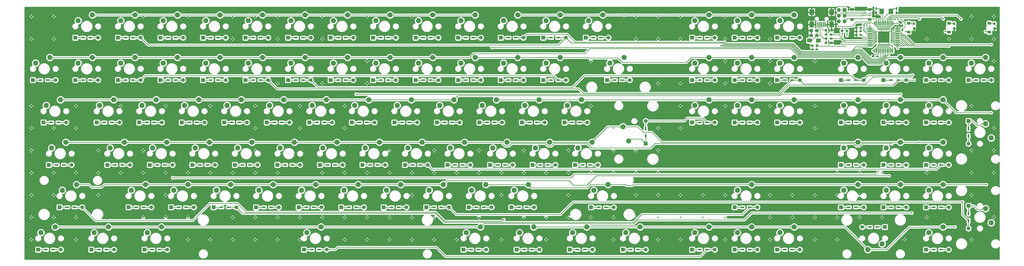
<source format=gbr>
G04 #@! TF.FileFunction,Copper,L2,Bot,Signal*
%FSLAX46Y46*%
G04 Gerber Fmt 4.6, Leading zero omitted, Abs format (unit mm)*
G04 Created by KiCad (PCBNEW 4.0.4-stable) date Wed Dec 14 22:22:49 2016*
%MOMM*%
%LPD*%
G01*
G04 APERTURE LIST*
%ADD10C,0.100000*%
%ADD11C,0.600000*%
%ADD12O,1.900000X0.550000*%
%ADD13O,1.000000X0.300000*%
%ADD14O,0.300000X1.000000*%
%ADD15O,0.550000X1.900000*%
%ADD16R,5.200000X5.200000*%
%ADD17C,2.286000*%
%ADD18C,1.651000*%
%ADD19R,1.651000X1.651000*%
%ADD20R,1.600000X0.800000*%
%ADD21R,0.800000X1.600000*%
%ADD22R,1.500000X1.250000*%
%ADD23R,1.200000X0.750000*%
%ADD24R,0.750000X1.200000*%
%ADD25R,1.000000X1.000000*%
%ADD26R,0.500380X2.301240*%
%ADD27R,1.998980X2.499360*%
%ADD28R,1.727200X1.727200*%
%ADD29O,1.727200X1.727200*%
%ADD30R,1.200000X0.900000*%
%ADD31R,0.900000X1.200000*%
%ADD32R,2.000000X2.400000*%
%ADD33R,0.590000X0.450000*%
%ADD34R,2.000000X1.700000*%
%ADD35R,1.550000X1.300000*%
%ADD36R,1.500000X1.300000*%
%ADD37C,0.250000*%
%ADD38C,0.254000*%
G04 APERTURE END LIST*
D10*
D11*
X90000000Y-265000000D03*
X110000000Y-265000000D03*
X160000000Y-265000000D03*
X170000000Y-265000000D03*
X180000000Y-265000000D03*
X190000000Y-265000000D03*
X200000000Y-265000000D03*
X210000000Y-265000000D03*
X230000000Y-265000000D03*
X240000000Y-265000000D03*
X250000000Y-265000000D03*
X260000000Y-265000000D03*
X270000000Y-265000000D03*
X280000000Y-265000000D03*
X300000000Y-265000000D03*
X320000000Y-265000000D03*
X350000000Y-265000000D03*
X370000000Y-265000000D03*
X380000000Y-265000000D03*
X400000000Y-265000000D03*
X420000000Y-265000000D03*
X440000000Y-265000000D03*
X450000000Y-265000000D03*
X480000000Y-265000000D03*
X510000000Y-265000000D03*
X520000000Y-255000000D03*
X490000000Y-255000000D03*
X470000000Y-255000000D03*
X460000000Y-255000000D03*
X450000000Y-255000000D03*
X440000000Y-255000000D03*
X430000000Y-255000000D03*
X420000000Y-255000000D03*
X400000000Y-255000000D03*
X390000000Y-255000000D03*
X380000000Y-255000000D03*
X370000000Y-255000000D03*
X360000000Y-255000000D03*
X350000000Y-255000000D03*
X340000000Y-255000000D03*
X330000000Y-255000000D03*
X320000000Y-255000000D03*
X310000000Y-255000000D03*
X290000000Y-255000000D03*
X270000000Y-255000000D03*
X260000000Y-255000000D03*
X250000000Y-255000000D03*
X240000000Y-255000000D03*
X230000000Y-255000000D03*
X220000000Y-255000000D03*
X210000000Y-255000000D03*
X200000000Y-255000000D03*
X190000000Y-255000000D03*
X180000000Y-255000000D03*
X160000000Y-255000000D03*
X150000000Y-255000000D03*
X140000000Y-255000000D03*
X110000000Y-255000000D03*
X100000000Y-255000000D03*
X90000000Y-255000000D03*
X90000000Y-245000000D03*
X100000000Y-245000000D03*
X120000000Y-245000000D03*
X150000000Y-245000000D03*
X260000000Y-245000000D03*
X300000000Y-245000000D03*
X330000000Y-245000000D03*
X360000000Y-245000000D03*
X370000000Y-245000000D03*
X380000000Y-245000000D03*
X390000000Y-245000000D03*
X400000000Y-245000000D03*
X420000000Y-245000000D03*
X430000000Y-245000000D03*
X440000000Y-245000000D03*
X450000000Y-245000000D03*
X460000000Y-245000000D03*
X510000000Y-245000000D03*
X520000000Y-235000000D03*
X510000000Y-235000000D03*
X490000000Y-235000000D03*
X470000000Y-235000000D03*
X460000000Y-235000000D03*
X450000000Y-235000000D03*
X370000000Y-235000000D03*
X360000000Y-235000000D03*
X350000000Y-235000000D03*
X340000000Y-235000000D03*
X330000000Y-235000000D03*
X320000000Y-235000000D03*
X310000000Y-235000000D03*
X300000000Y-235000000D03*
X290000000Y-235000000D03*
X280000000Y-235000000D03*
X270000000Y-235000000D03*
X260000000Y-235000000D03*
X250000000Y-235000000D03*
X240000000Y-235000000D03*
X230000000Y-235000000D03*
X220000000Y-235000000D03*
X200000000Y-235000000D03*
X190000000Y-235000000D03*
X180000000Y-235000000D03*
X170000000Y-235000000D03*
X160000000Y-235000000D03*
X150000000Y-235000000D03*
X140000000Y-235000000D03*
X130000000Y-235000000D03*
X120000000Y-235000000D03*
X110000000Y-235000000D03*
X100000000Y-235000000D03*
X90000000Y-235000000D03*
X90000000Y-225000000D03*
X120000000Y-225000000D03*
X140000000Y-225000000D03*
X190000000Y-225000000D03*
X250000000Y-225000000D03*
X270000000Y-225000000D03*
X290000000Y-225000000D03*
X310000000Y-225000000D03*
X330000000Y-225000000D03*
X350000000Y-225000000D03*
X360000000Y-225000000D03*
X370000000Y-225000000D03*
X510000000Y-225000000D03*
X520000000Y-225000000D03*
X520000000Y-215000000D03*
X440000000Y-215000000D03*
X380000000Y-215000000D03*
X370000000Y-215000000D03*
X350000000Y-215000000D03*
X230000000Y-215000000D03*
X210000000Y-215000000D03*
X190000000Y-215000000D03*
X110000000Y-215000000D03*
X100000000Y-215000000D03*
X90000000Y-215000000D03*
X90000000Y-205000000D03*
X110000000Y-205000000D03*
X130000000Y-205000000D03*
X150000000Y-205000000D03*
X170000000Y-205000000D03*
X190000000Y-205000000D03*
X210000000Y-205000000D03*
X230000000Y-205000000D03*
X340000000Y-205000000D03*
X380000000Y-205000000D03*
X400000000Y-205000000D03*
X420000000Y-205000000D03*
X440000000Y-205000000D03*
X510000000Y-205000000D03*
X420000000Y-195000000D03*
X400000000Y-195000000D03*
X380000000Y-195000000D03*
X370000000Y-195000000D03*
X240000000Y-195000000D03*
X220000000Y-195000000D03*
X200000000Y-195000000D03*
X240000000Y-185000000D03*
X340000000Y-185000000D03*
X400000000Y-185000000D03*
X420000000Y-185000000D03*
X440000000Y-185000000D03*
X520000000Y-185000000D03*
X520000000Y-175000000D03*
X510000000Y-175000000D03*
X500000000Y-175000000D03*
X490000000Y-175000000D03*
X420000000Y-175000000D03*
X400000000Y-175000000D03*
X380000000Y-175000000D03*
X370000000Y-175000000D03*
X360000000Y-175000000D03*
X220000000Y-175000000D03*
X200000000Y-175000000D03*
X180000000Y-175000000D03*
X100000000Y-175000000D03*
X520000000Y-165000000D03*
X510000000Y-165000000D03*
X420000000Y-165000000D03*
X400000000Y-165000000D03*
X380000000Y-165000000D03*
X370000000Y-165000000D03*
X360000000Y-165000000D03*
X260000000Y-165000000D03*
X240000000Y-165000000D03*
X220000000Y-165000000D03*
X200000000Y-165000000D03*
X190000000Y-165000000D03*
X180000000Y-165000000D03*
X160000000Y-165000000D03*
X140000000Y-165000000D03*
X100000000Y-165000000D03*
X90000000Y-175000000D03*
D12*
X464700000Y-178200000D03*
X464700000Y-176600000D03*
X464700000Y-175800000D03*
X464700000Y-175000000D03*
X464700000Y-174200000D03*
D13*
X467400000Y-171700000D03*
X467400000Y-172200000D03*
X467400000Y-172700000D03*
X467400000Y-173200000D03*
X467400000Y-173700000D03*
X467400000Y-174200000D03*
X467400000Y-174700000D03*
X467400000Y-176700000D03*
X467400000Y-176200000D03*
X467400000Y-175700000D03*
X467400000Y-175200000D03*
D14*
X468350000Y-170750000D03*
X468850000Y-170750000D03*
X469350000Y-170750000D03*
X469850000Y-170750000D03*
X470350000Y-170750000D03*
X470850000Y-170750000D03*
X471350000Y-170750000D03*
X471850000Y-170750000D03*
X472350000Y-170750000D03*
X472850000Y-170750000D03*
X473350000Y-170750000D03*
D13*
X474300000Y-171700000D03*
X474300000Y-172200000D03*
X474300000Y-172700000D03*
X474300000Y-173200000D03*
X474300000Y-173700000D03*
X474300000Y-174200000D03*
X474300000Y-174700000D03*
X474300000Y-175200000D03*
X474300000Y-175700000D03*
X474300000Y-176200000D03*
X474300000Y-176700000D03*
D14*
X473350000Y-177650000D03*
X472850000Y-177650000D03*
X472350000Y-177650000D03*
X471850000Y-177650000D03*
X471350000Y-177650000D03*
X470850000Y-177650000D03*
X470350000Y-177650000D03*
X469850000Y-177650000D03*
X469350000Y-177650000D03*
X468850000Y-177650000D03*
X468350000Y-177650000D03*
D12*
X464700000Y-177400000D03*
X464700000Y-173400000D03*
X464700000Y-172600000D03*
X464700000Y-171800000D03*
X464700000Y-171000000D03*
X464700000Y-170200000D03*
D15*
X466850000Y-168050000D03*
X467650000Y-168050000D03*
X468450000Y-168050000D03*
X469250000Y-168050000D03*
X470050000Y-168050000D03*
X470850000Y-168050000D03*
X471650000Y-168050000D03*
X472450000Y-168050000D03*
X473250000Y-168050000D03*
X474050000Y-168050000D03*
X474850000Y-168050000D03*
D12*
X477000000Y-170200000D03*
X477000000Y-171000000D03*
X477000000Y-171800000D03*
X477000000Y-172600000D03*
X477000000Y-173400000D03*
X477000000Y-174200000D03*
X477000000Y-175000000D03*
X477000000Y-175800000D03*
X477000000Y-176600000D03*
X477000000Y-177400000D03*
X477000000Y-178200000D03*
D15*
X474850000Y-180350000D03*
X474050000Y-180350000D03*
X473250000Y-180350000D03*
X472450000Y-180350000D03*
X471650000Y-180350000D03*
X470850000Y-180350000D03*
X470050000Y-180350000D03*
X469250000Y-180350000D03*
X468450000Y-180350000D03*
X467650000Y-180350000D03*
X466850000Y-180350000D03*
D16*
X470850000Y-174200000D03*
D17*
X516326000Y-183342000D03*
X509976000Y-185882000D03*
X497326000Y-183342000D03*
X490976000Y-185882000D03*
X478326000Y-183342000D03*
X471976000Y-185882000D03*
X459326000Y-183342000D03*
X452976000Y-185882000D03*
X497326000Y-202342000D03*
X490976000Y-204882000D03*
X478326000Y-202342000D03*
X471976000Y-204882000D03*
X459326000Y-202342000D03*
X452976000Y-204882000D03*
X497326000Y-221342000D03*
X490976000Y-223882000D03*
X478326000Y-221342000D03*
X471976000Y-223882000D03*
X459326000Y-221342000D03*
X452976000Y-223882000D03*
X497326000Y-240342000D03*
X490976000Y-242882000D03*
X478326000Y-240342000D03*
X471976000Y-242882000D03*
X459326000Y-240342000D03*
X452976000Y-242882000D03*
X497326000Y-259342000D03*
X490976000Y-261882000D03*
X430826000Y-164342000D03*
X424476000Y-166882000D03*
X411826000Y-164342000D03*
X405476000Y-166882000D03*
X392826000Y-164342000D03*
X386476000Y-166882000D03*
X392826000Y-202342000D03*
X386476000Y-204882000D03*
X411826000Y-202342000D03*
X405476000Y-204882000D03*
X430826000Y-202342000D03*
X424476000Y-204882000D03*
X430826000Y-183342000D03*
X424476000Y-185882000D03*
X411826000Y-183342000D03*
X405476000Y-185882000D03*
X345326000Y-164342000D03*
X338976000Y-166882000D03*
X326326000Y-164342000D03*
X319976000Y-166882000D03*
X307326000Y-164342000D03*
X300976000Y-166882000D03*
X288326000Y-164342000D03*
X281976000Y-166882000D03*
X269326000Y-164342000D03*
X262976000Y-166882000D03*
X250326000Y-164342000D03*
X243976000Y-166882000D03*
X231326000Y-164342000D03*
X224976000Y-166882000D03*
X212326000Y-164342000D03*
X205976000Y-166882000D03*
X193326000Y-164342000D03*
X186976000Y-166882000D03*
X174326000Y-164342000D03*
X167976000Y-166882000D03*
X155326000Y-164342000D03*
X148976000Y-166882000D03*
X136326000Y-164342000D03*
X129976000Y-166882000D03*
X100701000Y-259342000D03*
X94351000Y-261882000D03*
X361951000Y-259342000D03*
X355601000Y-261882000D03*
X338201000Y-259342000D03*
X331851000Y-261882000D03*
X314451000Y-259342000D03*
X308101000Y-261882000D03*
X290701000Y-259342000D03*
X284351000Y-261882000D03*
X148201000Y-259342000D03*
X141851000Y-261882000D03*
X124451000Y-259342000D03*
X118101000Y-261882000D03*
X312076000Y-240342000D03*
X305726000Y-242882000D03*
X293076000Y-240342000D03*
X286726000Y-242882000D03*
X274076000Y-240342000D03*
X267726000Y-242882000D03*
X255076000Y-240342000D03*
X248726000Y-242882000D03*
X236076000Y-240342000D03*
X229726000Y-242882000D03*
X217076000Y-240342000D03*
X210726000Y-242882000D03*
X198076000Y-240342000D03*
X191726000Y-242882000D03*
X179076000Y-240342000D03*
X172726000Y-242882000D03*
X160076000Y-240342000D03*
X153726000Y-242882000D03*
X141076000Y-240342000D03*
X134726000Y-242882000D03*
X340576000Y-221342000D03*
X334226000Y-223882000D03*
X321576000Y-221342000D03*
X315226000Y-223882000D03*
X302576000Y-221342000D03*
X296226000Y-223882000D03*
X283576000Y-221342000D03*
X277226000Y-223882000D03*
X264576000Y-221342000D03*
X258226000Y-223882000D03*
X245576000Y-221342000D03*
X239226000Y-223882000D03*
X226576000Y-221342000D03*
X220226000Y-223882000D03*
X207576000Y-221342000D03*
X201226000Y-223882000D03*
X188576000Y-221342000D03*
X182226000Y-223882000D03*
X169576000Y-221342000D03*
X163226000Y-223882000D03*
X150576000Y-221342000D03*
X144226000Y-223882000D03*
X131576000Y-221342000D03*
X125226000Y-223882000D03*
X335826000Y-202342000D03*
X329476000Y-204882000D03*
X297826000Y-202342000D03*
X291476000Y-204882000D03*
X316826000Y-202342000D03*
X310476000Y-204882000D03*
X278826000Y-202342000D03*
X272476000Y-204882000D03*
X259826000Y-202342000D03*
X253476000Y-204882000D03*
X240826000Y-202342000D03*
X234476000Y-204882000D03*
X221826000Y-202342000D03*
X215476000Y-204882000D03*
X202826000Y-202342000D03*
X196476000Y-204882000D03*
X183826000Y-202342000D03*
X177476000Y-204882000D03*
X164826000Y-202342000D03*
X158476000Y-204882000D03*
X145826000Y-202342000D03*
X139476000Y-204882000D03*
X126826000Y-202342000D03*
X120476000Y-204882000D03*
X326326000Y-183342000D03*
X319976000Y-185882000D03*
X307326000Y-183342000D03*
X300976000Y-185882000D03*
X288326000Y-183342000D03*
X281976000Y-185882000D03*
X269326000Y-183342000D03*
X262976000Y-185882000D03*
X250326000Y-183342000D03*
X243976000Y-185882000D03*
X212326000Y-183342000D03*
X205976000Y-185882000D03*
X193326000Y-183342000D03*
X186976000Y-185882000D03*
X155326000Y-183342000D03*
X148976000Y-185882000D03*
X117326000Y-183342000D03*
X110976000Y-185882000D03*
X136326000Y-183342000D03*
X129976000Y-185882000D03*
X174326000Y-183342000D03*
X167976000Y-185882000D03*
X98326000Y-183342000D03*
X91976000Y-185882000D03*
X231326000Y-183342000D03*
X224976000Y-185882000D03*
X103076000Y-202342000D03*
X96726000Y-204882000D03*
X105465000Y-221342000D03*
X99115000Y-223882000D03*
X354351000Y-214402000D03*
X356891000Y-220752000D03*
X347701000Y-240342000D03*
X341351000Y-242882000D03*
X219451000Y-259342000D03*
X213101000Y-261882000D03*
X354826000Y-183342000D03*
X348476000Y-185882000D03*
X392826000Y-259342000D03*
X386476000Y-261882000D03*
X411826000Y-259342000D03*
X405476000Y-261882000D03*
X430826000Y-259342000D03*
X424476000Y-261882000D03*
X411826000Y-240342000D03*
X405476000Y-242882000D03*
X117326000Y-164342000D03*
X110976000Y-166882000D03*
X392826000Y-183342000D03*
X386476000Y-185882000D03*
X518866000Y-257462000D03*
X516326000Y-251112000D03*
X463746000Y-269502000D03*
X470096000Y-266962000D03*
X518866000Y-219462000D03*
X516326000Y-213112000D03*
X110216000Y-240342000D03*
X103866000Y-242882000D03*
D18*
X119866000Y-174502000D03*
D19*
X109706000Y-174502000D03*
D20*
X116386000Y-174502000D03*
X113186000Y-174502000D03*
D18*
X138866000Y-174502000D03*
D19*
X128706000Y-174502000D03*
D20*
X135386000Y-174502000D03*
X132186000Y-174502000D03*
D18*
X157866000Y-174502000D03*
D19*
X147706000Y-174502000D03*
D20*
X154386000Y-174502000D03*
X151186000Y-174502000D03*
D18*
X176866000Y-174502000D03*
D19*
X166706000Y-174502000D03*
D20*
X173386000Y-174502000D03*
X170186000Y-174502000D03*
D18*
X195866000Y-174502000D03*
D19*
X185706000Y-174502000D03*
D20*
X192386000Y-174502000D03*
X189186000Y-174502000D03*
D18*
X214866000Y-174502000D03*
D19*
X204706000Y-174502000D03*
D20*
X211386000Y-174502000D03*
X208186000Y-174502000D03*
D18*
X233866000Y-174502000D03*
D19*
X223706000Y-174502000D03*
D20*
X230386000Y-174502000D03*
X227186000Y-174502000D03*
D18*
X252866000Y-174502000D03*
D19*
X242706000Y-174502000D03*
D20*
X249386000Y-174502000D03*
X246186000Y-174502000D03*
D18*
X271866000Y-174502000D03*
D19*
X261706000Y-174502000D03*
D20*
X268386000Y-174502000D03*
X265186000Y-174502000D03*
D18*
X290866000Y-174502000D03*
D19*
X280706000Y-174502000D03*
D20*
X287386000Y-174502000D03*
X284186000Y-174502000D03*
D18*
X309866000Y-174502000D03*
D19*
X299706000Y-174502000D03*
D20*
X306386000Y-174502000D03*
X303186000Y-174502000D03*
D18*
X328866000Y-174502000D03*
D19*
X318706000Y-174502000D03*
D20*
X325386000Y-174502000D03*
X322186000Y-174502000D03*
D18*
X347866000Y-174502000D03*
D19*
X337706000Y-174502000D03*
D20*
X344386000Y-174502000D03*
X341186000Y-174502000D03*
D18*
X357366000Y-193502000D03*
D19*
X347206000Y-193502000D03*
D20*
X353886000Y-193502000D03*
X350686000Y-193502000D03*
D18*
X395366000Y-174502000D03*
D19*
X385206000Y-174502000D03*
D20*
X391886000Y-174502000D03*
X388686000Y-174502000D03*
D18*
X414366000Y-174502000D03*
D19*
X404206000Y-174502000D03*
D20*
X410886000Y-174502000D03*
X407686000Y-174502000D03*
D18*
X433366000Y-174502000D03*
D19*
X423206000Y-174502000D03*
D20*
X429886000Y-174502000D03*
X426686000Y-174502000D03*
D18*
X100866000Y-193502000D03*
D19*
X90706000Y-193502000D03*
D20*
X97386000Y-193502000D03*
X94186000Y-193502000D03*
D18*
X119866000Y-193502000D03*
D19*
X109706000Y-193502000D03*
D20*
X116386000Y-193502000D03*
X113186000Y-193502000D03*
D18*
X138866000Y-193502000D03*
D19*
X128706000Y-193502000D03*
D20*
X135386000Y-193502000D03*
X132186000Y-193502000D03*
D18*
X157866000Y-193502000D03*
D19*
X147706000Y-193502000D03*
D20*
X154386000Y-193502000D03*
X151186000Y-193502000D03*
D18*
X176866000Y-193502000D03*
D19*
X166706000Y-193502000D03*
D20*
X173386000Y-193502000D03*
X170186000Y-193502000D03*
D18*
X195866000Y-193502000D03*
D19*
X185706000Y-193502000D03*
D20*
X192386000Y-193502000D03*
X189186000Y-193502000D03*
D18*
X214866000Y-193502000D03*
D19*
X204706000Y-193502000D03*
D20*
X211386000Y-193502000D03*
X208186000Y-193502000D03*
D18*
X233866000Y-193502000D03*
D19*
X223706000Y-193502000D03*
D20*
X230386000Y-193502000D03*
X227186000Y-193502000D03*
D18*
X252866000Y-193502000D03*
D19*
X242706000Y-193502000D03*
D20*
X249386000Y-193502000D03*
X246186000Y-193502000D03*
D18*
X271866000Y-193502000D03*
D19*
X261706000Y-193502000D03*
D20*
X268386000Y-193502000D03*
X265186000Y-193502000D03*
D18*
X290866000Y-193502000D03*
D19*
X280706000Y-193502000D03*
D20*
X287386000Y-193502000D03*
X284186000Y-193502000D03*
D18*
X309866000Y-193502000D03*
D19*
X299706000Y-193502000D03*
D20*
X306386000Y-193502000D03*
X303186000Y-193502000D03*
D18*
X328866000Y-193502000D03*
D19*
X318706000Y-193502000D03*
D20*
X325386000Y-193502000D03*
X322186000Y-193502000D03*
D18*
X395366000Y-193502000D03*
D19*
X385206000Y-193502000D03*
D20*
X391886000Y-193502000D03*
X388686000Y-193502000D03*
D18*
X414366000Y-193502000D03*
D19*
X404206000Y-193502000D03*
D20*
X410886000Y-193502000D03*
X407686000Y-193502000D03*
D18*
X433366000Y-193502000D03*
D19*
X423206000Y-193502000D03*
D20*
X429886000Y-193502000D03*
X426686000Y-193502000D03*
D18*
X461866000Y-193502000D03*
D19*
X451706000Y-193502000D03*
D20*
X458386000Y-193502000D03*
X455186000Y-193502000D03*
D18*
X480866000Y-193502000D03*
D19*
X470706000Y-193502000D03*
D20*
X477386000Y-193502000D03*
X474186000Y-193502000D03*
D18*
X499866000Y-193502000D03*
D19*
X489706000Y-193502000D03*
D20*
X496386000Y-193502000D03*
X493186000Y-193502000D03*
D18*
X518866000Y-193502000D03*
D19*
X508706000Y-193502000D03*
D20*
X515386000Y-193502000D03*
X512186000Y-193502000D03*
D18*
X105616000Y-212502000D03*
D19*
X95456000Y-212502000D03*
D20*
X102136000Y-212502000D03*
X98936000Y-212502000D03*
D18*
X129366000Y-212502000D03*
D19*
X119206000Y-212502000D03*
D20*
X125886000Y-212502000D03*
X122686000Y-212502000D03*
D18*
X148366000Y-212502000D03*
D19*
X138206000Y-212502000D03*
D20*
X144886000Y-212502000D03*
X141686000Y-212502000D03*
D18*
X167366000Y-212502000D03*
D19*
X157206000Y-212502000D03*
D20*
X163886000Y-212502000D03*
X160686000Y-212502000D03*
D18*
X186366000Y-212502000D03*
D19*
X176206000Y-212502000D03*
D20*
X182886000Y-212502000D03*
X179686000Y-212502000D03*
D18*
X205366000Y-212502000D03*
D19*
X195206000Y-212502000D03*
D20*
X201886000Y-212502000D03*
X198686000Y-212502000D03*
D18*
X224366000Y-212502000D03*
D19*
X214206000Y-212502000D03*
D20*
X220886000Y-212502000D03*
X217686000Y-212502000D03*
D18*
X243366000Y-212502000D03*
D19*
X233206000Y-212502000D03*
D20*
X239886000Y-212502000D03*
X236686000Y-212502000D03*
D18*
X262366000Y-212502000D03*
D19*
X252206000Y-212502000D03*
D20*
X258886000Y-212502000D03*
X255686000Y-212502000D03*
D18*
X281366000Y-212502000D03*
D19*
X271206000Y-212502000D03*
D20*
X277886000Y-212502000D03*
X274686000Y-212502000D03*
D18*
X300366000Y-212502000D03*
D19*
X290206000Y-212502000D03*
D20*
X296886000Y-212502000D03*
X293686000Y-212502000D03*
D18*
X319366000Y-212502000D03*
D19*
X309206000Y-212502000D03*
D20*
X315886000Y-212502000D03*
X312686000Y-212502000D03*
D18*
X338366000Y-212502000D03*
D19*
X328206000Y-212502000D03*
D20*
X334886000Y-212502000D03*
X331686000Y-212502000D03*
D18*
X395366000Y-212502000D03*
D19*
X385206000Y-212502000D03*
D20*
X391886000Y-212502000D03*
X388686000Y-212502000D03*
D18*
X414366000Y-212502000D03*
D19*
X404206000Y-212502000D03*
D20*
X410886000Y-212502000D03*
X407686000Y-212502000D03*
D18*
X433366000Y-212502000D03*
D19*
X423206000Y-212502000D03*
D20*
X429886000Y-212502000D03*
X426686000Y-212502000D03*
D18*
X461866000Y-212502000D03*
D19*
X451706000Y-212502000D03*
D20*
X458386000Y-212502000D03*
X455186000Y-212502000D03*
D18*
X480866000Y-212502000D03*
D19*
X470706000Y-212502000D03*
D20*
X477386000Y-212502000D03*
X474186000Y-212502000D03*
D18*
X499866000Y-212502000D03*
D19*
X489706000Y-212502000D03*
D20*
X496386000Y-212502000D03*
X493186000Y-212502000D03*
D18*
X508706000Y-221996000D03*
D19*
X508706000Y-211836000D03*
D21*
X508706000Y-218516000D03*
X508706000Y-215316000D03*
D18*
X108005000Y-231502000D03*
D19*
X97845000Y-231502000D03*
D20*
X104525000Y-231502000D03*
X101325000Y-231502000D03*
D18*
X134116000Y-231502000D03*
D19*
X123956000Y-231502000D03*
D20*
X130636000Y-231502000D03*
X127436000Y-231502000D03*
D18*
X153116000Y-231502000D03*
D19*
X142956000Y-231502000D03*
D20*
X149636000Y-231502000D03*
X146436000Y-231502000D03*
D18*
X172116000Y-231502000D03*
D19*
X161956000Y-231502000D03*
D20*
X168636000Y-231502000D03*
X165436000Y-231502000D03*
D18*
X191116000Y-231502000D03*
D19*
X180956000Y-231502000D03*
D20*
X187636000Y-231502000D03*
X184436000Y-231502000D03*
D18*
X210116000Y-231502000D03*
D19*
X199956000Y-231502000D03*
D20*
X206636000Y-231502000D03*
X203436000Y-231502000D03*
D18*
X229116000Y-231502000D03*
D19*
X218956000Y-231502000D03*
D20*
X225636000Y-231502000D03*
X222436000Y-231502000D03*
D18*
X248116000Y-231502000D03*
D19*
X237956000Y-231502000D03*
D20*
X244636000Y-231502000D03*
X241436000Y-231502000D03*
D18*
X267116000Y-231502000D03*
D19*
X256956000Y-231502000D03*
D20*
X263636000Y-231502000D03*
X260436000Y-231502000D03*
D18*
X286116000Y-231502000D03*
D19*
X275956000Y-231502000D03*
D20*
X282636000Y-231502000D03*
X279436000Y-231502000D03*
D18*
X305116000Y-231502000D03*
D19*
X294956000Y-231502000D03*
D20*
X301636000Y-231502000D03*
X298436000Y-231502000D03*
D18*
X324116000Y-231502000D03*
D19*
X313956000Y-231502000D03*
D20*
X320636000Y-231502000D03*
X317436000Y-231502000D03*
D18*
X343116000Y-231502000D03*
D19*
X332956000Y-231502000D03*
D20*
X339636000Y-231502000D03*
X336436000Y-231502000D03*
D18*
X364490000Y-211836000D03*
D19*
X364490000Y-221996000D03*
D21*
X364490000Y-215316000D03*
X364490000Y-218516000D03*
D18*
X461866000Y-231502000D03*
D19*
X451706000Y-231502000D03*
D20*
X458386000Y-231502000D03*
X455186000Y-231502000D03*
D18*
X480866000Y-231502000D03*
D19*
X470706000Y-231502000D03*
D20*
X477386000Y-231502000D03*
X474186000Y-231502000D03*
D18*
X499866000Y-231502000D03*
D19*
X489706000Y-231502000D03*
D20*
X496386000Y-231502000D03*
X493186000Y-231502000D03*
D18*
X112756000Y-250502000D03*
D19*
X102596000Y-250502000D03*
D20*
X109276000Y-250502000D03*
X106076000Y-250502000D03*
D18*
X143616000Y-250502000D03*
D19*
X133456000Y-250502000D03*
D20*
X140136000Y-250502000D03*
X136936000Y-250502000D03*
D18*
X162616000Y-250502000D03*
D19*
X152456000Y-250502000D03*
D20*
X159136000Y-250502000D03*
X155936000Y-250502000D03*
D18*
X181616000Y-250502000D03*
D19*
X171456000Y-250502000D03*
D20*
X178136000Y-250502000D03*
X174936000Y-250502000D03*
D18*
X200616000Y-250502000D03*
D19*
X190456000Y-250502000D03*
D20*
X197136000Y-250502000D03*
X193936000Y-250502000D03*
D18*
X219616000Y-250502000D03*
D19*
X209456000Y-250502000D03*
D20*
X216136000Y-250502000D03*
X212936000Y-250502000D03*
D18*
X238616000Y-250502000D03*
D19*
X228456000Y-250502000D03*
D20*
X235136000Y-250502000D03*
X231936000Y-250502000D03*
D18*
X257616000Y-250502000D03*
D19*
X247456000Y-250502000D03*
D20*
X254136000Y-250502000D03*
X250936000Y-250502000D03*
D18*
X276616000Y-250502000D03*
D19*
X266456000Y-250502000D03*
D20*
X273136000Y-250502000D03*
X269936000Y-250502000D03*
D18*
X295616000Y-250502000D03*
D19*
X285456000Y-250502000D03*
D20*
X292136000Y-250502000D03*
X288936000Y-250502000D03*
D18*
X314616000Y-250502000D03*
D19*
X304456000Y-250502000D03*
D20*
X311136000Y-250502000D03*
X307936000Y-250502000D03*
D18*
X350241000Y-250502000D03*
D19*
X340081000Y-250502000D03*
D20*
X346761000Y-250502000D03*
X343561000Y-250502000D03*
D18*
X414366000Y-250502000D03*
D19*
X404206000Y-250502000D03*
D20*
X410886000Y-250502000D03*
X407686000Y-250502000D03*
D18*
X461866000Y-250502000D03*
D19*
X451706000Y-250502000D03*
D20*
X458386000Y-250502000D03*
X455186000Y-250502000D03*
D18*
X480866000Y-250502000D03*
D19*
X470706000Y-250502000D03*
D20*
X477386000Y-250502000D03*
X474186000Y-250502000D03*
D18*
X499866000Y-250502000D03*
D19*
X489706000Y-250502000D03*
D20*
X496386000Y-250502000D03*
X493186000Y-250502000D03*
D18*
X508706000Y-260002000D03*
D19*
X508706000Y-249842000D03*
D21*
X508706000Y-256522000D03*
X508706000Y-253322000D03*
D18*
X103241000Y-269502000D03*
D19*
X93081000Y-269502000D03*
D20*
X99761000Y-269502000D03*
X96561000Y-269502000D03*
D18*
X126991000Y-269502000D03*
D19*
X116831000Y-269502000D03*
D20*
X123511000Y-269502000D03*
X120311000Y-269502000D03*
D18*
X150741000Y-269502000D03*
D19*
X140581000Y-269502000D03*
D20*
X147261000Y-269502000D03*
X144061000Y-269502000D03*
D18*
X221991000Y-269502000D03*
D19*
X211831000Y-269502000D03*
D20*
X218511000Y-269502000D03*
X215311000Y-269502000D03*
D18*
X293241000Y-269502000D03*
D19*
X283081000Y-269502000D03*
D20*
X289761000Y-269502000D03*
X286561000Y-269502000D03*
D18*
X316991000Y-269502000D03*
D19*
X306831000Y-269502000D03*
D20*
X313511000Y-269502000D03*
X310311000Y-269502000D03*
D18*
X340741000Y-269502000D03*
D19*
X330581000Y-269502000D03*
D20*
X337261000Y-269502000D03*
X334061000Y-269502000D03*
D18*
X364491000Y-269502000D03*
D19*
X354331000Y-269502000D03*
D20*
X361011000Y-269502000D03*
X357811000Y-269502000D03*
D18*
X395366000Y-269502000D03*
D19*
X385206000Y-269502000D03*
D20*
X391886000Y-269502000D03*
X388686000Y-269502000D03*
D18*
X414366000Y-269502000D03*
D19*
X404206000Y-269502000D03*
D20*
X410886000Y-269502000D03*
X407686000Y-269502000D03*
D18*
X433366000Y-269502000D03*
D19*
X423206000Y-269502000D03*
D20*
X429886000Y-269502000D03*
X426686000Y-269502000D03*
D18*
X461206000Y-259342000D03*
D19*
X471366000Y-259342000D03*
D20*
X464686000Y-259342000D03*
X467886000Y-259342000D03*
D18*
X499866000Y-269502000D03*
D19*
X489706000Y-269502000D03*
D20*
X496386000Y-269502000D03*
X493186000Y-269502000D03*
D22*
X440950000Y-171300000D03*
X438450000Y-171300000D03*
D23*
X440878000Y-179832000D03*
X438978000Y-179832000D03*
X460500000Y-170100000D03*
X458600000Y-170100000D03*
X460500000Y-171700000D03*
X458600000Y-171700000D03*
D24*
X476500000Y-161450000D03*
X476500000Y-163350000D03*
X467500000Y-161450000D03*
X467500000Y-163350000D03*
D23*
X460500000Y-173300000D03*
X458600000Y-173300000D03*
X468000000Y-182900000D03*
X466100000Y-182900000D03*
D24*
X479150000Y-171000000D03*
X479150000Y-169100000D03*
D22*
X440950000Y-173500000D03*
X438450000Y-173500000D03*
D25*
X445050000Y-171200000D03*
X447550000Y-171200000D03*
X445050000Y-176800000D03*
X447550000Y-176800000D03*
D26*
X441499800Y-168649320D03*
X442299900Y-168649320D03*
X443100000Y-168649320D03*
X443900100Y-168649320D03*
X444700200Y-168649320D03*
D27*
X438649920Y-168550260D03*
X438649920Y-163051160D03*
X447550080Y-168550260D03*
X447550080Y-163051160D03*
D28*
X453300000Y-162100000D03*
D29*
X450760000Y-162100000D03*
X453300000Y-164640000D03*
X450760000Y-164640000D03*
X453300000Y-167180000D03*
X450760000Y-167180000D03*
D30*
X441028000Y-178054000D03*
X438828000Y-178054000D03*
X445100000Y-173100000D03*
X447300000Y-173100000D03*
X445100000Y-174900000D03*
X447300000Y-174900000D03*
X452200000Y-171450000D03*
X454400000Y-171450000D03*
D31*
X484300000Y-168200000D03*
X484300000Y-170400000D03*
X502300000Y-168200000D03*
X502300000Y-170400000D03*
X520300000Y-168200000D03*
X520300000Y-170400000D03*
D32*
X474050000Y-162700000D03*
X469950000Y-162700000D03*
D33*
X452245000Y-173500000D03*
X454355000Y-173500000D03*
D11*
X90000000Y-165000000D03*
D34*
X437674000Y-175768000D03*
X441674000Y-175768000D03*
D35*
X464575000Y-166350000D03*
X464575000Y-161850000D03*
X456625000Y-161850000D03*
X456625000Y-166350000D03*
D36*
X482000000Y-168000000D03*
X482000000Y-172000000D03*
X500000000Y-168000000D03*
X500000000Y-172000000D03*
X518000000Y-168000000D03*
X518000000Y-172000000D03*
D11*
X295800000Y-178850000D03*
X450500000Y-169500000D03*
X354838000Y-164338000D03*
X477000000Y-168100000D03*
X478350000Y-199800000D03*
X477000000Y-179200000D03*
X476000000Y-166300000D03*
X473200000Y-202300000D03*
X518850000Y-208100000D03*
X474450000Y-222050000D03*
X478850000Y-178200000D03*
X486800000Y-221300000D03*
X486800000Y-166100000D03*
X479800000Y-178200000D03*
X473200000Y-236350000D03*
X497400000Y-166100000D03*
X516650000Y-240350000D03*
X480750000Y-178200000D03*
X483400000Y-253050000D03*
X502700000Y-259300000D03*
X505300000Y-166100000D03*
X301100000Y-256000000D03*
X470050000Y-181500000D03*
X468500000Y-234450000D03*
X153116000Y-237250000D03*
X398100000Y-178200000D03*
X399050000Y-178200000D03*
X483050000Y-192050000D03*
X481650000Y-178200000D03*
X482550000Y-178200000D03*
X483700000Y-191200000D03*
X235100000Y-199800000D03*
X484450000Y-193500000D03*
X483500000Y-178200000D03*
X499800000Y-178300000D03*
X518900000Y-177600000D03*
X506100000Y-248150000D03*
X447550000Y-170200000D03*
X451400000Y-175700000D03*
X484300000Y-172500000D03*
X478400000Y-169800000D03*
X477800000Y-163700000D03*
X452300000Y-170300000D03*
X475300000Y-171000000D03*
X463200000Y-177400000D03*
X466000000Y-180300000D03*
X474500000Y-178200000D03*
X468500000Y-166400000D03*
X477000000Y-166300000D03*
X452300000Y-177400000D03*
X452300000Y-172600000D03*
X460500000Y-170900000D03*
X460500000Y-166000000D03*
X454400000Y-172600000D03*
X453500000Y-178300000D03*
X463700000Y-173400000D03*
X464700000Y-169200000D03*
X462800000Y-163000000D03*
X498300000Y-171800000D03*
X464800000Y-164600000D03*
X462300000Y-168800000D03*
X461400000Y-164600000D03*
X516200000Y-171800000D03*
X464800000Y-163800000D03*
X463300000Y-168800000D03*
X462100000Y-163800000D03*
X464600000Y-168100000D03*
X480500000Y-171800000D03*
D37*
X460249998Y-181149998D02*
X464500006Y-185400006D01*
X457121610Y-182441996D02*
X458413608Y-181149998D01*
X433141996Y-182441996D02*
X429550000Y-178850000D01*
X429550000Y-178850000D02*
X295800000Y-178850000D01*
X460249998Y-181149998D02*
X458413608Y-181149998D01*
X433141996Y-182441996D02*
X457121610Y-182441996D01*
X464500006Y-185400006D02*
X469049994Y-185400006D01*
X472450000Y-180350000D02*
X472450000Y-182000000D01*
X469049994Y-185400006D02*
X472450000Y-182000000D01*
X471850000Y-177650000D02*
X471850000Y-178650000D01*
X472450000Y-179250000D02*
X472450000Y-180350000D01*
X471850000Y-178650000D02*
X472450000Y-179250000D01*
X155326000Y-164342000D02*
X174326000Y-164342000D01*
X136326000Y-164342000D02*
X155326000Y-164342000D01*
X250326000Y-164342000D02*
X269326000Y-164342000D01*
X269326000Y-164342000D02*
X288326000Y-164342000D01*
X117326000Y-164342000D02*
X136326000Y-164342000D01*
X174326000Y-164342000D02*
X193326000Y-164342000D01*
X193326000Y-164342000D02*
X212326000Y-164342000D01*
X212326000Y-164342000D02*
X231326000Y-164342000D01*
X231326000Y-164342000D02*
X250326000Y-164342000D01*
X185706000Y-174502000D02*
X189186000Y-174502000D01*
X303186000Y-174502000D02*
X299706000Y-174502000D01*
X423206000Y-174502000D02*
X426686000Y-174502000D01*
X128706000Y-193502000D02*
X132186000Y-193502000D01*
X242706000Y-193502000D02*
X246186000Y-193502000D01*
X385206000Y-193502000D02*
X388686000Y-193502000D01*
X489706000Y-193502000D02*
X493186000Y-193502000D01*
X157206000Y-212502000D02*
X160686000Y-212502000D01*
X252206000Y-212502000D02*
X255686000Y-212502000D01*
X385206000Y-212502000D02*
X388686000Y-212502000D01*
X465650000Y-168050000D02*
X466850000Y-168050000D01*
X465000000Y-167400000D02*
X465650000Y-168050000D01*
X458600000Y-167400000D02*
X465000000Y-167400000D01*
X456500000Y-169500000D02*
X458600000Y-167400000D01*
X450500000Y-169500000D02*
X456500000Y-169500000D01*
X354838000Y-164338000D02*
X354838000Y-164342000D01*
X307326000Y-164342000D02*
X326326000Y-164342000D01*
X326326000Y-164342000D02*
X345326000Y-164342000D01*
X345326000Y-164342000D02*
X354838000Y-164342000D01*
X354838000Y-164342000D02*
X392826000Y-164342000D01*
X392826000Y-164342000D02*
X411826000Y-164342000D01*
X411826000Y-164342000D02*
X430826000Y-164342000D01*
X468350000Y-170750000D02*
X468350000Y-170300000D01*
X468350000Y-170300000D02*
X466850000Y-168800000D01*
X466850000Y-168800000D02*
X466850000Y-167450000D01*
X508706000Y-211836000D02*
X510536000Y-211836000D01*
X514588000Y-213112000D02*
X516326000Y-213112000D01*
X513900000Y-213800000D02*
X514588000Y-213112000D01*
X512500000Y-213800000D02*
X513900000Y-213800000D01*
X510536000Y-211836000D02*
X512500000Y-213800000D01*
X508706000Y-215316000D02*
X508706000Y-211836000D01*
X199956000Y-231502000D02*
X203436000Y-231502000D01*
X313956000Y-231502000D02*
X317436000Y-231502000D01*
X470706000Y-231502000D02*
X474186000Y-231502000D01*
X133456000Y-250502000D02*
X136936000Y-250502000D01*
X228456000Y-250502000D02*
X231936000Y-250502000D01*
X388686000Y-269502000D02*
X385206000Y-269502000D01*
X473250000Y-181800000D02*
X473250000Y-180350000D01*
X469199992Y-185850008D02*
X473250000Y-181800000D01*
X464250008Y-185850008D02*
X469199992Y-185850008D01*
X472350000Y-177650000D02*
X472350000Y-178450000D01*
X472350000Y-178450000D02*
X473250000Y-179350000D01*
X473250000Y-179350000D02*
X473250000Y-180350000D01*
X269326000Y-183342000D02*
X285858000Y-183342000D01*
X460000000Y-181600000D02*
X464250008Y-185850008D01*
X458650000Y-181600000D02*
X460000000Y-181600000D01*
X457358002Y-182891998D02*
X458650000Y-181600000D01*
X432841998Y-182891998D02*
X457358002Y-182891998D01*
X429300000Y-179350000D02*
X432841998Y-182891998D01*
X339500000Y-179350000D02*
X429300000Y-179350000D01*
X337200000Y-181650000D02*
X339500000Y-179350000D01*
X287550000Y-181650000D02*
X337200000Y-181650000D01*
X285858000Y-183342000D02*
X287550000Y-181650000D01*
X98326000Y-183342000D02*
X117326000Y-183342000D01*
X117326000Y-183342000D02*
X136326000Y-183342000D01*
X136326000Y-183342000D02*
X155326000Y-183342000D01*
X155326000Y-183342000D02*
X174326000Y-183342000D01*
X174326000Y-183342000D02*
X193326000Y-183342000D01*
X193326000Y-183342000D02*
X212326000Y-183342000D01*
X212326000Y-183342000D02*
X231326000Y-183342000D01*
X231326000Y-183342000D02*
X250326000Y-183342000D01*
X250326000Y-183342000D02*
X269326000Y-183342000D01*
X204706000Y-174502000D02*
X208186000Y-174502000D01*
X322186000Y-174502000D02*
X318706000Y-174502000D01*
X147706000Y-193502000D02*
X151186000Y-193502000D01*
X261706000Y-193502000D02*
X265186000Y-193502000D01*
X404206000Y-193502000D02*
X407686000Y-193502000D01*
X508706000Y-193502000D02*
X512186000Y-193502000D01*
X176206000Y-212502000D02*
X179686000Y-212502000D01*
X271206000Y-212502000D02*
X274686000Y-212502000D01*
X404206000Y-212502000D02*
X407686000Y-212502000D01*
X469100000Y-186300010D02*
X469400000Y-186300010D01*
X472358010Y-183342000D02*
X477058000Y-183342000D01*
X469400000Y-186300010D02*
X472358010Y-183342000D01*
X478326000Y-183342000D02*
X477058000Y-183342000D01*
X461105602Y-183342000D02*
X459326000Y-183342000D01*
X464063612Y-186300010D02*
X461105602Y-183342000D01*
X469100000Y-186300010D02*
X464063612Y-186300010D01*
X474850000Y-168050000D02*
X474900000Y-168100000D01*
X474900000Y-168100000D02*
X477000000Y-168100000D01*
X473350000Y-170750000D02*
X473350000Y-170300000D01*
X473350000Y-170300000D02*
X474850000Y-168800000D01*
X474850000Y-168800000D02*
X474850000Y-168050000D01*
X474850000Y-168850000D02*
X474850000Y-168050000D01*
X326326000Y-183342000D02*
X338536000Y-183342000D01*
X384856000Y-183342000D02*
X392826000Y-183342000D01*
X382651000Y-185547000D02*
X384856000Y-183342000D01*
X354076000Y-185547000D02*
X382651000Y-185547000D01*
X352171000Y-183642000D02*
X354076000Y-185547000D01*
X338836000Y-183642000D02*
X352171000Y-183642000D01*
X338536000Y-183342000D02*
X338836000Y-183642000D01*
X392826000Y-183342000D02*
X411826000Y-183342000D01*
X411826000Y-183342000D02*
X430826000Y-183342000D01*
X430826000Y-183342000D02*
X459326000Y-183342000D01*
X478326000Y-183342000D02*
X497326000Y-183342000D01*
X497326000Y-183342000D02*
X516326000Y-183342000D01*
X288326000Y-183342000D02*
X307326000Y-183342000D01*
X307326000Y-183342000D02*
X326326000Y-183342000D01*
X97845000Y-231502000D02*
X101325000Y-231502000D01*
X218956000Y-231502000D02*
X222436000Y-231502000D01*
X332956000Y-231502000D02*
X336436000Y-231502000D01*
X489706000Y-231502000D02*
X493186000Y-231502000D01*
X152456000Y-250502000D02*
X155936000Y-250502000D01*
X247456000Y-250502000D02*
X250936000Y-250502000D01*
X304456000Y-250502000D02*
X307936000Y-250502000D01*
X451706000Y-250502000D02*
X455186000Y-250502000D01*
X116831000Y-269502000D02*
X120311000Y-269502000D01*
X478350000Y-199800000D02*
X425200000Y-199800000D01*
X425200000Y-199800000D02*
X424500000Y-200500000D01*
X424500000Y-200500000D02*
X280668000Y-200500000D01*
X280668000Y-200500000D02*
X278826000Y-202342000D01*
X477000000Y-178200000D02*
X477000000Y-179200000D01*
X183826000Y-202342000D02*
X202826000Y-202342000D01*
X202826000Y-202342000D02*
X221826000Y-202342000D01*
X221826000Y-202342000D02*
X240826000Y-202342000D01*
X240826000Y-202342000D02*
X259826000Y-202342000D01*
X259826000Y-202342000D02*
X278826000Y-202342000D01*
X103076000Y-202342000D02*
X126826000Y-202342000D01*
X126826000Y-202342000D02*
X145826000Y-202342000D01*
X145826000Y-202342000D02*
X164826000Y-202342000D01*
X164826000Y-202342000D02*
X183826000Y-202342000D01*
X477000000Y-178200000D02*
X476250000Y-178200000D01*
X476250000Y-178200000D02*
X474750000Y-176700000D01*
X474750000Y-176700000D02*
X474300000Y-176700000D01*
X223706000Y-174502000D02*
X227186000Y-174502000D01*
X337706000Y-174502000D02*
X341186000Y-174502000D01*
X166706000Y-193502000D02*
X170186000Y-193502000D01*
X280706000Y-193502000D02*
X284186000Y-193502000D01*
X423206000Y-193502000D02*
X426686000Y-193502000D01*
X95456000Y-212502000D02*
X98936000Y-212502000D01*
X195206000Y-212502000D02*
X198686000Y-212502000D01*
X290206000Y-212502000D02*
X293686000Y-212502000D01*
X423206000Y-212502000D02*
X426686000Y-212502000D01*
X475975003Y-166275003D02*
X474424997Y-166275003D01*
X474050000Y-168050000D02*
X474050000Y-166650000D01*
X475975003Y-166275003D02*
X476000000Y-166300000D01*
X473200000Y-202300000D02*
X473200000Y-202342000D01*
X474424997Y-166275003D02*
X474050000Y-166650000D01*
X497326000Y-202342000D02*
X503084000Y-208100000D01*
X503084000Y-208100000D02*
X518850000Y-208100000D01*
X335826000Y-202342000D02*
X392826000Y-202342000D01*
X392826000Y-202342000D02*
X411826000Y-202342000D01*
X411826000Y-202342000D02*
X430826000Y-202342000D01*
X430826000Y-202342000D02*
X459326000Y-202342000D01*
X459326000Y-202342000D02*
X473200000Y-202342000D01*
X473200000Y-202342000D02*
X478326000Y-202342000D01*
X478326000Y-202342000D02*
X497326000Y-202342000D01*
X335826000Y-202342000D02*
X316826000Y-202342000D01*
X316826000Y-202342000D02*
X297826000Y-202342000D01*
X472850000Y-170750000D02*
X472850000Y-170050000D01*
X472850000Y-170050000D02*
X474050000Y-168850000D01*
X474050000Y-168850000D02*
X474050000Y-168050000D01*
X123956000Y-231502000D02*
X127436000Y-231502000D01*
X237956000Y-231502000D02*
X241436000Y-231502000D01*
X364490000Y-221996000D02*
X364490000Y-218516000D01*
X356891000Y-220752000D02*
X357679000Y-219964000D01*
X357679000Y-219964000D02*
X362458000Y-219964000D01*
X362458000Y-219964000D02*
X364490000Y-221996000D01*
X171456000Y-250502000D02*
X174936000Y-250502000D01*
X266456000Y-250502000D02*
X269936000Y-250502000D01*
X340081000Y-250502000D02*
X343561000Y-250502000D01*
X470706000Y-250502000D02*
X474186000Y-250502000D01*
X140581000Y-269502000D02*
X144061000Y-269502000D01*
X319600000Y-221850000D02*
X304600000Y-221850000D01*
X304600000Y-221850000D02*
X303350000Y-223100000D01*
X320850000Y-223100000D02*
X319600000Y-221850000D01*
X457400000Y-221850000D02*
X368700000Y-221850000D01*
X474450000Y-222050000D02*
X474250000Y-221850000D01*
X474250000Y-221850000D02*
X461300000Y-221850000D01*
X461300000Y-221850000D02*
X460100000Y-223050000D01*
X460100000Y-223050000D02*
X458600000Y-223050000D01*
X458600000Y-223050000D02*
X457400000Y-221850000D01*
X477000000Y-177400000D02*
X478050000Y-177400000D01*
X478050000Y-177400000D02*
X478850000Y-178200000D01*
X299942000Y-221342000D02*
X283576000Y-221342000D01*
X301700000Y-223100000D02*
X299942000Y-221342000D01*
X303350000Y-223100000D02*
X301700000Y-223100000D01*
X322300000Y-223100000D02*
X320850000Y-223100000D01*
X323500000Y-221900000D02*
X322300000Y-223100000D01*
X338350000Y-221900000D02*
X323500000Y-221900000D01*
X340400000Y-223950000D02*
X338350000Y-221900000D01*
X366600000Y-223950000D02*
X340400000Y-223950000D01*
X368700000Y-221850000D02*
X366600000Y-223950000D01*
X105465000Y-221342000D02*
X131576000Y-221342000D01*
X131576000Y-221342000D02*
X150576000Y-221342000D01*
X150576000Y-221342000D02*
X169576000Y-221342000D01*
X169576000Y-221342000D02*
X188576000Y-221342000D01*
X188576000Y-221342000D02*
X207576000Y-221342000D01*
X207576000Y-221342000D02*
X226576000Y-221342000D01*
X226576000Y-221342000D02*
X245576000Y-221342000D01*
X245576000Y-221342000D02*
X264576000Y-221342000D01*
X264576000Y-221342000D02*
X283576000Y-221342000D01*
X477000000Y-177400000D02*
X476250000Y-177400000D01*
X476250000Y-177400000D02*
X475050000Y-176200000D01*
X475050000Y-176200000D02*
X474300000Y-176200000D01*
X242706000Y-174502000D02*
X246186000Y-174502000D01*
X347206000Y-193502000D02*
X350686000Y-193502000D01*
X185706000Y-193502000D02*
X189186000Y-193502000D01*
X299706000Y-193502000D02*
X303186000Y-193502000D01*
X455186000Y-193502000D02*
X451706000Y-193502000D01*
X119206000Y-212502000D02*
X122686000Y-212502000D01*
X214206000Y-212502000D02*
X217686000Y-212502000D01*
X309206000Y-212502000D02*
X312686000Y-212502000D01*
X451706000Y-212502000D02*
X455186000Y-212502000D01*
X474400000Y-165600000D02*
X486300000Y-165600000D01*
X473250000Y-166750000D02*
X474400000Y-165600000D01*
X473250000Y-168050000D02*
X473250000Y-166750000D01*
X486300000Y-165600000D02*
X486800000Y-166100000D01*
X486800000Y-221300000D02*
X486800000Y-221342000D01*
X486800000Y-221342000D02*
X486800000Y-221300000D01*
X486800000Y-221300000D02*
X486800000Y-221342000D01*
X472350000Y-170750000D02*
X472350000Y-169913602D01*
X473250000Y-169013602D02*
X473250000Y-168050000D01*
X472350000Y-169913602D02*
X473250000Y-169013602D01*
X459326000Y-221342000D02*
X371710000Y-221342000D01*
X360960000Y-214402000D02*
X354351000Y-214402000D01*
X363474000Y-216916000D02*
X360960000Y-214402000D01*
X367284000Y-216916000D02*
X363474000Y-216916000D01*
X371710000Y-221342000D02*
X367284000Y-216916000D01*
X497326000Y-221342000D02*
X486800000Y-221342000D01*
X486800000Y-221342000D02*
X478326000Y-221342000D01*
X478326000Y-221342000D02*
X459326000Y-221342000D01*
X354351000Y-214402000D02*
X347516000Y-214402000D01*
X347516000Y-214402000D02*
X340576000Y-221342000D01*
X340576000Y-221342000D02*
X321576000Y-221342000D01*
X321576000Y-221342000D02*
X302576000Y-221342000D01*
X142956000Y-231502000D02*
X146436000Y-231502000D01*
X256956000Y-231502000D02*
X260436000Y-231502000D01*
X102596000Y-250502000D02*
X106076000Y-250502000D01*
X489706000Y-250502000D02*
X493186000Y-250502000D01*
X211831000Y-269502000D02*
X215311000Y-269502000D01*
X274076000Y-240342000D02*
X275868000Y-238550000D01*
X478200000Y-176600000D02*
X479800000Y-178200000D01*
X478200000Y-176600000D02*
X477000000Y-176600000D01*
X342500000Y-236350000D02*
X473200000Y-236350000D01*
X338300000Y-240550000D02*
X342500000Y-236350000D01*
X332250000Y-240550000D02*
X338300000Y-240550000D01*
X330250000Y-238550000D02*
X332250000Y-240550000D01*
X275868000Y-238550000D02*
X330250000Y-238550000D01*
X141076000Y-240342000D02*
X122624000Y-240342000D01*
X115882000Y-240342000D02*
X110216000Y-240342000D01*
X117094000Y-241554000D02*
X115882000Y-240342000D01*
X121412000Y-241554000D02*
X117094000Y-241554000D01*
X122624000Y-240342000D02*
X121412000Y-241554000D01*
X141076000Y-240342000D02*
X160076000Y-240342000D01*
X160076000Y-240342000D02*
X179076000Y-240342000D01*
X179076000Y-240342000D02*
X198076000Y-240342000D01*
X198076000Y-240342000D02*
X217076000Y-240342000D01*
X217076000Y-240342000D02*
X236076000Y-240342000D01*
X236076000Y-240342000D02*
X255076000Y-240342000D01*
X255076000Y-240342000D02*
X274076000Y-240342000D01*
X477000000Y-176600000D02*
X476150000Y-176600000D01*
X476150000Y-176600000D02*
X475250000Y-175700000D01*
X475250000Y-175700000D02*
X474300000Y-175700000D01*
X261706000Y-174502000D02*
X265186000Y-174502000D01*
X385206000Y-174502000D02*
X388686000Y-174502000D01*
X90706000Y-193502000D02*
X94186000Y-193502000D01*
X204706000Y-193502000D02*
X208186000Y-193502000D01*
X318706000Y-193502000D02*
X322186000Y-193502000D01*
X470706000Y-193502000D02*
X474186000Y-193502000D01*
X138206000Y-212502000D02*
X141686000Y-212502000D01*
X233206000Y-212502000D02*
X236686000Y-212502000D01*
X328206000Y-212502000D02*
X331686000Y-212502000D01*
X470706000Y-212502000D02*
X474186000Y-212502000D01*
X411826000Y-240342000D02*
X459326000Y-240342000D01*
X474200000Y-165000000D02*
X496300000Y-165000000D01*
X472450000Y-166750000D02*
X474200000Y-165000000D01*
X472450000Y-168050000D02*
X472450000Y-166750000D01*
X496300000Y-165000000D02*
X497400000Y-166100000D01*
X497326000Y-240342000D02*
X516642000Y-240342000D01*
X516642000Y-240342000D02*
X516650000Y-240350000D01*
X487200000Y-240350000D02*
X487200000Y-240342000D01*
X487200000Y-240342000D02*
X487200000Y-240350000D01*
X487200000Y-240350000D02*
X487200000Y-240342000D01*
X293076000Y-240342000D02*
X312076000Y-240342000D01*
X312076000Y-240342000D02*
X313542000Y-241808000D01*
X313542000Y-241808000D02*
X338328000Y-241808000D01*
X338328000Y-241808000D02*
X339794000Y-240342000D01*
X339794000Y-240342000D02*
X347701000Y-240342000D01*
X347701000Y-240342000D02*
X347759000Y-240284000D01*
X347759000Y-240284000D02*
X355346000Y-240284000D01*
X355346000Y-240284000D02*
X355854000Y-240792000D01*
X355854000Y-240792000D02*
X358394000Y-240792000D01*
X358394000Y-240792000D02*
X358844000Y-240342000D01*
X358844000Y-240342000D02*
X459326000Y-240342000D01*
X459326000Y-240342000D02*
X478326000Y-240342000D01*
X478326000Y-240342000D02*
X487200000Y-240342000D01*
X487200000Y-240342000D02*
X497326000Y-240342000D01*
X471850000Y-170750000D02*
X471850000Y-169700000D01*
X472450000Y-169100000D02*
X472450000Y-168050000D01*
X471850000Y-169700000D02*
X472450000Y-169100000D01*
X161956000Y-231502000D02*
X165436000Y-231502000D01*
X275956000Y-231502000D02*
X279436000Y-231502000D01*
X190456000Y-250502000D02*
X193936000Y-250502000D01*
X404206000Y-250502000D02*
X407686000Y-250502000D01*
X516326000Y-251112000D02*
X514838000Y-251112000D01*
X511042000Y-249842000D02*
X508706000Y-249842000D01*
X512700000Y-251500000D02*
X511042000Y-249842000D01*
X514450000Y-251500000D02*
X512700000Y-251500000D01*
X514838000Y-251112000D02*
X514450000Y-251500000D01*
X508706000Y-253322000D02*
X508706000Y-249842000D01*
X283081000Y-269502000D02*
X286561000Y-269502000D01*
X292290998Y-257752002D02*
X359397998Y-257752002D01*
X478350000Y-175800000D02*
X480750000Y-178200000D01*
X483400000Y-253050000D02*
X411700000Y-253050000D01*
X411700000Y-253050000D02*
X408550000Y-256200000D01*
X408550000Y-256200000D02*
X360950000Y-256200000D01*
X290701000Y-259342000D02*
X292290998Y-257752002D01*
X478350000Y-175800000D02*
X477000000Y-175800000D01*
X359397998Y-257752002D02*
X360950000Y-256200000D01*
X100701000Y-259342000D02*
X124451000Y-259342000D01*
X124451000Y-259342000D02*
X148201000Y-259342000D01*
X148201000Y-259342000D02*
X219451000Y-259342000D01*
X219451000Y-259342000D02*
X290701000Y-259342000D01*
X477000000Y-175800000D02*
X476000000Y-175800000D01*
X476000000Y-175800000D02*
X475400000Y-175200000D01*
X475400000Y-175200000D02*
X474300000Y-175200000D01*
X280706000Y-174502000D02*
X284186000Y-174502000D01*
X404206000Y-174502000D02*
X407686000Y-174502000D01*
X109706000Y-193502000D02*
X113186000Y-193502000D01*
X223706000Y-193502000D02*
X227186000Y-193502000D01*
X489706000Y-212502000D02*
X493186000Y-212502000D01*
X474000000Y-164400000D02*
X503600000Y-164400000D01*
X471650000Y-166750000D02*
X474000000Y-164400000D01*
X471650000Y-168050000D02*
X471650000Y-166750000D01*
X502700000Y-259300000D02*
X497368000Y-259300000D01*
X503600000Y-164400000D02*
X505300000Y-166100000D01*
X497368000Y-259300000D02*
X497326000Y-259342000D01*
X471350000Y-170750000D02*
X471350000Y-169500000D01*
X471650000Y-169200000D02*
X471650000Y-168050000D01*
X471350000Y-169500000D02*
X471650000Y-169200000D01*
X430826000Y-259342000D02*
X453586000Y-259342000D01*
X453586000Y-259342000D02*
X463746000Y-269502000D01*
X487850000Y-259350000D02*
X482200000Y-259350000D01*
X482200000Y-259350000D02*
X472048000Y-269502000D01*
X472048000Y-269502000D02*
X463746000Y-269502000D01*
X487850000Y-259350000D02*
X487850000Y-259342000D01*
X497326000Y-259342000D02*
X487850000Y-259342000D01*
X430826000Y-259342000D02*
X411826000Y-259342000D01*
X411826000Y-259342000D02*
X392826000Y-259342000D01*
X392826000Y-259342000D02*
X361951000Y-259342000D01*
X361951000Y-259342000D02*
X338201000Y-259342000D01*
X338201000Y-259342000D02*
X314451000Y-259342000D01*
X180956000Y-231502000D02*
X184436000Y-231502000D01*
X294956000Y-231502000D02*
X298436000Y-231502000D01*
X451706000Y-231502000D02*
X455186000Y-231502000D01*
X209456000Y-250502000D02*
X212936000Y-250502000D01*
X285456000Y-250502000D02*
X288936000Y-250502000D01*
X93081000Y-269502000D02*
X96561000Y-269502000D01*
X109706000Y-174502000D02*
X113186000Y-174502000D01*
X128706000Y-174502000D02*
X132186000Y-174502000D01*
X147706000Y-174502000D02*
X151186000Y-174502000D01*
X166706000Y-174502000D02*
X170186000Y-174502000D01*
X306831000Y-269502000D02*
X310311000Y-269502000D01*
X330581000Y-269502000D02*
X334061000Y-269502000D01*
X354331000Y-269502000D02*
X357811000Y-269502000D01*
X404206000Y-269502000D02*
X407686000Y-269502000D01*
X423206000Y-269502000D02*
X426686000Y-269502000D01*
X471366000Y-259342000D02*
X467886000Y-259342000D01*
X489706000Y-269502000D02*
X493186000Y-269502000D01*
X112756000Y-250502000D02*
X118654000Y-256400000D01*
X300300000Y-256800000D02*
X301100000Y-256000000D01*
X274800000Y-256800000D02*
X300300000Y-256800000D01*
X270700000Y-252700000D02*
X274800000Y-256800000D01*
X186000000Y-252700000D02*
X270700000Y-252700000D01*
X182000000Y-248700000D02*
X186000000Y-252700000D01*
X169900000Y-248700000D02*
X182000000Y-248700000D01*
X162200000Y-256400000D02*
X169900000Y-248700000D01*
X118654000Y-256400000D02*
X162200000Y-256400000D01*
X467400000Y-176700000D02*
X467000000Y-176700000D01*
X467000000Y-176700000D02*
X465500000Y-178200000D01*
X465500000Y-178200000D02*
X464700000Y-178200000D01*
X464700000Y-178200000D02*
X458818014Y-178200000D01*
X311394000Y-172974000D02*
X309866000Y-174502000D01*
X329438000Y-172974000D02*
X311394000Y-172974000D01*
X332963996Y-176499996D02*
X329438000Y-172974000D01*
X399765996Y-176499996D02*
X332963996Y-176499996D01*
X400315992Y-177049992D02*
X399765996Y-176499996D01*
X430295584Y-177049992D02*
X400315992Y-177049992D01*
X433887580Y-180641988D02*
X430295584Y-177049992D01*
X456376026Y-180641988D02*
X433887580Y-180641988D01*
X458818014Y-178200000D02*
X456376026Y-180641988D01*
X306386000Y-174502000D02*
X309866000Y-174502000D01*
X292136000Y-250502000D02*
X295616000Y-250502000D01*
X109276000Y-250502000D02*
X112756000Y-250502000D01*
X99761000Y-269502000D02*
X103241000Y-269502000D01*
X313511000Y-269502000D02*
X316991000Y-269502000D01*
X301636000Y-231502000D02*
X305116000Y-231502000D01*
X104525000Y-231502000D02*
X108005000Y-231502000D01*
X296886000Y-212502000D02*
X300366000Y-212502000D01*
X102136000Y-212502000D02*
X105616000Y-212502000D01*
X287386000Y-193502000D02*
X290866000Y-193502000D01*
X97386000Y-193502000D02*
X100866000Y-193502000D01*
X116386000Y-174502000D02*
X119866000Y-174502000D01*
X400036392Y-177499994D02*
X399486396Y-176949998D01*
X399486396Y-176949998D02*
X331313998Y-176949998D01*
X328866000Y-174502000D02*
X331313998Y-176949998D01*
X457904416Y-179749996D02*
X456562422Y-181091990D01*
X456562422Y-181091990D02*
X433701184Y-181091990D01*
X433701184Y-181091990D02*
X430109188Y-177499994D01*
X430109188Y-177499994D02*
X400036392Y-177499994D01*
X460949996Y-179749996D02*
X457904416Y-179749996D01*
X469250000Y-183150000D02*
X469250000Y-180350000D01*
X468350000Y-184050000D02*
X465250000Y-184050000D01*
X469250000Y-183150000D02*
X468350000Y-184050000D01*
X465250000Y-184050000D02*
X460949996Y-179749996D01*
X469850000Y-177650000D02*
X469850000Y-178750000D01*
X469850000Y-178750000D02*
X469250000Y-179350000D01*
X469250000Y-179350000D02*
X469250000Y-180350000D01*
X311136000Y-250502000D02*
X314616000Y-250502000D01*
X123511000Y-269502000D02*
X126991000Y-269502000D01*
X337261000Y-269502000D02*
X340741000Y-269502000D01*
X320636000Y-231502000D02*
X324116000Y-231502000D01*
X130636000Y-231502000D02*
X134116000Y-231502000D01*
X315886000Y-212502000D02*
X319366000Y-212502000D01*
X125886000Y-212502000D02*
X129366000Y-212502000D01*
X306386000Y-193502000D02*
X309866000Y-193502000D01*
X116386000Y-193502000D02*
X119866000Y-193502000D01*
X325386000Y-174502000D02*
X328866000Y-174502000D01*
X135386000Y-174502000D02*
X138866000Y-174502000D01*
X328866000Y-174502000D02*
X325568000Y-177800000D01*
X142164000Y-177800000D02*
X138866000Y-174502000D01*
X325568000Y-177800000D02*
X142164000Y-177800000D01*
X325386000Y-193502000D02*
X323400000Y-191516000D01*
X325386000Y-193502000D02*
X328866000Y-193502000D01*
X470050000Y-180350000D02*
X470050000Y-179249998D01*
X470350000Y-178949998D02*
X470350000Y-177650000D01*
X470050000Y-179249998D02*
X470350000Y-178949998D01*
X470050000Y-180350000D02*
X470050000Y-181500000D01*
X468500000Y-234450000D02*
X467200000Y-235750000D01*
X153116000Y-237250000D02*
X331150000Y-237250000D01*
X332650000Y-235750000D02*
X467200000Y-235750000D01*
X331150000Y-237250000D02*
X332650000Y-235750000D01*
X346761000Y-250502000D02*
X350241000Y-250502000D01*
X140136000Y-250502000D02*
X143616000Y-250502000D01*
X147261000Y-269502000D02*
X150741000Y-269502000D01*
X361011000Y-269502000D02*
X364491000Y-269502000D01*
X339636000Y-231502000D02*
X343116000Y-231502000D01*
X149636000Y-231502000D02*
X153116000Y-231502000D01*
X334886000Y-212502000D02*
X338366000Y-212502000D01*
X144886000Y-212502000D02*
X148366000Y-212502000D01*
X135386000Y-193502000D02*
X138866000Y-193502000D01*
X344386000Y-174502000D02*
X347866000Y-174502000D01*
X154386000Y-174502000D02*
X157866000Y-174502000D01*
X323400000Y-191516000D02*
X140852000Y-191516000D01*
X140852000Y-191516000D02*
X138866000Y-193502000D01*
X398900000Y-177400000D02*
X398100000Y-178200000D01*
X399300000Y-177400000D02*
X398900000Y-177400000D01*
X399849996Y-177949996D02*
X399300000Y-177400000D01*
X458090812Y-180199998D02*
X456748818Y-181541992D01*
X456748818Y-181541992D02*
X433514788Y-181541992D01*
X433514788Y-181541992D02*
X429922792Y-177949996D01*
X429922792Y-177949996D02*
X399849996Y-177949996D01*
X460699998Y-180199998D02*
X458090812Y-180199998D01*
X465000002Y-184500002D02*
X468599998Y-184500002D01*
X460699998Y-180199998D02*
X465000002Y-184500002D01*
X470850000Y-180350000D02*
X470850000Y-182250000D01*
X470850000Y-182250000D02*
X468599998Y-184500002D01*
X470850000Y-180350000D02*
X470850000Y-177650000D01*
X159136000Y-250502000D02*
X162616000Y-250502000D01*
X218511000Y-269502000D02*
X221991000Y-269502000D01*
X391886000Y-269502000D02*
X395366000Y-269502000D01*
X275068000Y-272528000D02*
X271018000Y-268478000D01*
X221991000Y-269502000D02*
X225798000Y-269502000D01*
X226822000Y-268478000D02*
X225798000Y-269502000D01*
X271018000Y-268478000D02*
X226822000Y-268478000D01*
X275068000Y-272528000D02*
X388860000Y-272528000D01*
X391886000Y-269502000D02*
X388860000Y-272528000D01*
X168636000Y-231502000D02*
X172116000Y-231502000D01*
X391886000Y-212502000D02*
X395366000Y-212502000D01*
X391886000Y-193502000D02*
X395366000Y-193502000D01*
X391886000Y-212502000D02*
X389950000Y-210566000D01*
X389950000Y-210566000D02*
X383032000Y-210566000D01*
X364490000Y-211836000D02*
X381762000Y-211836000D01*
X381762000Y-211836000D02*
X383032000Y-210566000D01*
X364490000Y-215316000D02*
X364490000Y-211836000D01*
X163886000Y-212502000D02*
X167366000Y-212502000D01*
X353886000Y-193502000D02*
X357366000Y-193502000D01*
X154386000Y-193502000D02*
X157866000Y-193502000D01*
X173386000Y-174502000D02*
X176866000Y-174502000D01*
X399249998Y-178399998D02*
X399050000Y-178200000D01*
X429736396Y-178399998D02*
X399249998Y-178399998D01*
X433328392Y-181991994D02*
X429736396Y-178399998D01*
X456935214Y-181991994D02*
X433328392Y-181991994D01*
X458277208Y-180650000D02*
X456935214Y-181991994D01*
X460500000Y-180650000D02*
X458277208Y-180650000D01*
X464800004Y-184950004D02*
X460500000Y-180650000D01*
X471650000Y-182150000D02*
X468849996Y-184950004D01*
X468849996Y-184950004D02*
X464800004Y-184950004D01*
X471650000Y-182150000D02*
X471650000Y-180350000D01*
X471650000Y-180350000D02*
X471650000Y-179250000D01*
X471350000Y-178950000D02*
X471350000Y-177650000D01*
X471650000Y-179250000D02*
X471350000Y-178950000D01*
X178136000Y-250502000D02*
X181616000Y-250502000D01*
X410886000Y-269502000D02*
X414366000Y-269502000D01*
X187636000Y-231502000D02*
X191116000Y-231502000D01*
X362712000Y-253746000D02*
X407642000Y-253746000D01*
X270510000Y-253238000D02*
X184352000Y-253238000D01*
X274574000Y-257302000D02*
X270510000Y-253238000D01*
X359156000Y-257302000D02*
X274574000Y-257302000D01*
X362712000Y-253746000D02*
X359156000Y-257302000D01*
X181616000Y-250502000D02*
X184352000Y-253238000D01*
X407642000Y-253746000D02*
X410886000Y-250502000D01*
X410886000Y-250502000D02*
X414366000Y-250502000D01*
X410886000Y-193502000D02*
X414366000Y-193502000D01*
X410886000Y-212502000D02*
X414366000Y-212502000D01*
X182886000Y-212502000D02*
X186366000Y-212502000D01*
X173386000Y-193502000D02*
X176866000Y-193502000D01*
X391886000Y-174502000D02*
X395366000Y-174502000D01*
X192386000Y-174502000D02*
X195866000Y-174502000D01*
X195866000Y-193502000D02*
X199764000Y-197400000D01*
X423988000Y-199400000D02*
X429886000Y-193502000D01*
X423988000Y-199400000D02*
X336556000Y-199400000D01*
X334556000Y-197400000D02*
X199764000Y-197400000D01*
X336556000Y-199400000D02*
X334556000Y-197400000D01*
X477000000Y-175000000D02*
X478450000Y-175000000D01*
X435064000Y-195200000D02*
X433366000Y-193502000D01*
X462850000Y-195200000D02*
X435064000Y-195200000D01*
X466000000Y-192050000D02*
X462850000Y-195200000D01*
X483050000Y-192050000D02*
X466000000Y-192050000D01*
X478450000Y-175000000D02*
X481650000Y-178200000D01*
X197136000Y-250502000D02*
X200616000Y-250502000D01*
X429886000Y-269502000D02*
X433366000Y-269502000D01*
X206636000Y-231502000D02*
X210116000Y-231502000D01*
X429886000Y-193502000D02*
X433366000Y-193502000D01*
X429886000Y-212502000D02*
X433366000Y-212502000D01*
X201886000Y-212502000D02*
X205366000Y-212502000D01*
X192386000Y-193502000D02*
X195866000Y-193502000D01*
X410886000Y-174502000D02*
X414366000Y-174502000D01*
X211386000Y-174502000D02*
X214866000Y-174502000D01*
X477000000Y-175000000D02*
X475900000Y-175000000D01*
X475600000Y-174700000D02*
X474300000Y-174700000D01*
X475900000Y-175000000D02*
X475600000Y-174700000D01*
X461866000Y-193502000D02*
X463868000Y-191500000D01*
X478550000Y-174200000D02*
X482550000Y-178200000D01*
X478550000Y-174200000D02*
X477000000Y-174200000D01*
X482700000Y-191200000D02*
X483700000Y-191200000D01*
X482400000Y-191500000D02*
X482700000Y-191200000D01*
X463868000Y-191500000D02*
X482400000Y-191500000D01*
X464686000Y-259342000D02*
X461206000Y-259342000D01*
X216136000Y-250502000D02*
X219616000Y-250502000D01*
X458386000Y-250502000D02*
X461866000Y-250502000D01*
X225636000Y-231502000D02*
X229116000Y-231502000D01*
X458386000Y-231502000D02*
X461866000Y-231502000D01*
X458386000Y-212502000D02*
X461866000Y-212502000D01*
X458386000Y-193502000D02*
X461866000Y-193502000D01*
X458386000Y-193502000D02*
X456400000Y-191516000D01*
X456400000Y-191516000D02*
X337058000Y-191516000D01*
X220886000Y-212502000D02*
X224366000Y-212502000D01*
X211386000Y-193502000D02*
X214866000Y-193502000D01*
X429886000Y-174502000D02*
X433366000Y-174502000D01*
X230386000Y-174502000D02*
X233866000Y-174502000D01*
X214866000Y-193502000D02*
X218214000Y-196850000D01*
X331724000Y-196850000D02*
X337058000Y-191516000D01*
X218214000Y-196850000D02*
X331724000Y-196850000D01*
X474300000Y-174200000D02*
X477000000Y-174200000D01*
X428500000Y-195700000D02*
X424349998Y-199850002D01*
X477386000Y-193502000D02*
X475188000Y-195700000D01*
X475188000Y-195700000D02*
X428500000Y-195700000D01*
X235150002Y-199850002D02*
X235100000Y-199800000D01*
X424349998Y-199850002D02*
X235150002Y-199850002D01*
X477000000Y-173400000D02*
X478450000Y-173400000D01*
X484448000Y-193502000D02*
X480866000Y-193502000D01*
X484450000Y-193500000D02*
X484448000Y-193502000D01*
X479450000Y-174150000D02*
X483500000Y-178200000D01*
X479200000Y-174150000D02*
X479450000Y-174150000D01*
X478450000Y-173400000D02*
X479200000Y-174150000D01*
X477000000Y-173400000D02*
X475899998Y-173400000D01*
X475599998Y-173700000D02*
X474300000Y-173700000D01*
X475899998Y-173400000D02*
X475599998Y-173700000D01*
X477386000Y-231502000D02*
X480866000Y-231502000D01*
X235136000Y-250502000D02*
X238616000Y-250502000D01*
X477386000Y-250502000D02*
X480866000Y-250502000D01*
X244636000Y-231502000D02*
X248116000Y-231502000D01*
X477386000Y-212502000D02*
X480866000Y-212502000D01*
X477386000Y-193502000D02*
X480866000Y-193502000D01*
X239886000Y-212502000D02*
X243366000Y-212502000D01*
X230386000Y-193502000D02*
X233866000Y-193502000D01*
X249386000Y-174502000D02*
X252866000Y-174502000D01*
X479400002Y-173650002D02*
X479850002Y-173650002D01*
X484500000Y-178300000D02*
X499800000Y-178300000D01*
X479850002Y-173650002D02*
X484500000Y-178300000D01*
X477000000Y-172600000D02*
X478350000Y-172600000D01*
X478350000Y-172600000D02*
X479400002Y-173650002D01*
X474300000Y-173200000D02*
X475400000Y-173200000D01*
X476000000Y-172600000D02*
X477000000Y-172600000D01*
X475400000Y-173200000D02*
X476000000Y-172600000D01*
X254136000Y-250502000D02*
X257616000Y-250502000D01*
X496386000Y-269502000D02*
X499866000Y-269502000D01*
X496386000Y-250502000D02*
X499866000Y-250502000D01*
X269040000Y-233426000D02*
X494462000Y-233426000D01*
X267116000Y-231502000D02*
X269040000Y-233426000D01*
X494462000Y-233426000D02*
X496386000Y-231502000D01*
X263636000Y-231502000D02*
X267116000Y-231502000D01*
X499866000Y-231502000D02*
X496386000Y-231502000D01*
X496386000Y-212502000D02*
X499866000Y-212502000D01*
X496386000Y-193502000D02*
X499866000Y-193502000D01*
X258886000Y-212502000D02*
X262366000Y-212502000D01*
X249386000Y-193502000D02*
X252866000Y-193502000D01*
X268386000Y-174502000D02*
X271866000Y-174502000D01*
X479600000Y-173200000D02*
X480100000Y-173200000D01*
X484500000Y-177600000D02*
X518900000Y-177600000D01*
X480100000Y-173200000D02*
X484500000Y-177600000D01*
X477000000Y-171800000D02*
X478200000Y-171800000D01*
X478200000Y-171800000D02*
X479600000Y-173200000D01*
X506100000Y-253916000D02*
X508706000Y-256522000D01*
X506100000Y-248150000D02*
X506100000Y-253916000D01*
X331978000Y-248158000D02*
X506092000Y-248158000D01*
X506092000Y-248158000D02*
X506100000Y-248150000D01*
X508706000Y-256522000D02*
X508706000Y-260002000D01*
X508706000Y-218516000D02*
X508706000Y-221996000D01*
X326390000Y-253746000D02*
X331978000Y-248158000D01*
X279860000Y-253746000D02*
X326390000Y-253746000D01*
X273136000Y-250502000D02*
X276616000Y-250502000D01*
X289761000Y-269502000D02*
X293241000Y-269502000D01*
X282636000Y-231502000D02*
X286116000Y-231502000D01*
X515386000Y-193502000D02*
X518866000Y-193502000D01*
X277886000Y-212502000D02*
X281366000Y-212502000D01*
X268386000Y-193502000D02*
X271866000Y-193502000D01*
X287386000Y-174502000D02*
X290866000Y-174502000D01*
X276616000Y-250502000D02*
X279860000Y-253746000D01*
X474300000Y-172700000D02*
X475200000Y-172700000D01*
X475200000Y-172700000D02*
X476100000Y-171800000D01*
X476100000Y-171800000D02*
X477000000Y-171800000D01*
X445100000Y-173100000D02*
X445100000Y-171250000D01*
X445100000Y-171250000D02*
X445050000Y-171200000D01*
X443100000Y-168649320D02*
X443100000Y-170300000D01*
X444000000Y-171200000D02*
X445050000Y-171200000D01*
X443100000Y-170300000D02*
X444000000Y-171200000D01*
X438828000Y-178054000D02*
X436626000Y-178054000D01*
X436862000Y-173500000D02*
X438450000Y-173500000D01*
X435864000Y-174498000D02*
X436862000Y-173500000D01*
X435864000Y-177292000D02*
X435864000Y-174498000D01*
X436626000Y-178054000D02*
X435864000Y-177292000D01*
X438978000Y-179832000D02*
X438978000Y-178204000D01*
X438978000Y-178204000D02*
X438828000Y-178054000D01*
X472850000Y-177650000D02*
X472850000Y-176200000D01*
X472850000Y-176200000D02*
X470850000Y-174200000D01*
X450300000Y-176800000D02*
X451400000Y-175700000D01*
X447550000Y-176800000D02*
X450300000Y-176800000D01*
X447550080Y-168550260D02*
X447550000Y-168550340D01*
X447550000Y-168550340D02*
X447550000Y-170200000D01*
X447550000Y-170200000D02*
X447550000Y-171200000D01*
X474300000Y-171700000D02*
X474300000Y-171100000D01*
X475200000Y-170200000D02*
X477000000Y-170200000D01*
X474300000Y-171100000D02*
X475200000Y-170200000D01*
X484300000Y-172500000D02*
X484300000Y-170400000D01*
X469850000Y-170750000D02*
X469850000Y-173200000D01*
X469850000Y-173200000D02*
X470850000Y-174200000D01*
X474300000Y-171700000D02*
X473350000Y-171700000D01*
X473350000Y-171700000D02*
X470850000Y-174200000D01*
X467400000Y-174700000D02*
X470350000Y-174700000D01*
X470350000Y-174700000D02*
X470850000Y-174200000D01*
X468850000Y-177650000D02*
X468850000Y-176200000D01*
X468850000Y-176200000D02*
X470850000Y-174200000D01*
X502300000Y-170400000D02*
X502300000Y-172600000D01*
X502300000Y-172600000D02*
X501100000Y-173800000D01*
X501100000Y-173800000D02*
X487700000Y-173800000D01*
X487700000Y-173800000D02*
X484300000Y-170400000D01*
X520300000Y-170400000D02*
X520300000Y-172800000D01*
X504300000Y-170400000D02*
X502300000Y-170400000D01*
X507500000Y-173600000D02*
X504300000Y-170400000D01*
X519500000Y-173600000D02*
X507500000Y-173600000D01*
X520300000Y-172800000D02*
X519500000Y-173600000D01*
X476500000Y-163350000D02*
X477450000Y-163350000D01*
X477450000Y-163350000D02*
X477800000Y-163700000D01*
X478400000Y-169800000D02*
X478400000Y-169850000D01*
X456275000Y-161500000D02*
X455375000Y-160600000D01*
X450001240Y-160600000D02*
X447550080Y-163051160D01*
X455375000Y-160600000D02*
X450001240Y-160600000D01*
X447550080Y-168550260D02*
X447550080Y-163051160D01*
X447550080Y-163051160D02*
X438649920Y-163051160D01*
X438649920Y-163051160D02*
X438649920Y-168550260D01*
X438450000Y-171300000D02*
X438649920Y-171100080D01*
X438649920Y-171100080D02*
X438649920Y-168550260D01*
X438450000Y-171300000D02*
X438450000Y-173500000D01*
X458600000Y-173300000D02*
X458600000Y-171700000D01*
X458600000Y-171700000D02*
X458600000Y-170100000D01*
X464700000Y-175000000D02*
X459600000Y-175000000D01*
X458600000Y-174000000D02*
X458600000Y-173300000D01*
X459600000Y-175000000D02*
X458600000Y-174000000D01*
X444700200Y-168649320D02*
X444799260Y-168550260D01*
X444799260Y-168550260D02*
X447550080Y-168550260D01*
X450760000Y-167180000D02*
X449389740Y-168550260D01*
X449389740Y-168550260D02*
X447550080Y-168550260D01*
X456275000Y-161500000D02*
X464225000Y-161500000D01*
X464225000Y-161500000D02*
X465650000Y-161500000D01*
X465650000Y-161500000D02*
X467500000Y-163350000D01*
X469250000Y-168050000D02*
X469250000Y-165100000D01*
X469250000Y-165100000D02*
X467500000Y-163350000D01*
X477000000Y-170200000D02*
X478050000Y-170200000D01*
X478050000Y-170200000D02*
X478400000Y-169850000D01*
X478400000Y-169850000D02*
X479150000Y-169100000D01*
X468850000Y-177650000D02*
X468850000Y-178350000D01*
X468850000Y-178350000D02*
X467650000Y-179550000D01*
X467650000Y-179550000D02*
X467650000Y-180350000D01*
X472850000Y-177650000D02*
X472850000Y-178250000D01*
X472850000Y-178250000D02*
X474050000Y-179450000D01*
X474050000Y-179450000D02*
X474050000Y-180350000D01*
X464700000Y-175000000D02*
X465550002Y-175000000D01*
X465550002Y-175000000D02*
X465850002Y-174700000D01*
X465850002Y-174700000D02*
X467400000Y-174700000D01*
X467650000Y-180350000D02*
X467650000Y-181350000D01*
X467650000Y-181350000D02*
X466100000Y-182900000D01*
X477000000Y-170200000D02*
X476250000Y-170200000D01*
X469250000Y-168050000D02*
X469250000Y-169100000D01*
X469850000Y-169700000D02*
X469850000Y-170750000D01*
X469250000Y-169100000D02*
X469850000Y-169700000D01*
X445050000Y-176800000D02*
X445050000Y-174950000D01*
X445050000Y-174950000D02*
X445100000Y-174900000D01*
X442299900Y-168649320D02*
X442299900Y-173099900D01*
X444100000Y-174900000D02*
X445100000Y-174900000D01*
X442299900Y-173099900D02*
X444100000Y-174900000D01*
X452300000Y-170300000D02*
X452200000Y-170400000D01*
X452200000Y-170400000D02*
X452200000Y-171450000D01*
X477000000Y-171000000D02*
X475300000Y-171000000D01*
X474900000Y-172200000D02*
X475300000Y-171800000D01*
X475300000Y-171800000D02*
X475300000Y-171000000D01*
X474900000Y-172200000D02*
X474300000Y-172200000D01*
X474850000Y-180350000D02*
X474850000Y-178550000D01*
X474850000Y-178550000D02*
X474500000Y-178200000D01*
X473350000Y-177650000D02*
X473950000Y-177650000D01*
X473950000Y-177650000D02*
X474500000Y-178200000D01*
X466050000Y-180350000D02*
X466850000Y-180350000D01*
X466000000Y-180300000D02*
X466050000Y-180350000D01*
X479150000Y-171000000D02*
X479150000Y-170850000D01*
X479150000Y-170850000D02*
X480300000Y-169700000D01*
X468450000Y-166450000D02*
X468500000Y-166400000D01*
X468450000Y-168050000D02*
X468450000Y-166450000D01*
X478600000Y-166300000D02*
X477000000Y-166300000D01*
X480300000Y-168000000D02*
X478600000Y-166300000D01*
X480300000Y-169700000D02*
X480300000Y-168000000D01*
X452245000Y-173500000D02*
X452300000Y-173445000D01*
X452300000Y-173445000D02*
X452300000Y-172600000D01*
X464700000Y-177400000D02*
X463200000Y-177400000D01*
X463200000Y-177400000D02*
X452300000Y-177400000D01*
X452300000Y-172600000D02*
X452300000Y-171550000D01*
X452300000Y-171550000D02*
X452200000Y-171450000D01*
X477000000Y-171000000D02*
X479150000Y-171000000D01*
X468350000Y-177650000D02*
X468350000Y-178050000D01*
X468350000Y-178050000D02*
X466850000Y-179550000D01*
X466850000Y-179550000D02*
X466850000Y-180350000D01*
X473350000Y-177650000D02*
X473350000Y-177950000D01*
X474850000Y-179450000D02*
X474850000Y-180350000D01*
X467400000Y-176200000D02*
X466700000Y-176200000D01*
X466700000Y-176200000D02*
X465500000Y-177400000D01*
X465500000Y-177400000D02*
X464700000Y-177400000D01*
X476200000Y-171000000D02*
X477000000Y-171000000D01*
X469350000Y-170750000D02*
X469350000Y-169900000D01*
X469350000Y-169900000D02*
X468450000Y-169000000D01*
X468450000Y-168050000D02*
X468450000Y-169000000D01*
X460500000Y-171700000D02*
X460500000Y-170900000D01*
X460500000Y-170900000D02*
X460500000Y-170100000D01*
X456275000Y-166000000D02*
X454480000Y-166000000D01*
X454480000Y-166000000D02*
X453300000Y-167180000D01*
X454355000Y-173500000D02*
X454400000Y-173455000D01*
X454400000Y-173455000D02*
X454400000Y-172600000D01*
X454400000Y-172600000D02*
X454400000Y-171450000D01*
X456275000Y-166000000D02*
X460500000Y-166000000D01*
X460500000Y-166000000D02*
X464225000Y-166000000D01*
X467650000Y-168050000D02*
X467650000Y-166750000D01*
X466900000Y-166000000D02*
X464225000Y-166000000D01*
X467650000Y-166750000D02*
X466900000Y-166000000D01*
X468850000Y-170750000D02*
X468850000Y-170100000D01*
X468850000Y-170100000D02*
X467650000Y-168900000D01*
X467650000Y-168900000D02*
X467650000Y-168050000D01*
X440950000Y-173500000D02*
X438682000Y-175768000D01*
X438682000Y-175768000D02*
X437674000Y-175768000D01*
X440950000Y-173500000D02*
X440800000Y-173500000D01*
X440950000Y-171300000D02*
X440950000Y-173500000D01*
X441499800Y-168649320D02*
X441499800Y-170750200D01*
X441499800Y-170750200D02*
X440950000Y-171300000D01*
X464700000Y-173400000D02*
X463700000Y-173400000D01*
X453500000Y-178300000D02*
X441274000Y-178300000D01*
X441274000Y-178300000D02*
X441028000Y-178054000D01*
X440878000Y-179832000D02*
X440878000Y-178204000D01*
X440878000Y-178204000D02*
X441028000Y-178054000D01*
X441028000Y-178054000D02*
X441028000Y-176414000D01*
X441028000Y-176414000D02*
X441674000Y-175768000D01*
X467400000Y-173700000D02*
X465900000Y-173700000D01*
X465900000Y-173700000D02*
X465600000Y-173400000D01*
X465600000Y-173400000D02*
X464700000Y-173400000D01*
X470850000Y-168050000D02*
X470850000Y-165650000D01*
X470850000Y-165650000D02*
X473800000Y-162700000D01*
X473800000Y-162700000D02*
X474050000Y-162700000D01*
X470850000Y-170750000D02*
X470850000Y-168050000D01*
X476500000Y-161450000D02*
X475300000Y-161450000D01*
X475300000Y-161450000D02*
X474050000Y-162700000D01*
X470050000Y-168050000D02*
X470050000Y-162800000D01*
X470050000Y-162800000D02*
X469950000Y-162700000D01*
X470050000Y-168050000D02*
X470050000Y-169200000D01*
X470350000Y-169500000D02*
X470350000Y-170750000D01*
X470050000Y-169200000D02*
X470350000Y-169500000D01*
X470000000Y-162750000D02*
X469950000Y-162700000D01*
X467500000Y-161450000D02*
X468700000Y-161450000D01*
X468700000Y-161450000D02*
X469950000Y-162700000D01*
X460500000Y-173300000D02*
X460700000Y-173300000D01*
X461600000Y-174200000D02*
X464700000Y-174200000D01*
X460700000Y-173300000D02*
X461600000Y-174200000D01*
X464700000Y-174200000D02*
X467400000Y-174200000D01*
X469350000Y-177650000D02*
X469350000Y-178550000D01*
X469350000Y-178550000D02*
X468450000Y-179450000D01*
X468450000Y-179450000D02*
X468450000Y-180350000D01*
X468450000Y-180350000D02*
X468450000Y-181790000D01*
X468000000Y-182240000D02*
X468000000Y-182900000D01*
X468450000Y-181790000D02*
X468000000Y-182240000D01*
X453300000Y-162100000D02*
X454200000Y-163000000D01*
X464700000Y-169200000D02*
X464700000Y-170200000D01*
X454200000Y-163000000D02*
X462800000Y-163000000D01*
X467400000Y-171700000D02*
X467000000Y-171700000D01*
X467000000Y-171700000D02*
X465500000Y-170200000D01*
X465500000Y-170200000D02*
X464700000Y-170200000D01*
X461400000Y-164600000D02*
X464800000Y-164600000D01*
X498300000Y-171800000D02*
X500000000Y-171800000D01*
X453300000Y-164640000D02*
X461360000Y-164640000D01*
X463300000Y-171800000D02*
X464700000Y-171800000D01*
X462300000Y-170800000D02*
X463300000Y-171800000D01*
X462300000Y-168800000D02*
X462300000Y-170800000D01*
X461360000Y-164640000D02*
X461400000Y-164600000D01*
X467400000Y-172700000D02*
X466500000Y-172700000D01*
X466500000Y-172700000D02*
X465600000Y-171800000D01*
X465600000Y-171800000D02*
X464700000Y-171800000D01*
X462100000Y-163800000D02*
X464800000Y-163800000D01*
X516205000Y-171795000D02*
X518000000Y-171795000D01*
X516200000Y-171800000D02*
X516205000Y-171795000D01*
X454300000Y-163800000D02*
X462100000Y-163800000D01*
X452000000Y-163400000D02*
X453900000Y-163400000D01*
X453900000Y-163400000D02*
X454300000Y-163800000D01*
X450760000Y-164640000D02*
X452000000Y-163400000D01*
X463600000Y-171000000D02*
X464700000Y-171000000D01*
X463300000Y-170700000D02*
X463600000Y-171000000D01*
X463300000Y-168800000D02*
X463300000Y-170700000D01*
X467400000Y-172200000D02*
X466700000Y-172200000D01*
X466700000Y-172200000D02*
X465500000Y-171000000D01*
X465500000Y-171000000D02*
X464700000Y-171000000D01*
X447300000Y-173100000D02*
X450700000Y-173100000D01*
X453400000Y-175800000D02*
X464700000Y-175800000D01*
X450700000Y-173100000D02*
X453400000Y-175800000D01*
X467400000Y-175200000D02*
X466200000Y-175200000D01*
X466200000Y-175200000D02*
X465600000Y-175800000D01*
X465600000Y-175800000D02*
X464700000Y-175800000D01*
X464700000Y-176600000D02*
X453500000Y-176600000D01*
X451800000Y-174900000D02*
X447300000Y-174900000D01*
X453500000Y-176600000D02*
X451800000Y-174900000D01*
X467400000Y-175700000D02*
X466400000Y-175700000D01*
X466400000Y-175700000D02*
X465500000Y-176600000D01*
X465500000Y-176600000D02*
X464700000Y-176600000D01*
X482000000Y-168205000D02*
X484295000Y-168205000D01*
X484295000Y-168205000D02*
X484300000Y-168200000D01*
X500000000Y-168205000D02*
X502295000Y-168205000D01*
X502295000Y-168205000D02*
X502300000Y-168200000D01*
X518000000Y-168205000D02*
X520295000Y-168205000D01*
X520295000Y-168205000D02*
X520300000Y-168200000D01*
X463200000Y-172600000D02*
X461600000Y-171000000D01*
X461600000Y-171000000D02*
X461600000Y-168600002D01*
X461600000Y-168600002D02*
X462100002Y-168100000D01*
X462100002Y-168100000D02*
X464600000Y-168100000D01*
X464700000Y-172600000D02*
X463200000Y-172600000D01*
X480500000Y-171800000D02*
X482000000Y-171800000D01*
X467400000Y-173200000D02*
X466200000Y-173200000D01*
X466200000Y-173200000D02*
X465600000Y-172600000D01*
X465600000Y-172600000D02*
X464700000Y-172600000D01*
D38*
G36*
X449670971Y-161040330D02*
X449346115Y-161526511D01*
X449232041Y-162100000D01*
X449346115Y-162673489D01*
X449670971Y-163159670D01*
X449985752Y-163370000D01*
X449670971Y-163580330D01*
X449346115Y-164066511D01*
X449232041Y-164640000D01*
X449346115Y-165213489D01*
X449670971Y-165699670D01*
X449994228Y-165915664D01*
X449871510Y-165973179D01*
X449477312Y-166405053D01*
X449305042Y-166820974D01*
X449426183Y-167053000D01*
X450633000Y-167053000D01*
X450633000Y-167033000D01*
X450887000Y-167033000D01*
X450887000Y-167053000D01*
X450907000Y-167053000D01*
X450907000Y-167307000D01*
X450887000Y-167307000D01*
X450887000Y-167327000D01*
X450633000Y-167327000D01*
X450633000Y-167307000D01*
X449426183Y-167307000D01*
X449305042Y-167539026D01*
X449477312Y-167954947D01*
X449871510Y-168386821D01*
X450281088Y-168578781D01*
X449971057Y-168706883D01*
X449707808Y-168969673D01*
X449565162Y-169313201D01*
X449564838Y-169685167D01*
X449706883Y-170028943D01*
X449969673Y-170292192D01*
X450313201Y-170434838D01*
X450685167Y-170435162D01*
X451028943Y-170293117D01*
X451062118Y-170260000D01*
X451365034Y-170260000D01*
X451364915Y-170396794D01*
X451364683Y-170396838D01*
X451148559Y-170535910D01*
X451003569Y-170748110D01*
X450952560Y-171000000D01*
X450952560Y-171900000D01*
X450996838Y-172135317D01*
X451135910Y-172351441D01*
X451348110Y-172496431D01*
X451365087Y-172499869D01*
X451364921Y-172690119D01*
X451237401Y-172562599D01*
X450990839Y-172397852D01*
X450700000Y-172340000D01*
X448455105Y-172340000D01*
X448393893Y-172244874D01*
X448409698Y-172238327D01*
X448588327Y-172059699D01*
X448685000Y-171826310D01*
X448685000Y-171485750D01*
X448526250Y-171327000D01*
X447677000Y-171327000D01*
X447677000Y-171347000D01*
X447423000Y-171347000D01*
X447423000Y-171327000D01*
X446573750Y-171327000D01*
X446415000Y-171485750D01*
X446415000Y-171826310D01*
X446503333Y-172039565D01*
X446464683Y-172046838D01*
X446248559Y-172185910D01*
X446200866Y-172255711D01*
X446164090Y-172198559D01*
X446037152Y-172111826D01*
X446146431Y-171951890D01*
X446197440Y-171700000D01*
X446197440Y-170700000D01*
X446153162Y-170464683D01*
X446014090Y-170248559D01*
X445801890Y-170103569D01*
X445550000Y-170052560D01*
X445533070Y-170052560D01*
X445585390Y-169926249D01*
X445585390Y-168935070D01*
X445486330Y-168836010D01*
X445915590Y-168836010D01*
X445915590Y-169926249D01*
X446012263Y-170159638D01*
X446190891Y-170338267D01*
X446424280Y-170434940D01*
X446472472Y-170434940D01*
X446415000Y-170573690D01*
X446415000Y-170914250D01*
X446573750Y-171073000D01*
X447423000Y-171073000D01*
X447423000Y-170276270D01*
X447423080Y-170276190D01*
X447423080Y-170223750D01*
X447677000Y-170223750D01*
X447677000Y-171073000D01*
X448526250Y-171073000D01*
X448685000Y-170914250D01*
X448685000Y-170573690D01*
X448627528Y-170434940D01*
X448675880Y-170434940D01*
X448909269Y-170338267D01*
X449087897Y-170159638D01*
X449184570Y-169926249D01*
X449184570Y-168836010D01*
X449025820Y-168677260D01*
X447677080Y-168677260D01*
X447677080Y-170223670D01*
X447677000Y-170223750D01*
X447423080Y-170223750D01*
X447423080Y-168677260D01*
X446074340Y-168677260D01*
X445915590Y-168836010D01*
X445486330Y-168836010D01*
X445426640Y-168776320D01*
X444825295Y-168776320D01*
X444825295Y-168796320D01*
X444797730Y-168796320D01*
X444797730Y-168502320D01*
X444825295Y-168502320D01*
X444825295Y-168522320D01*
X445426640Y-168522320D01*
X445585390Y-168363570D01*
X445585390Y-167372391D01*
X445503326Y-167174271D01*
X445915590Y-167174271D01*
X445915590Y-168264510D01*
X446074340Y-168423260D01*
X447423080Y-168423260D01*
X447423080Y-166824330D01*
X447677080Y-166824330D01*
X447677080Y-168423260D01*
X449025820Y-168423260D01*
X449184570Y-168264510D01*
X449184570Y-167174271D01*
X449087897Y-166940882D01*
X448909269Y-166762253D01*
X448675880Y-166665580D01*
X447835830Y-166665580D01*
X447677080Y-166824330D01*
X447423080Y-166824330D01*
X447264330Y-166665580D01*
X446424280Y-166665580D01*
X446190891Y-166762253D01*
X446012263Y-166940882D01*
X445915590Y-167174271D01*
X445503326Y-167174271D01*
X445488717Y-167139002D01*
X445485358Y-167135643D01*
X445514430Y-167135668D01*
X445913203Y-166970898D01*
X446218566Y-166666067D01*
X446384031Y-166267583D01*
X446384408Y-165836110D01*
X446219638Y-165437337D01*
X445914807Y-165131974D01*
X445516323Y-164966509D01*
X445084850Y-164966132D01*
X444686077Y-165130902D01*
X444380714Y-165435733D01*
X444215249Y-165834217D01*
X444214872Y-166265690D01*
X444379642Y-166664463D01*
X444578532Y-166863700D01*
X444573198Y-166863700D01*
X444573198Y-167019121D01*
X444568707Y-167016052D01*
X444416355Y-166863700D01*
X444323700Y-166863700D01*
X444286931Y-166878930D01*
X444150290Y-166851260D01*
X443649910Y-166851260D01*
X443494548Y-166880493D01*
X443350190Y-166851260D01*
X442849810Y-166851260D01*
X442694448Y-166880493D01*
X442550090Y-166851260D01*
X442049710Y-166851260D01*
X441894348Y-166880493D01*
X441749990Y-166851260D01*
X441633770Y-166851260D01*
X441819286Y-166666067D01*
X441984751Y-166267583D01*
X441985128Y-165836110D01*
X441820358Y-165437337D01*
X441515527Y-165131974D01*
X441117043Y-164966509D01*
X440685570Y-164966132D01*
X440286797Y-165130902D01*
X439981434Y-165435733D01*
X439815969Y-165834217D01*
X439815592Y-166265690D01*
X439980362Y-166664463D01*
X440285193Y-166969826D01*
X440683677Y-167135291D01*
X440729349Y-167135331D01*
X440653179Y-167246810D01*
X440602170Y-167498700D01*
X440602170Y-169799940D01*
X440645000Y-170027560D01*
X440242446Y-170027560D01*
X440284410Y-169926249D01*
X440284410Y-168836010D01*
X440125660Y-168677260D01*
X438776920Y-168677260D01*
X438776920Y-168697260D01*
X438522920Y-168697260D01*
X438522920Y-168677260D01*
X437174180Y-168677260D01*
X437015430Y-168836010D01*
X437015430Y-169926249D01*
X437112103Y-170159638D01*
X437214719Y-170262255D01*
X437161673Y-170315301D01*
X437065000Y-170548690D01*
X437065000Y-171014250D01*
X437223750Y-171173000D01*
X438323000Y-171173000D01*
X438323000Y-171153000D01*
X438577000Y-171153000D01*
X438577000Y-171173000D01*
X438597000Y-171173000D01*
X438597000Y-171427000D01*
X438577000Y-171427000D01*
X438577000Y-173373000D01*
X438597000Y-173373000D01*
X438597000Y-173627000D01*
X438577000Y-173627000D01*
X438577000Y-173647000D01*
X438323000Y-173647000D01*
X438323000Y-173627000D01*
X437223750Y-173627000D01*
X437065000Y-173785750D01*
X437065000Y-174251310D01*
X437072974Y-174270560D01*
X436674000Y-174270560D01*
X436438683Y-174314838D01*
X436222559Y-174453910D01*
X436077569Y-174666110D01*
X436026560Y-174918000D01*
X436026560Y-176618000D01*
X436070838Y-176853317D01*
X436209910Y-177069441D01*
X436422110Y-177214431D01*
X436674000Y-177265440D01*
X437680917Y-177265440D01*
X437593000Y-177477690D01*
X437593000Y-177768250D01*
X437751750Y-177927000D01*
X438701000Y-177927000D01*
X438701000Y-177907000D01*
X438955000Y-177907000D01*
X438955000Y-177927000D01*
X438975000Y-177927000D01*
X438975000Y-178181000D01*
X438955000Y-178181000D01*
X438955000Y-178201000D01*
X438701000Y-178201000D01*
X438701000Y-178181000D01*
X437751750Y-178181000D01*
X437593000Y-178339750D01*
X437593000Y-178630310D01*
X437689673Y-178863699D01*
X437868302Y-179042327D01*
X437886931Y-179050043D01*
X437839673Y-179097301D01*
X437743000Y-179330690D01*
X437743000Y-179546250D01*
X437901750Y-179705000D01*
X438851000Y-179705000D01*
X438851000Y-179685000D01*
X439105000Y-179685000D01*
X439105000Y-179705000D01*
X439125000Y-179705000D01*
X439125000Y-179881988D01*
X434202382Y-179881988D01*
X430832985Y-176512591D01*
X430586423Y-176347844D01*
X430295584Y-176289992D01*
X400630794Y-176289992D01*
X400303397Y-175962595D01*
X400235061Y-175916935D01*
X400273239Y-175913322D01*
X400452607Y-175839025D01*
X400464819Y-175644424D01*
X400000000Y-175179605D01*
X399535181Y-175644424D01*
X399541179Y-175739996D01*
X396193106Y-175739996D01*
X396603430Y-175330387D01*
X396780926Y-174902927D01*
X399051637Y-174902927D01*
X399086678Y-175273239D01*
X399160975Y-175452607D01*
X399355576Y-175464819D01*
X399820395Y-175000000D01*
X400179605Y-175000000D01*
X400644424Y-175464819D01*
X400839025Y-175452607D01*
X400948363Y-175097073D01*
X400913322Y-174726761D01*
X400839025Y-174547393D01*
X400644424Y-174535181D01*
X400179605Y-175000000D01*
X399820395Y-175000000D01*
X399355576Y-174535181D01*
X399160975Y-174547393D01*
X399051637Y-174902927D01*
X396780926Y-174902927D01*
X396826246Y-174793786D01*
X396826628Y-174355576D01*
X399535181Y-174355576D01*
X400000000Y-174820395D01*
X400464819Y-174355576D01*
X400452607Y-174160975D01*
X400097073Y-174051637D01*
X399726761Y-174086678D01*
X399547393Y-174160975D01*
X399535181Y-174355576D01*
X396826628Y-174355576D01*
X396826753Y-174212763D01*
X396605174Y-173676500D01*
X402733060Y-173676500D01*
X402733060Y-175327500D01*
X402777338Y-175562817D01*
X402916410Y-175778941D01*
X403128610Y-175923931D01*
X403380500Y-175974940D01*
X405031500Y-175974940D01*
X405266817Y-175930662D01*
X405482941Y-175791590D01*
X405627931Y-175579390D01*
X405678940Y-175327500D01*
X405678940Y-175262000D01*
X406363069Y-175262000D01*
X406421910Y-175353441D01*
X406634110Y-175498431D01*
X406886000Y-175549440D01*
X408486000Y-175549440D01*
X408721317Y-175505162D01*
X408937441Y-175366090D01*
X409082431Y-175153890D01*
X409133440Y-174902000D01*
X409133440Y-174102000D01*
X409438560Y-174102000D01*
X409438560Y-174902000D01*
X409482838Y-175137317D01*
X409621910Y-175353441D01*
X409834110Y-175498431D01*
X410086000Y-175549440D01*
X411686000Y-175549440D01*
X411921317Y-175505162D01*
X412137441Y-175366090D01*
X412208563Y-175262000D01*
X413099762Y-175262000D01*
X413127126Y-175328226D01*
X413537613Y-175739430D01*
X414074214Y-175962246D01*
X414655237Y-175962753D01*
X415192226Y-175740874D01*
X415288844Y-175644424D01*
X419535181Y-175644424D01*
X419547393Y-175839025D01*
X419902927Y-175948363D01*
X420273239Y-175913322D01*
X420452607Y-175839025D01*
X420464819Y-175644424D01*
X420000000Y-175179605D01*
X419535181Y-175644424D01*
X415288844Y-175644424D01*
X415603430Y-175330387D01*
X415780926Y-174902927D01*
X419051637Y-174902927D01*
X419086678Y-175273239D01*
X419160975Y-175452607D01*
X419355576Y-175464819D01*
X419820395Y-175000000D01*
X420179605Y-175000000D01*
X420644424Y-175464819D01*
X420839025Y-175452607D01*
X420948363Y-175097073D01*
X420913322Y-174726761D01*
X420839025Y-174547393D01*
X420644424Y-174535181D01*
X420179605Y-175000000D01*
X419820395Y-175000000D01*
X419355576Y-174535181D01*
X419160975Y-174547393D01*
X419051637Y-174902927D01*
X415780926Y-174902927D01*
X415826246Y-174793786D01*
X415826628Y-174355576D01*
X419535181Y-174355576D01*
X420000000Y-174820395D01*
X420464819Y-174355576D01*
X420452607Y-174160975D01*
X420097073Y-174051637D01*
X419726761Y-174086678D01*
X419547393Y-174160975D01*
X419535181Y-174355576D01*
X415826628Y-174355576D01*
X415826753Y-174212763D01*
X415605174Y-173676500D01*
X421733060Y-173676500D01*
X421733060Y-175327500D01*
X421777338Y-175562817D01*
X421916410Y-175778941D01*
X422128610Y-175923931D01*
X422380500Y-175974940D01*
X424031500Y-175974940D01*
X424266817Y-175930662D01*
X424482941Y-175791590D01*
X424627931Y-175579390D01*
X424678940Y-175327500D01*
X424678940Y-175262000D01*
X425363069Y-175262000D01*
X425421910Y-175353441D01*
X425634110Y-175498431D01*
X425886000Y-175549440D01*
X427486000Y-175549440D01*
X427721317Y-175505162D01*
X427937441Y-175366090D01*
X428082431Y-175153890D01*
X428133440Y-174902000D01*
X428133440Y-174102000D01*
X428438560Y-174102000D01*
X428438560Y-174902000D01*
X428482838Y-175137317D01*
X428621910Y-175353441D01*
X428834110Y-175498431D01*
X429086000Y-175549440D01*
X430686000Y-175549440D01*
X430921317Y-175505162D01*
X431137441Y-175366090D01*
X431208563Y-175262000D01*
X432099762Y-175262000D01*
X432127126Y-175328226D01*
X432537613Y-175739430D01*
X433074214Y-175962246D01*
X433655237Y-175962753D01*
X434192226Y-175740874D01*
X434603430Y-175330387D01*
X434826246Y-174793786D01*
X434826753Y-174212763D01*
X434604874Y-173675774D01*
X434194387Y-173264570D01*
X433657786Y-173041754D01*
X433076763Y-173041247D01*
X432539774Y-173263126D01*
X432128570Y-173673613D01*
X432100173Y-173742000D01*
X431208931Y-173742000D01*
X431150090Y-173650559D01*
X430937890Y-173505569D01*
X430686000Y-173454560D01*
X429086000Y-173454560D01*
X428850683Y-173498838D01*
X428634559Y-173637910D01*
X428489569Y-173850110D01*
X428438560Y-174102000D01*
X428133440Y-174102000D01*
X428089162Y-173866683D01*
X427950090Y-173650559D01*
X427737890Y-173505569D01*
X427486000Y-173454560D01*
X425886000Y-173454560D01*
X425650683Y-173498838D01*
X425434559Y-173637910D01*
X425363437Y-173742000D01*
X424678940Y-173742000D01*
X424678940Y-173676500D01*
X424634662Y-173441183D01*
X424495590Y-173225059D01*
X424283390Y-173080069D01*
X424031500Y-173029060D01*
X422380500Y-173029060D01*
X422145183Y-173073338D01*
X421929059Y-173212410D01*
X421784069Y-173424610D01*
X421733060Y-173676500D01*
X415605174Y-173676500D01*
X415604874Y-173675774D01*
X415194387Y-173264570D01*
X414657786Y-173041754D01*
X414076763Y-173041247D01*
X413539774Y-173263126D01*
X413128570Y-173673613D01*
X413100173Y-173742000D01*
X412208931Y-173742000D01*
X412150090Y-173650559D01*
X411937890Y-173505569D01*
X411686000Y-173454560D01*
X410086000Y-173454560D01*
X409850683Y-173498838D01*
X409634559Y-173637910D01*
X409489569Y-173850110D01*
X409438560Y-174102000D01*
X409133440Y-174102000D01*
X409089162Y-173866683D01*
X408950090Y-173650559D01*
X408737890Y-173505569D01*
X408486000Y-173454560D01*
X406886000Y-173454560D01*
X406650683Y-173498838D01*
X406434559Y-173637910D01*
X406363437Y-173742000D01*
X405678940Y-173742000D01*
X405678940Y-173676500D01*
X405634662Y-173441183D01*
X405495590Y-173225059D01*
X405283390Y-173080069D01*
X405031500Y-173029060D01*
X403380500Y-173029060D01*
X403145183Y-173073338D01*
X402929059Y-173212410D01*
X402784069Y-173424610D01*
X402733060Y-173676500D01*
X396605174Y-173676500D01*
X396604874Y-173675774D01*
X396194387Y-173264570D01*
X395657786Y-173041754D01*
X395076763Y-173041247D01*
X394539774Y-173263126D01*
X394128570Y-173673613D01*
X394100173Y-173742000D01*
X393208931Y-173742000D01*
X393150090Y-173650559D01*
X392937890Y-173505569D01*
X392686000Y-173454560D01*
X391086000Y-173454560D01*
X390850683Y-173498838D01*
X390634559Y-173637910D01*
X390489569Y-173850110D01*
X390438560Y-174102000D01*
X390438560Y-174902000D01*
X390482838Y-175137317D01*
X390621910Y-175353441D01*
X390834110Y-175498431D01*
X391086000Y-175549440D01*
X392686000Y-175549440D01*
X392921317Y-175505162D01*
X393137441Y-175366090D01*
X393208563Y-175262000D01*
X394099762Y-175262000D01*
X394127126Y-175328226D01*
X394537613Y-175739430D01*
X394538976Y-175739996D01*
X386518194Y-175739996D01*
X386627931Y-175579390D01*
X386678940Y-175327500D01*
X386678940Y-175262000D01*
X387363069Y-175262000D01*
X387421910Y-175353441D01*
X387634110Y-175498431D01*
X387886000Y-175549440D01*
X389486000Y-175549440D01*
X389721317Y-175505162D01*
X389937441Y-175366090D01*
X390082431Y-175153890D01*
X390133440Y-174902000D01*
X390133440Y-174102000D01*
X390089162Y-173866683D01*
X389950090Y-173650559D01*
X389737890Y-173505569D01*
X389486000Y-173454560D01*
X387886000Y-173454560D01*
X387650683Y-173498838D01*
X387434559Y-173637910D01*
X387363437Y-173742000D01*
X386678940Y-173742000D01*
X386678940Y-173676500D01*
X386634662Y-173441183D01*
X386495590Y-173225059D01*
X386283390Y-173080069D01*
X386031500Y-173029060D01*
X384380500Y-173029060D01*
X384145183Y-173073338D01*
X383929059Y-173212410D01*
X383784069Y-173424610D01*
X383733060Y-173676500D01*
X383733060Y-175327500D01*
X383777338Y-175562817D01*
X383891350Y-175739996D01*
X380458821Y-175739996D01*
X380464819Y-175644424D01*
X380000000Y-175179605D01*
X379535181Y-175644424D01*
X379541179Y-175739996D01*
X370458821Y-175739996D01*
X370464819Y-175644424D01*
X370000000Y-175179605D01*
X369535181Y-175644424D01*
X369541179Y-175739996D01*
X360458821Y-175739996D01*
X360464819Y-175644424D01*
X360000000Y-175179605D01*
X359535181Y-175644424D01*
X359541179Y-175739996D01*
X348693106Y-175739996D01*
X349103430Y-175330387D01*
X349280926Y-174902927D01*
X359051637Y-174902927D01*
X359086678Y-175273239D01*
X359160975Y-175452607D01*
X359355576Y-175464819D01*
X359820395Y-175000000D01*
X360179605Y-175000000D01*
X360644424Y-175464819D01*
X360839025Y-175452607D01*
X360948363Y-175097073D01*
X360929992Y-174902927D01*
X369051637Y-174902927D01*
X369086678Y-175273239D01*
X369160975Y-175452607D01*
X369355576Y-175464819D01*
X369820395Y-175000000D01*
X370179605Y-175000000D01*
X370644424Y-175464819D01*
X370839025Y-175452607D01*
X370948363Y-175097073D01*
X370929992Y-174902927D01*
X379051637Y-174902927D01*
X379086678Y-175273239D01*
X379160975Y-175452607D01*
X379355576Y-175464819D01*
X379820395Y-175000000D01*
X380179605Y-175000000D01*
X380644424Y-175464819D01*
X380839025Y-175452607D01*
X380948363Y-175097073D01*
X380913322Y-174726761D01*
X380839025Y-174547393D01*
X380644424Y-174535181D01*
X380179605Y-175000000D01*
X379820395Y-175000000D01*
X379355576Y-174535181D01*
X379160975Y-174547393D01*
X379051637Y-174902927D01*
X370929992Y-174902927D01*
X370913322Y-174726761D01*
X370839025Y-174547393D01*
X370644424Y-174535181D01*
X370179605Y-175000000D01*
X369820395Y-175000000D01*
X369355576Y-174535181D01*
X369160975Y-174547393D01*
X369051637Y-174902927D01*
X360929992Y-174902927D01*
X360913322Y-174726761D01*
X360839025Y-174547393D01*
X360644424Y-174535181D01*
X360179605Y-175000000D01*
X359820395Y-175000000D01*
X359355576Y-174535181D01*
X359160975Y-174547393D01*
X359051637Y-174902927D01*
X349280926Y-174902927D01*
X349326246Y-174793786D01*
X349326628Y-174355576D01*
X359535181Y-174355576D01*
X360000000Y-174820395D01*
X360464819Y-174355576D01*
X369535181Y-174355576D01*
X370000000Y-174820395D01*
X370464819Y-174355576D01*
X379535181Y-174355576D01*
X380000000Y-174820395D01*
X380464819Y-174355576D01*
X380452607Y-174160975D01*
X380097073Y-174051637D01*
X379726761Y-174086678D01*
X379547393Y-174160975D01*
X379535181Y-174355576D01*
X370464819Y-174355576D01*
X370452607Y-174160975D01*
X370097073Y-174051637D01*
X369726761Y-174086678D01*
X369547393Y-174160975D01*
X369535181Y-174355576D01*
X360464819Y-174355576D01*
X360452607Y-174160975D01*
X360097073Y-174051637D01*
X359726761Y-174086678D01*
X359547393Y-174160975D01*
X359535181Y-174355576D01*
X349326628Y-174355576D01*
X349326753Y-174212763D01*
X349104874Y-173675774D01*
X348694387Y-173264570D01*
X348157786Y-173041754D01*
X347576763Y-173041247D01*
X347039774Y-173263126D01*
X346628570Y-173673613D01*
X346600173Y-173742000D01*
X345708931Y-173742000D01*
X345650090Y-173650559D01*
X345437890Y-173505569D01*
X345186000Y-173454560D01*
X343586000Y-173454560D01*
X343350683Y-173498838D01*
X343134559Y-173637910D01*
X342989569Y-173850110D01*
X342938560Y-174102000D01*
X342938560Y-174902000D01*
X342982838Y-175137317D01*
X343121910Y-175353441D01*
X343334110Y-175498431D01*
X343586000Y-175549440D01*
X345186000Y-175549440D01*
X345421317Y-175505162D01*
X345637441Y-175366090D01*
X345708563Y-175262000D01*
X346599762Y-175262000D01*
X346627126Y-175328226D01*
X347037613Y-175739430D01*
X347038976Y-175739996D01*
X339018194Y-175739996D01*
X339127931Y-175579390D01*
X339178940Y-175327500D01*
X339178940Y-175262000D01*
X339863069Y-175262000D01*
X339921910Y-175353441D01*
X340134110Y-175498431D01*
X340386000Y-175549440D01*
X341986000Y-175549440D01*
X342221317Y-175505162D01*
X342437441Y-175366090D01*
X342582431Y-175153890D01*
X342633440Y-174902000D01*
X342633440Y-174102000D01*
X342589162Y-173866683D01*
X342450090Y-173650559D01*
X342237890Y-173505569D01*
X341986000Y-173454560D01*
X340386000Y-173454560D01*
X340150683Y-173498838D01*
X339934559Y-173637910D01*
X339863437Y-173742000D01*
X339178940Y-173742000D01*
X339178940Y-173676500D01*
X339134662Y-173441183D01*
X338995590Y-173225059D01*
X338783390Y-173080069D01*
X338531500Y-173029060D01*
X336880500Y-173029060D01*
X336645183Y-173073338D01*
X336429059Y-173212410D01*
X336284069Y-173424610D01*
X336233060Y-173676500D01*
X336233060Y-175327500D01*
X336277338Y-175562817D01*
X336391350Y-175739996D01*
X333278798Y-175739996D01*
X329975401Y-172436599D01*
X329728839Y-172271852D01*
X329438000Y-172214000D01*
X311394000Y-172214000D01*
X311103160Y-172271852D01*
X310856599Y-172436599D01*
X310223964Y-173069234D01*
X310157786Y-173041754D01*
X309576763Y-173041247D01*
X309039774Y-173263126D01*
X308628570Y-173673613D01*
X308600173Y-173742000D01*
X307708931Y-173742000D01*
X307650090Y-173650559D01*
X307437890Y-173505569D01*
X307186000Y-173454560D01*
X305586000Y-173454560D01*
X305350683Y-173498838D01*
X305134559Y-173637910D01*
X304989569Y-173850110D01*
X304938560Y-174102000D01*
X304938560Y-174902000D01*
X304982838Y-175137317D01*
X305121910Y-175353441D01*
X305334110Y-175498431D01*
X305586000Y-175549440D01*
X307186000Y-175549440D01*
X307421317Y-175505162D01*
X307637441Y-175366090D01*
X307708563Y-175262000D01*
X308599762Y-175262000D01*
X308627126Y-175328226D01*
X309037613Y-175739430D01*
X309574214Y-175962246D01*
X310155237Y-175962753D01*
X310692226Y-175740874D01*
X311103430Y-175330387D01*
X311326246Y-174793786D01*
X311326753Y-174212763D01*
X311298476Y-174144326D01*
X311708802Y-173734000D01*
X317233060Y-173734000D01*
X317233060Y-175327500D01*
X317277338Y-175562817D01*
X317416410Y-175778941D01*
X317628610Y-175923931D01*
X317880500Y-175974940D01*
X319531500Y-175974940D01*
X319766817Y-175930662D01*
X319982941Y-175791590D01*
X320127931Y-175579390D01*
X320178940Y-175327500D01*
X320178940Y-175262000D01*
X320863069Y-175262000D01*
X320921910Y-175353441D01*
X321134110Y-175498431D01*
X321386000Y-175549440D01*
X322986000Y-175549440D01*
X323221317Y-175505162D01*
X323437441Y-175366090D01*
X323582431Y-175153890D01*
X323633440Y-174902000D01*
X323633440Y-174102000D01*
X323589162Y-173866683D01*
X323503783Y-173734000D01*
X324068904Y-173734000D01*
X323989569Y-173850110D01*
X323938560Y-174102000D01*
X323938560Y-174902000D01*
X323982838Y-175137317D01*
X324121910Y-175353441D01*
X324334110Y-175498431D01*
X324586000Y-175549440D01*
X326186000Y-175549440D01*
X326421317Y-175505162D01*
X326637441Y-175366090D01*
X326708563Y-175262000D01*
X327031198Y-175262000D01*
X325253198Y-177040000D01*
X142478802Y-177040000D01*
X140298766Y-174859964D01*
X140326246Y-174793786D01*
X140326753Y-174212763D01*
X140105174Y-173676500D01*
X146233060Y-173676500D01*
X146233060Y-175327500D01*
X146277338Y-175562817D01*
X146416410Y-175778941D01*
X146628610Y-175923931D01*
X146880500Y-175974940D01*
X148531500Y-175974940D01*
X148766817Y-175930662D01*
X148982941Y-175791590D01*
X149127931Y-175579390D01*
X149178940Y-175327500D01*
X149178940Y-175262000D01*
X149863069Y-175262000D01*
X149921910Y-175353441D01*
X150134110Y-175498431D01*
X150386000Y-175549440D01*
X151986000Y-175549440D01*
X152221317Y-175505162D01*
X152437441Y-175366090D01*
X152582431Y-175153890D01*
X152633440Y-174902000D01*
X152633440Y-174102000D01*
X152938560Y-174102000D01*
X152938560Y-174902000D01*
X152982838Y-175137317D01*
X153121910Y-175353441D01*
X153334110Y-175498431D01*
X153586000Y-175549440D01*
X155186000Y-175549440D01*
X155421317Y-175505162D01*
X155637441Y-175366090D01*
X155708563Y-175262000D01*
X156599762Y-175262000D01*
X156627126Y-175328226D01*
X157037613Y-175739430D01*
X157574214Y-175962246D01*
X158155237Y-175962753D01*
X158692226Y-175740874D01*
X159103430Y-175330387D01*
X159326246Y-174793786D01*
X159326753Y-174212763D01*
X159105174Y-173676500D01*
X165233060Y-173676500D01*
X165233060Y-175327500D01*
X165277338Y-175562817D01*
X165416410Y-175778941D01*
X165628610Y-175923931D01*
X165880500Y-175974940D01*
X167531500Y-175974940D01*
X167766817Y-175930662D01*
X167982941Y-175791590D01*
X168127931Y-175579390D01*
X168178940Y-175327500D01*
X168178940Y-175262000D01*
X168863069Y-175262000D01*
X168921910Y-175353441D01*
X169134110Y-175498431D01*
X169386000Y-175549440D01*
X170986000Y-175549440D01*
X171221317Y-175505162D01*
X171437441Y-175366090D01*
X171582431Y-175153890D01*
X171633440Y-174902000D01*
X171633440Y-174102000D01*
X171938560Y-174102000D01*
X171938560Y-174902000D01*
X171982838Y-175137317D01*
X172121910Y-175353441D01*
X172334110Y-175498431D01*
X172586000Y-175549440D01*
X174186000Y-175549440D01*
X174421317Y-175505162D01*
X174637441Y-175366090D01*
X174708563Y-175262000D01*
X175599762Y-175262000D01*
X175627126Y-175328226D01*
X176037613Y-175739430D01*
X176574214Y-175962246D01*
X177155237Y-175962753D01*
X177692226Y-175740874D01*
X177788844Y-175644424D01*
X179535181Y-175644424D01*
X179547393Y-175839025D01*
X179902927Y-175948363D01*
X180273239Y-175913322D01*
X180452607Y-175839025D01*
X180464819Y-175644424D01*
X180000000Y-175179605D01*
X179535181Y-175644424D01*
X177788844Y-175644424D01*
X178103430Y-175330387D01*
X178280926Y-174902927D01*
X179051637Y-174902927D01*
X179086678Y-175273239D01*
X179160975Y-175452607D01*
X179355576Y-175464819D01*
X179820395Y-175000000D01*
X180179605Y-175000000D01*
X180644424Y-175464819D01*
X180839025Y-175452607D01*
X180948363Y-175097073D01*
X180913322Y-174726761D01*
X180839025Y-174547393D01*
X180644424Y-174535181D01*
X180179605Y-175000000D01*
X179820395Y-175000000D01*
X179355576Y-174535181D01*
X179160975Y-174547393D01*
X179051637Y-174902927D01*
X178280926Y-174902927D01*
X178326246Y-174793786D01*
X178326628Y-174355576D01*
X179535181Y-174355576D01*
X180000000Y-174820395D01*
X180464819Y-174355576D01*
X180452607Y-174160975D01*
X180097073Y-174051637D01*
X179726761Y-174086678D01*
X179547393Y-174160975D01*
X179535181Y-174355576D01*
X178326628Y-174355576D01*
X178326753Y-174212763D01*
X178105174Y-173676500D01*
X184233060Y-173676500D01*
X184233060Y-175327500D01*
X184277338Y-175562817D01*
X184416410Y-175778941D01*
X184628610Y-175923931D01*
X184880500Y-175974940D01*
X186531500Y-175974940D01*
X186766817Y-175930662D01*
X186982941Y-175791590D01*
X187127931Y-175579390D01*
X187178940Y-175327500D01*
X187178940Y-175262000D01*
X187863069Y-175262000D01*
X187921910Y-175353441D01*
X188134110Y-175498431D01*
X188386000Y-175549440D01*
X189986000Y-175549440D01*
X190221317Y-175505162D01*
X190437441Y-175366090D01*
X190582431Y-175153890D01*
X190633440Y-174902000D01*
X190633440Y-174102000D01*
X190938560Y-174102000D01*
X190938560Y-174902000D01*
X190982838Y-175137317D01*
X191121910Y-175353441D01*
X191334110Y-175498431D01*
X191586000Y-175549440D01*
X193186000Y-175549440D01*
X193421317Y-175505162D01*
X193637441Y-175366090D01*
X193708563Y-175262000D01*
X194599762Y-175262000D01*
X194627126Y-175328226D01*
X195037613Y-175739430D01*
X195574214Y-175962246D01*
X196155237Y-175962753D01*
X196692226Y-175740874D01*
X196788844Y-175644424D01*
X199535181Y-175644424D01*
X199547393Y-175839025D01*
X199902927Y-175948363D01*
X200273239Y-175913322D01*
X200452607Y-175839025D01*
X200464819Y-175644424D01*
X200000000Y-175179605D01*
X199535181Y-175644424D01*
X196788844Y-175644424D01*
X197103430Y-175330387D01*
X197280926Y-174902927D01*
X199051637Y-174902927D01*
X199086678Y-175273239D01*
X199160975Y-175452607D01*
X199355576Y-175464819D01*
X199820395Y-175000000D01*
X200179605Y-175000000D01*
X200644424Y-175464819D01*
X200839025Y-175452607D01*
X200948363Y-175097073D01*
X200913322Y-174726761D01*
X200839025Y-174547393D01*
X200644424Y-174535181D01*
X200179605Y-175000000D01*
X199820395Y-175000000D01*
X199355576Y-174535181D01*
X199160975Y-174547393D01*
X199051637Y-174902927D01*
X197280926Y-174902927D01*
X197326246Y-174793786D01*
X197326628Y-174355576D01*
X199535181Y-174355576D01*
X200000000Y-174820395D01*
X200464819Y-174355576D01*
X200452607Y-174160975D01*
X200097073Y-174051637D01*
X199726761Y-174086678D01*
X199547393Y-174160975D01*
X199535181Y-174355576D01*
X197326628Y-174355576D01*
X197326753Y-174212763D01*
X197105174Y-173676500D01*
X203233060Y-173676500D01*
X203233060Y-175327500D01*
X203277338Y-175562817D01*
X203416410Y-175778941D01*
X203628610Y-175923931D01*
X203880500Y-175974940D01*
X205531500Y-175974940D01*
X205766817Y-175930662D01*
X205982941Y-175791590D01*
X206127931Y-175579390D01*
X206178940Y-175327500D01*
X206178940Y-175262000D01*
X206863069Y-175262000D01*
X206921910Y-175353441D01*
X207134110Y-175498431D01*
X207386000Y-175549440D01*
X208986000Y-175549440D01*
X209221317Y-175505162D01*
X209437441Y-175366090D01*
X209582431Y-175153890D01*
X209633440Y-174902000D01*
X209633440Y-174102000D01*
X209938560Y-174102000D01*
X209938560Y-174902000D01*
X209982838Y-175137317D01*
X210121910Y-175353441D01*
X210334110Y-175498431D01*
X210586000Y-175549440D01*
X212186000Y-175549440D01*
X212421317Y-175505162D01*
X212637441Y-175366090D01*
X212708563Y-175262000D01*
X213599762Y-175262000D01*
X213627126Y-175328226D01*
X214037613Y-175739430D01*
X214574214Y-175962246D01*
X215155237Y-175962753D01*
X215692226Y-175740874D01*
X215788844Y-175644424D01*
X219535181Y-175644424D01*
X219547393Y-175839025D01*
X219902927Y-175948363D01*
X220273239Y-175913322D01*
X220452607Y-175839025D01*
X220464819Y-175644424D01*
X220000000Y-175179605D01*
X219535181Y-175644424D01*
X215788844Y-175644424D01*
X216103430Y-175330387D01*
X216280926Y-174902927D01*
X219051637Y-174902927D01*
X219086678Y-175273239D01*
X219160975Y-175452607D01*
X219355576Y-175464819D01*
X219820395Y-175000000D01*
X220179605Y-175000000D01*
X220644424Y-175464819D01*
X220839025Y-175452607D01*
X220948363Y-175097073D01*
X220913322Y-174726761D01*
X220839025Y-174547393D01*
X220644424Y-174535181D01*
X220179605Y-175000000D01*
X219820395Y-175000000D01*
X219355576Y-174535181D01*
X219160975Y-174547393D01*
X219051637Y-174902927D01*
X216280926Y-174902927D01*
X216326246Y-174793786D01*
X216326628Y-174355576D01*
X219535181Y-174355576D01*
X220000000Y-174820395D01*
X220464819Y-174355576D01*
X220452607Y-174160975D01*
X220097073Y-174051637D01*
X219726761Y-174086678D01*
X219547393Y-174160975D01*
X219535181Y-174355576D01*
X216326628Y-174355576D01*
X216326753Y-174212763D01*
X216105174Y-173676500D01*
X222233060Y-173676500D01*
X222233060Y-175327500D01*
X222277338Y-175562817D01*
X222416410Y-175778941D01*
X222628610Y-175923931D01*
X222880500Y-175974940D01*
X224531500Y-175974940D01*
X224766817Y-175930662D01*
X224982941Y-175791590D01*
X225127931Y-175579390D01*
X225178940Y-175327500D01*
X225178940Y-175262000D01*
X225863069Y-175262000D01*
X225921910Y-175353441D01*
X226134110Y-175498431D01*
X226386000Y-175549440D01*
X227986000Y-175549440D01*
X228221317Y-175505162D01*
X228437441Y-175366090D01*
X228582431Y-175153890D01*
X228633440Y-174902000D01*
X228633440Y-174102000D01*
X228938560Y-174102000D01*
X228938560Y-174902000D01*
X228982838Y-175137317D01*
X229121910Y-175353441D01*
X229334110Y-175498431D01*
X229586000Y-175549440D01*
X231186000Y-175549440D01*
X231421317Y-175505162D01*
X231637441Y-175366090D01*
X231708563Y-175262000D01*
X232599762Y-175262000D01*
X232627126Y-175328226D01*
X233037613Y-175739430D01*
X233574214Y-175962246D01*
X234155237Y-175962753D01*
X234692226Y-175740874D01*
X235103430Y-175330387D01*
X235326246Y-174793786D01*
X235326753Y-174212763D01*
X235105174Y-173676500D01*
X241233060Y-173676500D01*
X241233060Y-175327500D01*
X241277338Y-175562817D01*
X241416410Y-175778941D01*
X241628610Y-175923931D01*
X241880500Y-175974940D01*
X243531500Y-175974940D01*
X243766817Y-175930662D01*
X243982941Y-175791590D01*
X244127931Y-175579390D01*
X244178940Y-175327500D01*
X244178940Y-175262000D01*
X244863069Y-175262000D01*
X244921910Y-175353441D01*
X245134110Y-175498431D01*
X245386000Y-175549440D01*
X246986000Y-175549440D01*
X247221317Y-175505162D01*
X247437441Y-175366090D01*
X247582431Y-175153890D01*
X247633440Y-174902000D01*
X247633440Y-174102000D01*
X247938560Y-174102000D01*
X247938560Y-174902000D01*
X247982838Y-175137317D01*
X248121910Y-175353441D01*
X248334110Y-175498431D01*
X248586000Y-175549440D01*
X250186000Y-175549440D01*
X250421317Y-175505162D01*
X250637441Y-175366090D01*
X250708563Y-175262000D01*
X251599762Y-175262000D01*
X251627126Y-175328226D01*
X252037613Y-175739430D01*
X252574214Y-175962246D01*
X253155237Y-175962753D01*
X253692226Y-175740874D01*
X254103430Y-175330387D01*
X254326246Y-174793786D01*
X254326753Y-174212763D01*
X254105174Y-173676500D01*
X260233060Y-173676500D01*
X260233060Y-175327500D01*
X260277338Y-175562817D01*
X260416410Y-175778941D01*
X260628610Y-175923931D01*
X260880500Y-175974940D01*
X262531500Y-175974940D01*
X262766817Y-175930662D01*
X262982941Y-175791590D01*
X263127931Y-175579390D01*
X263178940Y-175327500D01*
X263178940Y-175262000D01*
X263863069Y-175262000D01*
X263921910Y-175353441D01*
X264134110Y-175498431D01*
X264386000Y-175549440D01*
X265986000Y-175549440D01*
X266221317Y-175505162D01*
X266437441Y-175366090D01*
X266582431Y-175153890D01*
X266633440Y-174902000D01*
X266633440Y-174102000D01*
X266938560Y-174102000D01*
X266938560Y-174902000D01*
X266982838Y-175137317D01*
X267121910Y-175353441D01*
X267334110Y-175498431D01*
X267586000Y-175549440D01*
X269186000Y-175549440D01*
X269421317Y-175505162D01*
X269637441Y-175366090D01*
X269708563Y-175262000D01*
X270599762Y-175262000D01*
X270627126Y-175328226D01*
X271037613Y-175739430D01*
X271574214Y-175962246D01*
X272155237Y-175962753D01*
X272692226Y-175740874D01*
X273103430Y-175330387D01*
X273326246Y-174793786D01*
X273326753Y-174212763D01*
X273105174Y-173676500D01*
X279233060Y-173676500D01*
X279233060Y-175327500D01*
X279277338Y-175562817D01*
X279416410Y-175778941D01*
X279628610Y-175923931D01*
X279880500Y-175974940D01*
X281531500Y-175974940D01*
X281766817Y-175930662D01*
X281982941Y-175791590D01*
X282127931Y-175579390D01*
X282178940Y-175327500D01*
X282178940Y-175262000D01*
X282863069Y-175262000D01*
X282921910Y-175353441D01*
X283134110Y-175498431D01*
X283386000Y-175549440D01*
X284986000Y-175549440D01*
X285221317Y-175505162D01*
X285437441Y-175366090D01*
X285582431Y-175153890D01*
X285633440Y-174902000D01*
X285633440Y-174102000D01*
X285938560Y-174102000D01*
X285938560Y-174902000D01*
X285982838Y-175137317D01*
X286121910Y-175353441D01*
X286334110Y-175498431D01*
X286586000Y-175549440D01*
X288186000Y-175549440D01*
X288421317Y-175505162D01*
X288637441Y-175366090D01*
X288708563Y-175262000D01*
X289599762Y-175262000D01*
X289627126Y-175328226D01*
X290037613Y-175739430D01*
X290574214Y-175962246D01*
X291155237Y-175962753D01*
X291692226Y-175740874D01*
X292103430Y-175330387D01*
X292326246Y-174793786D01*
X292326753Y-174212763D01*
X292105174Y-173676500D01*
X298233060Y-173676500D01*
X298233060Y-175327500D01*
X298277338Y-175562817D01*
X298416410Y-175778941D01*
X298628610Y-175923931D01*
X298880500Y-175974940D01*
X300531500Y-175974940D01*
X300766817Y-175930662D01*
X300982941Y-175791590D01*
X301127931Y-175579390D01*
X301178940Y-175327500D01*
X301178940Y-175262000D01*
X301863069Y-175262000D01*
X301921910Y-175353441D01*
X302134110Y-175498431D01*
X302386000Y-175549440D01*
X303986000Y-175549440D01*
X304221317Y-175505162D01*
X304437441Y-175366090D01*
X304582431Y-175153890D01*
X304633440Y-174902000D01*
X304633440Y-174102000D01*
X304589162Y-173866683D01*
X304450090Y-173650559D01*
X304237890Y-173505569D01*
X303986000Y-173454560D01*
X302386000Y-173454560D01*
X302150683Y-173498838D01*
X301934559Y-173637910D01*
X301863437Y-173742000D01*
X301178940Y-173742000D01*
X301178940Y-173676500D01*
X301134662Y-173441183D01*
X300995590Y-173225059D01*
X300783390Y-173080069D01*
X300531500Y-173029060D01*
X298880500Y-173029060D01*
X298645183Y-173073338D01*
X298429059Y-173212410D01*
X298284069Y-173424610D01*
X298233060Y-173676500D01*
X292105174Y-173676500D01*
X292104874Y-173675774D01*
X291694387Y-173264570D01*
X291157786Y-173041754D01*
X290576763Y-173041247D01*
X290039774Y-173263126D01*
X289628570Y-173673613D01*
X289600173Y-173742000D01*
X288708931Y-173742000D01*
X288650090Y-173650559D01*
X288437890Y-173505569D01*
X288186000Y-173454560D01*
X286586000Y-173454560D01*
X286350683Y-173498838D01*
X286134559Y-173637910D01*
X285989569Y-173850110D01*
X285938560Y-174102000D01*
X285633440Y-174102000D01*
X285589162Y-173866683D01*
X285450090Y-173650559D01*
X285237890Y-173505569D01*
X284986000Y-173454560D01*
X283386000Y-173454560D01*
X283150683Y-173498838D01*
X282934559Y-173637910D01*
X282863437Y-173742000D01*
X282178940Y-173742000D01*
X282178940Y-173676500D01*
X282134662Y-173441183D01*
X281995590Y-173225059D01*
X281783390Y-173080069D01*
X281531500Y-173029060D01*
X279880500Y-173029060D01*
X279645183Y-173073338D01*
X279429059Y-173212410D01*
X279284069Y-173424610D01*
X279233060Y-173676500D01*
X273105174Y-173676500D01*
X273104874Y-173675774D01*
X272694387Y-173264570D01*
X272157786Y-173041754D01*
X271576763Y-173041247D01*
X271039774Y-173263126D01*
X270628570Y-173673613D01*
X270600173Y-173742000D01*
X269708931Y-173742000D01*
X269650090Y-173650559D01*
X269437890Y-173505569D01*
X269186000Y-173454560D01*
X267586000Y-173454560D01*
X267350683Y-173498838D01*
X267134559Y-173637910D01*
X266989569Y-173850110D01*
X266938560Y-174102000D01*
X266633440Y-174102000D01*
X266589162Y-173866683D01*
X266450090Y-173650559D01*
X266237890Y-173505569D01*
X265986000Y-173454560D01*
X264386000Y-173454560D01*
X264150683Y-173498838D01*
X263934559Y-173637910D01*
X263863437Y-173742000D01*
X263178940Y-173742000D01*
X263178940Y-173676500D01*
X263134662Y-173441183D01*
X262995590Y-173225059D01*
X262783390Y-173080069D01*
X262531500Y-173029060D01*
X260880500Y-173029060D01*
X260645183Y-173073338D01*
X260429059Y-173212410D01*
X260284069Y-173424610D01*
X260233060Y-173676500D01*
X254105174Y-173676500D01*
X254104874Y-173675774D01*
X253694387Y-173264570D01*
X253157786Y-173041754D01*
X252576763Y-173041247D01*
X252039774Y-173263126D01*
X251628570Y-173673613D01*
X251600173Y-173742000D01*
X250708931Y-173742000D01*
X250650090Y-173650559D01*
X250437890Y-173505569D01*
X250186000Y-173454560D01*
X248586000Y-173454560D01*
X248350683Y-173498838D01*
X248134559Y-173637910D01*
X247989569Y-173850110D01*
X247938560Y-174102000D01*
X247633440Y-174102000D01*
X247589162Y-173866683D01*
X247450090Y-173650559D01*
X247237890Y-173505569D01*
X246986000Y-173454560D01*
X245386000Y-173454560D01*
X245150683Y-173498838D01*
X244934559Y-173637910D01*
X244863437Y-173742000D01*
X244178940Y-173742000D01*
X244178940Y-173676500D01*
X244134662Y-173441183D01*
X243995590Y-173225059D01*
X243783390Y-173080069D01*
X243531500Y-173029060D01*
X241880500Y-173029060D01*
X241645183Y-173073338D01*
X241429059Y-173212410D01*
X241284069Y-173424610D01*
X241233060Y-173676500D01*
X235105174Y-173676500D01*
X235104874Y-173675774D01*
X234694387Y-173264570D01*
X234157786Y-173041754D01*
X233576763Y-173041247D01*
X233039774Y-173263126D01*
X232628570Y-173673613D01*
X232600173Y-173742000D01*
X231708931Y-173742000D01*
X231650090Y-173650559D01*
X231437890Y-173505569D01*
X231186000Y-173454560D01*
X229586000Y-173454560D01*
X229350683Y-173498838D01*
X229134559Y-173637910D01*
X228989569Y-173850110D01*
X228938560Y-174102000D01*
X228633440Y-174102000D01*
X228589162Y-173866683D01*
X228450090Y-173650559D01*
X228237890Y-173505569D01*
X227986000Y-173454560D01*
X226386000Y-173454560D01*
X226150683Y-173498838D01*
X225934559Y-173637910D01*
X225863437Y-173742000D01*
X225178940Y-173742000D01*
X225178940Y-173676500D01*
X225134662Y-173441183D01*
X224995590Y-173225059D01*
X224783390Y-173080069D01*
X224531500Y-173029060D01*
X222880500Y-173029060D01*
X222645183Y-173073338D01*
X222429059Y-173212410D01*
X222284069Y-173424610D01*
X222233060Y-173676500D01*
X216105174Y-173676500D01*
X216104874Y-173675774D01*
X215694387Y-173264570D01*
X215157786Y-173041754D01*
X214576763Y-173041247D01*
X214039774Y-173263126D01*
X213628570Y-173673613D01*
X213600173Y-173742000D01*
X212708931Y-173742000D01*
X212650090Y-173650559D01*
X212437890Y-173505569D01*
X212186000Y-173454560D01*
X210586000Y-173454560D01*
X210350683Y-173498838D01*
X210134559Y-173637910D01*
X209989569Y-173850110D01*
X209938560Y-174102000D01*
X209633440Y-174102000D01*
X209589162Y-173866683D01*
X209450090Y-173650559D01*
X209237890Y-173505569D01*
X208986000Y-173454560D01*
X207386000Y-173454560D01*
X207150683Y-173498838D01*
X206934559Y-173637910D01*
X206863437Y-173742000D01*
X206178940Y-173742000D01*
X206178940Y-173676500D01*
X206134662Y-173441183D01*
X205995590Y-173225059D01*
X205783390Y-173080069D01*
X205531500Y-173029060D01*
X203880500Y-173029060D01*
X203645183Y-173073338D01*
X203429059Y-173212410D01*
X203284069Y-173424610D01*
X203233060Y-173676500D01*
X197105174Y-173676500D01*
X197104874Y-173675774D01*
X196694387Y-173264570D01*
X196157786Y-173041754D01*
X195576763Y-173041247D01*
X195039774Y-173263126D01*
X194628570Y-173673613D01*
X194600173Y-173742000D01*
X193708931Y-173742000D01*
X193650090Y-173650559D01*
X193437890Y-173505569D01*
X193186000Y-173454560D01*
X191586000Y-173454560D01*
X191350683Y-173498838D01*
X191134559Y-173637910D01*
X190989569Y-173850110D01*
X190938560Y-174102000D01*
X190633440Y-174102000D01*
X190589162Y-173866683D01*
X190450090Y-173650559D01*
X190237890Y-173505569D01*
X189986000Y-173454560D01*
X188386000Y-173454560D01*
X188150683Y-173498838D01*
X187934559Y-173637910D01*
X187863437Y-173742000D01*
X187178940Y-173742000D01*
X187178940Y-173676500D01*
X187134662Y-173441183D01*
X186995590Y-173225059D01*
X186783390Y-173080069D01*
X186531500Y-173029060D01*
X184880500Y-173029060D01*
X184645183Y-173073338D01*
X184429059Y-173212410D01*
X184284069Y-173424610D01*
X184233060Y-173676500D01*
X178105174Y-173676500D01*
X178104874Y-173675774D01*
X177694387Y-173264570D01*
X177157786Y-173041754D01*
X176576763Y-173041247D01*
X176039774Y-173263126D01*
X175628570Y-173673613D01*
X175600173Y-173742000D01*
X174708931Y-173742000D01*
X174650090Y-173650559D01*
X174437890Y-173505569D01*
X174186000Y-173454560D01*
X172586000Y-173454560D01*
X172350683Y-173498838D01*
X172134559Y-173637910D01*
X171989569Y-173850110D01*
X171938560Y-174102000D01*
X171633440Y-174102000D01*
X171589162Y-173866683D01*
X171450090Y-173650559D01*
X171237890Y-173505569D01*
X170986000Y-173454560D01*
X169386000Y-173454560D01*
X169150683Y-173498838D01*
X168934559Y-173637910D01*
X168863437Y-173742000D01*
X168178940Y-173742000D01*
X168178940Y-173676500D01*
X168134662Y-173441183D01*
X167995590Y-173225059D01*
X167783390Y-173080069D01*
X167531500Y-173029060D01*
X165880500Y-173029060D01*
X165645183Y-173073338D01*
X165429059Y-173212410D01*
X165284069Y-173424610D01*
X165233060Y-173676500D01*
X159105174Y-173676500D01*
X159104874Y-173675774D01*
X158694387Y-173264570D01*
X158157786Y-173041754D01*
X157576763Y-173041247D01*
X157039774Y-173263126D01*
X156628570Y-173673613D01*
X156600173Y-173742000D01*
X155708931Y-173742000D01*
X155650090Y-173650559D01*
X155437890Y-173505569D01*
X155186000Y-173454560D01*
X153586000Y-173454560D01*
X153350683Y-173498838D01*
X153134559Y-173637910D01*
X152989569Y-173850110D01*
X152938560Y-174102000D01*
X152633440Y-174102000D01*
X152589162Y-173866683D01*
X152450090Y-173650559D01*
X152237890Y-173505569D01*
X151986000Y-173454560D01*
X150386000Y-173454560D01*
X150150683Y-173498838D01*
X149934559Y-173637910D01*
X149863437Y-173742000D01*
X149178940Y-173742000D01*
X149178940Y-173676500D01*
X149134662Y-173441183D01*
X148995590Y-173225059D01*
X148783390Y-173080069D01*
X148531500Y-173029060D01*
X146880500Y-173029060D01*
X146645183Y-173073338D01*
X146429059Y-173212410D01*
X146284069Y-173424610D01*
X146233060Y-173676500D01*
X140105174Y-173676500D01*
X140104874Y-173675774D01*
X139694387Y-173264570D01*
X139157786Y-173041754D01*
X138576763Y-173041247D01*
X138039774Y-173263126D01*
X137628570Y-173673613D01*
X137600173Y-173742000D01*
X136708931Y-173742000D01*
X136650090Y-173650559D01*
X136437890Y-173505569D01*
X136186000Y-173454560D01*
X134586000Y-173454560D01*
X134350683Y-173498838D01*
X134134559Y-173637910D01*
X133989569Y-173850110D01*
X133938560Y-174102000D01*
X133938560Y-174902000D01*
X133982838Y-175137317D01*
X134121910Y-175353441D01*
X134334110Y-175498431D01*
X134586000Y-175549440D01*
X136186000Y-175549440D01*
X136421317Y-175505162D01*
X136637441Y-175366090D01*
X136708563Y-175262000D01*
X137599762Y-175262000D01*
X137627126Y-175328226D01*
X138037613Y-175739430D01*
X138574214Y-175962246D01*
X139155237Y-175962753D01*
X139223674Y-175934476D01*
X141626599Y-178337401D01*
X141873160Y-178502148D01*
X142164000Y-178560000D01*
X294908015Y-178560000D01*
X294865162Y-178663201D01*
X294864838Y-179035167D01*
X295006883Y-179378943D01*
X295269673Y-179642192D01*
X295613201Y-179784838D01*
X295985167Y-179785162D01*
X296328943Y-179643117D01*
X296362118Y-179610000D01*
X338165198Y-179610000D01*
X336885198Y-180890000D01*
X287550000Y-180890000D01*
X287259160Y-180947852D01*
X287012599Y-181112599D01*
X285543198Y-182582000D01*
X270935773Y-182582000D01*
X270834194Y-182336160D01*
X270334471Y-181835564D01*
X269681218Y-181564309D01*
X268973886Y-181563692D01*
X268320160Y-181833806D01*
X267819564Y-182333529D01*
X267716390Y-182582000D01*
X251935773Y-182582000D01*
X251834194Y-182336160D01*
X251334471Y-181835564D01*
X250681218Y-181564309D01*
X249973886Y-181563692D01*
X249320160Y-181833806D01*
X248819564Y-182333529D01*
X248716390Y-182582000D01*
X232935773Y-182582000D01*
X232834194Y-182336160D01*
X232334471Y-181835564D01*
X231681218Y-181564309D01*
X230973886Y-181563692D01*
X230320160Y-181833806D01*
X229819564Y-182333529D01*
X229716390Y-182582000D01*
X213935773Y-182582000D01*
X213834194Y-182336160D01*
X213334471Y-181835564D01*
X212681218Y-181564309D01*
X211973886Y-181563692D01*
X211320160Y-181833806D01*
X210819564Y-182333529D01*
X210716390Y-182582000D01*
X194935773Y-182582000D01*
X194834194Y-182336160D01*
X194334471Y-181835564D01*
X193681218Y-181564309D01*
X192973886Y-181563692D01*
X192320160Y-181833806D01*
X191819564Y-182333529D01*
X191716390Y-182582000D01*
X175935773Y-182582000D01*
X175834194Y-182336160D01*
X175334471Y-181835564D01*
X174681218Y-181564309D01*
X173973886Y-181563692D01*
X173320160Y-181833806D01*
X172819564Y-182333529D01*
X172716390Y-182582000D01*
X156935773Y-182582000D01*
X156834194Y-182336160D01*
X156334471Y-181835564D01*
X155681218Y-181564309D01*
X154973886Y-181563692D01*
X154320160Y-181833806D01*
X153819564Y-182333529D01*
X153716390Y-182582000D01*
X137935773Y-182582000D01*
X137834194Y-182336160D01*
X137334471Y-181835564D01*
X136681218Y-181564309D01*
X135973886Y-181563692D01*
X135320160Y-181833806D01*
X134819564Y-182333529D01*
X134716390Y-182582000D01*
X118935773Y-182582000D01*
X118834194Y-182336160D01*
X118334471Y-181835564D01*
X117681218Y-181564309D01*
X116973886Y-181563692D01*
X116320160Y-181833806D01*
X115819564Y-182333529D01*
X115716390Y-182582000D01*
X99935773Y-182582000D01*
X99834194Y-182336160D01*
X99334471Y-181835564D01*
X98681218Y-181564309D01*
X97973886Y-181563692D01*
X97320160Y-181833806D01*
X96819564Y-182333529D01*
X96548309Y-182986782D01*
X96547692Y-183694114D01*
X96817806Y-184347840D01*
X97317529Y-184848436D01*
X97970782Y-185119691D01*
X98678114Y-185120308D01*
X99331840Y-184850194D01*
X99832436Y-184350471D01*
X99935610Y-184102000D01*
X115716227Y-184102000D01*
X115817806Y-184347840D01*
X116317529Y-184848436D01*
X116970782Y-185119691D01*
X117678114Y-185120308D01*
X118331840Y-184850194D01*
X118832436Y-184350471D01*
X118935610Y-184102000D01*
X134716227Y-184102000D01*
X134817806Y-184347840D01*
X135317529Y-184848436D01*
X135970782Y-185119691D01*
X136678114Y-185120308D01*
X137331840Y-184850194D01*
X137832436Y-184350471D01*
X137935610Y-184102000D01*
X153716227Y-184102000D01*
X153817806Y-184347840D01*
X154317529Y-184848436D01*
X154970782Y-185119691D01*
X155678114Y-185120308D01*
X156331840Y-184850194D01*
X156832436Y-184350471D01*
X156935610Y-184102000D01*
X172716227Y-184102000D01*
X172817806Y-184347840D01*
X173317529Y-184848436D01*
X173970782Y-185119691D01*
X174678114Y-185120308D01*
X175331840Y-184850194D01*
X175832436Y-184350471D01*
X175935610Y-184102000D01*
X191716227Y-184102000D01*
X191817806Y-184347840D01*
X192317529Y-184848436D01*
X192970782Y-185119691D01*
X193678114Y-185120308D01*
X194331840Y-184850194D01*
X194832436Y-184350471D01*
X194935610Y-184102000D01*
X210716227Y-184102000D01*
X210817806Y-184347840D01*
X211317529Y-184848436D01*
X211970782Y-185119691D01*
X212678114Y-185120308D01*
X213331840Y-184850194D01*
X213832436Y-184350471D01*
X213935610Y-184102000D01*
X229716227Y-184102000D01*
X229817806Y-184347840D01*
X230317529Y-184848436D01*
X230970782Y-185119691D01*
X231678114Y-185120308D01*
X232204216Y-184902927D01*
X239051637Y-184902927D01*
X239086678Y-185273239D01*
X239160975Y-185452607D01*
X239355576Y-185464819D01*
X239820395Y-185000000D01*
X240179605Y-185000000D01*
X240644424Y-185464819D01*
X240839025Y-185452607D01*
X240948363Y-185097073D01*
X240913322Y-184726761D01*
X240839025Y-184547393D01*
X240644424Y-184535181D01*
X240179605Y-185000000D01*
X239820395Y-185000000D01*
X239355576Y-184535181D01*
X239160975Y-184547393D01*
X239051637Y-184902927D01*
X232204216Y-184902927D01*
X232331840Y-184850194D01*
X232832436Y-184350471D01*
X232935610Y-184102000D01*
X239689771Y-184102000D01*
X239547393Y-184160975D01*
X239535181Y-184355576D01*
X240000000Y-184820395D01*
X240464819Y-184355576D01*
X240452607Y-184160975D01*
X240260838Y-184102000D01*
X248716227Y-184102000D01*
X248817806Y-184347840D01*
X249317529Y-184848436D01*
X249970782Y-185119691D01*
X250678114Y-185120308D01*
X251331840Y-184850194D01*
X251832436Y-184350471D01*
X251935610Y-184102000D01*
X267716227Y-184102000D01*
X267817806Y-184347840D01*
X268317529Y-184848436D01*
X268970782Y-185119691D01*
X269678114Y-185120308D01*
X270331840Y-184850194D01*
X270832436Y-184350471D01*
X270935610Y-184102000D01*
X285858000Y-184102000D01*
X286148839Y-184044148D01*
X286395401Y-183879401D01*
X286557339Y-183717463D01*
X286817806Y-184347840D01*
X287317529Y-184848436D01*
X287970782Y-185119691D01*
X288678114Y-185120308D01*
X289331840Y-184850194D01*
X289832436Y-184350471D01*
X289935610Y-184102000D01*
X305716227Y-184102000D01*
X305817806Y-184347840D01*
X306317529Y-184848436D01*
X306970782Y-185119691D01*
X307678114Y-185120308D01*
X308331840Y-184850194D01*
X308832436Y-184350471D01*
X308935610Y-184102000D01*
X324716227Y-184102000D01*
X324817806Y-184347840D01*
X325317529Y-184848436D01*
X325970782Y-185119691D01*
X326678114Y-185120308D01*
X327331840Y-184850194D01*
X327832436Y-184350471D01*
X327935610Y-184102000D01*
X338221198Y-184102000D01*
X338298599Y-184179401D01*
X338545161Y-184344148D01*
X338836000Y-184402000D01*
X339253324Y-184402000D01*
X339237858Y-184417466D01*
X339355573Y-184535181D01*
X339160975Y-184547393D01*
X339051637Y-184902927D01*
X339086678Y-185273239D01*
X339160975Y-185452607D01*
X339355576Y-185464819D01*
X339820395Y-185000000D01*
X339806253Y-184985858D01*
X339985858Y-184806253D01*
X340000000Y-184820395D01*
X340014143Y-184806253D01*
X340193748Y-184985858D01*
X340179605Y-185000000D01*
X340644424Y-185464819D01*
X340839025Y-185452607D01*
X340948363Y-185097073D01*
X340913322Y-184726761D01*
X340839025Y-184547393D01*
X340644427Y-184535181D01*
X340762142Y-184417466D01*
X340746676Y-184402000D01*
X347441917Y-184402000D01*
X346969564Y-184873529D01*
X346698309Y-185526782D01*
X346697692Y-186234114D01*
X346967806Y-186887840D01*
X347015815Y-186935933D01*
X346911733Y-186935842D01*
X346365405Y-187161580D01*
X345947049Y-187579206D01*
X345720358Y-188125139D01*
X345719842Y-188716267D01*
X345945580Y-189262595D01*
X346363206Y-189680951D01*
X346909139Y-189907642D01*
X347500267Y-189908158D01*
X348046595Y-189682420D01*
X348464951Y-189264794D01*
X348691642Y-188718861D01*
X348692158Y-188127733D01*
X348498903Y-187660021D01*
X348828114Y-187660308D01*
X349481840Y-187390194D01*
X349982436Y-186890471D01*
X350253691Y-186237218D01*
X350254308Y-185529886D01*
X349984194Y-184876160D01*
X349510861Y-184402000D01*
X351856198Y-184402000D01*
X353538599Y-186084401D01*
X353582852Y-186113970D01*
X352811215Y-185793558D01*
X351765374Y-185792645D01*
X350798793Y-186192028D01*
X350058627Y-186930904D01*
X349657558Y-187896785D01*
X349656645Y-188942626D01*
X350056028Y-189909207D01*
X350794904Y-190649373D01*
X351051690Y-190756000D01*
X337058000Y-190756000D01*
X336767161Y-190813852D01*
X336520599Y-190978599D01*
X331409198Y-196090000D01*
X218528802Y-196090000D01*
X218083226Y-195644424D01*
X219535181Y-195644424D01*
X219547393Y-195839025D01*
X219902927Y-195948363D01*
X220273239Y-195913322D01*
X220452607Y-195839025D01*
X220464819Y-195644424D01*
X239535181Y-195644424D01*
X239547393Y-195839025D01*
X239902927Y-195948363D01*
X240273239Y-195913322D01*
X240452607Y-195839025D01*
X240464819Y-195644424D01*
X240000000Y-195179605D01*
X239535181Y-195644424D01*
X220464819Y-195644424D01*
X220000000Y-195179605D01*
X219535181Y-195644424D01*
X218083226Y-195644424D01*
X217341729Y-194902927D01*
X219051637Y-194902927D01*
X219086678Y-195273239D01*
X219160975Y-195452607D01*
X219355576Y-195464819D01*
X219820395Y-195000000D01*
X220179605Y-195000000D01*
X220644424Y-195464819D01*
X220839025Y-195452607D01*
X220948363Y-195097073D01*
X220913322Y-194726761D01*
X220839025Y-194547393D01*
X220644424Y-194535181D01*
X220179605Y-195000000D01*
X219820395Y-195000000D01*
X219355576Y-194535181D01*
X219160975Y-194547393D01*
X219051637Y-194902927D01*
X217341729Y-194902927D01*
X216794378Y-194355576D01*
X219535181Y-194355576D01*
X220000000Y-194820395D01*
X220464819Y-194355576D01*
X220452607Y-194160975D01*
X220097073Y-194051637D01*
X219726761Y-194086678D01*
X219547393Y-194160975D01*
X219535181Y-194355576D01*
X216794378Y-194355576D01*
X216298766Y-193859964D01*
X216326246Y-193793786D01*
X216326753Y-193212763D01*
X216104874Y-192675774D01*
X215705797Y-192276000D01*
X222385610Y-192276000D01*
X222284069Y-192424610D01*
X222233060Y-192676500D01*
X222233060Y-194327500D01*
X222277338Y-194562817D01*
X222416410Y-194778941D01*
X222628610Y-194923931D01*
X222880500Y-194974940D01*
X224531500Y-194974940D01*
X224766817Y-194930662D01*
X224982941Y-194791590D01*
X225127931Y-194579390D01*
X225178940Y-194327500D01*
X225178940Y-194262000D01*
X225863069Y-194262000D01*
X225921910Y-194353441D01*
X226134110Y-194498431D01*
X226386000Y-194549440D01*
X227986000Y-194549440D01*
X228221317Y-194505162D01*
X228437441Y-194366090D01*
X228582431Y-194153890D01*
X228633440Y-193902000D01*
X228633440Y-193102000D01*
X228589162Y-192866683D01*
X228450090Y-192650559D01*
X228237890Y-192505569D01*
X227986000Y-192454560D01*
X226386000Y-192454560D01*
X226150683Y-192498838D01*
X225934559Y-192637910D01*
X225863437Y-192742000D01*
X225178940Y-192742000D01*
X225178940Y-192676500D01*
X225134662Y-192441183D01*
X225028370Y-192276000D01*
X233026878Y-192276000D01*
X232628570Y-192673613D01*
X232600173Y-192742000D01*
X231708931Y-192742000D01*
X231650090Y-192650559D01*
X231437890Y-192505569D01*
X231186000Y-192454560D01*
X229586000Y-192454560D01*
X229350683Y-192498838D01*
X229134559Y-192637910D01*
X228989569Y-192850110D01*
X228938560Y-193102000D01*
X228938560Y-193902000D01*
X228982838Y-194137317D01*
X229121910Y-194353441D01*
X229334110Y-194498431D01*
X229586000Y-194549440D01*
X231186000Y-194549440D01*
X231421317Y-194505162D01*
X231637441Y-194366090D01*
X231708563Y-194262000D01*
X232599762Y-194262000D01*
X232627126Y-194328226D01*
X233037613Y-194739430D01*
X233574214Y-194962246D01*
X234155237Y-194962753D01*
X234300027Y-194902927D01*
X239051637Y-194902927D01*
X239086678Y-195273239D01*
X239160975Y-195452607D01*
X239355576Y-195464819D01*
X239820395Y-195000000D01*
X240179605Y-195000000D01*
X240644424Y-195464819D01*
X240839025Y-195452607D01*
X240948363Y-195097073D01*
X240913322Y-194726761D01*
X240839025Y-194547393D01*
X240644424Y-194535181D01*
X240179605Y-195000000D01*
X239820395Y-195000000D01*
X239355576Y-194535181D01*
X239160975Y-194547393D01*
X239051637Y-194902927D01*
X234300027Y-194902927D01*
X234692226Y-194740874D01*
X235078197Y-194355576D01*
X239535181Y-194355576D01*
X240000000Y-194820395D01*
X240464819Y-194355576D01*
X240452607Y-194160975D01*
X240097073Y-194051637D01*
X239726761Y-194086678D01*
X239547393Y-194160975D01*
X239535181Y-194355576D01*
X235078197Y-194355576D01*
X235103430Y-194330387D01*
X235326246Y-193793786D01*
X235326753Y-193212763D01*
X235104874Y-192675774D01*
X234705797Y-192276000D01*
X241385610Y-192276000D01*
X241284069Y-192424610D01*
X241233060Y-192676500D01*
X241233060Y-194327500D01*
X241277338Y-194562817D01*
X241416410Y-194778941D01*
X241628610Y-194923931D01*
X241880500Y-194974940D01*
X243531500Y-194974940D01*
X243766817Y-194930662D01*
X243982941Y-194791590D01*
X244127931Y-194579390D01*
X244178940Y-194327500D01*
X244178940Y-194262000D01*
X244863069Y-194262000D01*
X244921910Y-194353441D01*
X245134110Y-194498431D01*
X245386000Y-194549440D01*
X246986000Y-194549440D01*
X247221317Y-194505162D01*
X247437441Y-194366090D01*
X247582431Y-194153890D01*
X247633440Y-193902000D01*
X247633440Y-193102000D01*
X247589162Y-192866683D01*
X247450090Y-192650559D01*
X247237890Y-192505569D01*
X246986000Y-192454560D01*
X245386000Y-192454560D01*
X245150683Y-192498838D01*
X244934559Y-192637910D01*
X244863437Y-192742000D01*
X244178940Y-192742000D01*
X244178940Y-192676500D01*
X244134662Y-192441183D01*
X244028370Y-192276000D01*
X252026878Y-192276000D01*
X251628570Y-192673613D01*
X251600173Y-192742000D01*
X250708931Y-192742000D01*
X250650090Y-192650559D01*
X250437890Y-192505569D01*
X250186000Y-192454560D01*
X248586000Y-192454560D01*
X248350683Y-192498838D01*
X248134559Y-192637910D01*
X247989569Y-192850110D01*
X247938560Y-193102000D01*
X247938560Y-193902000D01*
X247982838Y-194137317D01*
X248121910Y-194353441D01*
X248334110Y-194498431D01*
X248586000Y-194549440D01*
X250186000Y-194549440D01*
X250421317Y-194505162D01*
X250637441Y-194366090D01*
X250708563Y-194262000D01*
X251599762Y-194262000D01*
X251627126Y-194328226D01*
X252037613Y-194739430D01*
X252574214Y-194962246D01*
X253155237Y-194962753D01*
X253692226Y-194740874D01*
X254103430Y-194330387D01*
X254326246Y-193793786D01*
X254326753Y-193212763D01*
X254104874Y-192675774D01*
X253705797Y-192276000D01*
X260385610Y-192276000D01*
X260284069Y-192424610D01*
X260233060Y-192676500D01*
X260233060Y-194327500D01*
X260277338Y-194562817D01*
X260416410Y-194778941D01*
X260628610Y-194923931D01*
X260880500Y-194974940D01*
X262531500Y-194974940D01*
X262766817Y-194930662D01*
X262982941Y-194791590D01*
X263127931Y-194579390D01*
X263178940Y-194327500D01*
X263178940Y-194262000D01*
X263863069Y-194262000D01*
X263921910Y-194353441D01*
X264134110Y-194498431D01*
X264386000Y-194549440D01*
X265986000Y-194549440D01*
X266221317Y-194505162D01*
X266437441Y-194366090D01*
X266582431Y-194153890D01*
X266633440Y-193902000D01*
X266633440Y-193102000D01*
X266589162Y-192866683D01*
X266450090Y-192650559D01*
X266237890Y-192505569D01*
X265986000Y-192454560D01*
X264386000Y-192454560D01*
X264150683Y-192498838D01*
X263934559Y-192637910D01*
X263863437Y-192742000D01*
X263178940Y-192742000D01*
X263178940Y-192676500D01*
X263134662Y-192441183D01*
X263028370Y-192276000D01*
X271026878Y-192276000D01*
X270628570Y-192673613D01*
X270600173Y-192742000D01*
X269708931Y-192742000D01*
X269650090Y-192650559D01*
X269437890Y-192505569D01*
X269186000Y-192454560D01*
X267586000Y-192454560D01*
X267350683Y-192498838D01*
X267134559Y-192637910D01*
X266989569Y-192850110D01*
X266938560Y-193102000D01*
X266938560Y-193902000D01*
X266982838Y-194137317D01*
X267121910Y-194353441D01*
X267334110Y-194498431D01*
X267586000Y-194549440D01*
X269186000Y-194549440D01*
X269421317Y-194505162D01*
X269637441Y-194366090D01*
X269708563Y-194262000D01*
X270599762Y-194262000D01*
X270627126Y-194328226D01*
X271037613Y-194739430D01*
X271574214Y-194962246D01*
X272155237Y-194962753D01*
X272692226Y-194740874D01*
X273103430Y-194330387D01*
X273326246Y-193793786D01*
X273326753Y-193212763D01*
X273104874Y-192675774D01*
X272705797Y-192276000D01*
X279385610Y-192276000D01*
X279284069Y-192424610D01*
X279233060Y-192676500D01*
X279233060Y-194327500D01*
X279277338Y-194562817D01*
X279416410Y-194778941D01*
X279628610Y-194923931D01*
X279880500Y-194974940D01*
X281531500Y-194974940D01*
X281766817Y-194930662D01*
X281982941Y-194791590D01*
X282127931Y-194579390D01*
X282178940Y-194327500D01*
X282178940Y-194262000D01*
X282863069Y-194262000D01*
X282921910Y-194353441D01*
X283134110Y-194498431D01*
X283386000Y-194549440D01*
X284986000Y-194549440D01*
X285221317Y-194505162D01*
X285437441Y-194366090D01*
X285582431Y-194153890D01*
X285633440Y-193902000D01*
X285633440Y-193102000D01*
X285589162Y-192866683D01*
X285450090Y-192650559D01*
X285237890Y-192505569D01*
X284986000Y-192454560D01*
X283386000Y-192454560D01*
X283150683Y-192498838D01*
X282934559Y-192637910D01*
X282863437Y-192742000D01*
X282178940Y-192742000D01*
X282178940Y-192676500D01*
X282134662Y-192441183D01*
X282028370Y-192276000D01*
X290026878Y-192276000D01*
X289628570Y-192673613D01*
X289600173Y-192742000D01*
X288708931Y-192742000D01*
X288650090Y-192650559D01*
X288437890Y-192505569D01*
X288186000Y-192454560D01*
X286586000Y-192454560D01*
X286350683Y-192498838D01*
X286134559Y-192637910D01*
X285989569Y-192850110D01*
X285938560Y-193102000D01*
X285938560Y-193902000D01*
X285982838Y-194137317D01*
X286121910Y-194353441D01*
X286334110Y-194498431D01*
X286586000Y-194549440D01*
X288186000Y-194549440D01*
X288421317Y-194505162D01*
X288637441Y-194366090D01*
X288708563Y-194262000D01*
X289599762Y-194262000D01*
X289627126Y-194328226D01*
X290037613Y-194739430D01*
X290574214Y-194962246D01*
X291155237Y-194962753D01*
X291692226Y-194740874D01*
X292103430Y-194330387D01*
X292326246Y-193793786D01*
X292326753Y-193212763D01*
X292104874Y-192675774D01*
X291705797Y-192276000D01*
X298385610Y-192276000D01*
X298284069Y-192424610D01*
X298233060Y-192676500D01*
X298233060Y-194327500D01*
X298277338Y-194562817D01*
X298416410Y-194778941D01*
X298628610Y-194923931D01*
X298880500Y-194974940D01*
X300531500Y-194974940D01*
X300766817Y-194930662D01*
X300982941Y-194791590D01*
X301127931Y-194579390D01*
X301178940Y-194327500D01*
X301178940Y-194262000D01*
X301863069Y-194262000D01*
X301921910Y-194353441D01*
X302134110Y-194498431D01*
X302386000Y-194549440D01*
X303986000Y-194549440D01*
X304221317Y-194505162D01*
X304437441Y-194366090D01*
X304582431Y-194153890D01*
X304633440Y-193902000D01*
X304633440Y-193102000D01*
X304589162Y-192866683D01*
X304450090Y-192650559D01*
X304237890Y-192505569D01*
X303986000Y-192454560D01*
X302386000Y-192454560D01*
X302150683Y-192498838D01*
X301934559Y-192637910D01*
X301863437Y-192742000D01*
X301178940Y-192742000D01*
X301178940Y-192676500D01*
X301134662Y-192441183D01*
X301028370Y-192276000D01*
X309026878Y-192276000D01*
X308628570Y-192673613D01*
X308600173Y-192742000D01*
X307708931Y-192742000D01*
X307650090Y-192650559D01*
X307437890Y-192505569D01*
X307186000Y-192454560D01*
X305586000Y-192454560D01*
X305350683Y-192498838D01*
X305134559Y-192637910D01*
X304989569Y-192850110D01*
X304938560Y-193102000D01*
X304938560Y-193902000D01*
X304982838Y-194137317D01*
X305121910Y-194353441D01*
X305334110Y-194498431D01*
X305586000Y-194549440D01*
X307186000Y-194549440D01*
X307421317Y-194505162D01*
X307637441Y-194366090D01*
X307708563Y-194262000D01*
X308599762Y-194262000D01*
X308627126Y-194328226D01*
X309037613Y-194739430D01*
X309574214Y-194962246D01*
X310155237Y-194962753D01*
X310692226Y-194740874D01*
X311103430Y-194330387D01*
X311326246Y-193793786D01*
X311326753Y-193212763D01*
X311104874Y-192675774D01*
X310705797Y-192276000D01*
X317385610Y-192276000D01*
X317284069Y-192424610D01*
X317233060Y-192676500D01*
X317233060Y-194327500D01*
X317277338Y-194562817D01*
X317416410Y-194778941D01*
X317628610Y-194923931D01*
X317880500Y-194974940D01*
X319531500Y-194974940D01*
X319766817Y-194930662D01*
X319982941Y-194791590D01*
X320127931Y-194579390D01*
X320178940Y-194327500D01*
X320178940Y-194262000D01*
X320863069Y-194262000D01*
X320921910Y-194353441D01*
X321134110Y-194498431D01*
X321386000Y-194549440D01*
X322986000Y-194549440D01*
X323221317Y-194505162D01*
X323437441Y-194366090D01*
X323582431Y-194153890D01*
X323633440Y-193902000D01*
X323633440Y-193102000D01*
X323589162Y-192866683D01*
X323450090Y-192650559D01*
X323237890Y-192505569D01*
X322986000Y-192454560D01*
X321386000Y-192454560D01*
X321150683Y-192498838D01*
X320934559Y-192637910D01*
X320863437Y-192742000D01*
X320178940Y-192742000D01*
X320178940Y-192676500D01*
X320134662Y-192441183D01*
X320028370Y-192276000D01*
X323085198Y-192276000D01*
X323938560Y-193129362D01*
X323938560Y-193902000D01*
X323982838Y-194137317D01*
X324121910Y-194353441D01*
X324334110Y-194498431D01*
X324586000Y-194549440D01*
X326186000Y-194549440D01*
X326421317Y-194505162D01*
X326637441Y-194366090D01*
X326708563Y-194262000D01*
X327599762Y-194262000D01*
X327627126Y-194328226D01*
X328037613Y-194739430D01*
X328574214Y-194962246D01*
X329155237Y-194962753D01*
X329692226Y-194740874D01*
X330103430Y-194330387D01*
X330326246Y-193793786D01*
X330326753Y-193212763D01*
X330104874Y-192675774D01*
X329694387Y-192264570D01*
X329157786Y-192041754D01*
X328576763Y-192041247D01*
X328039774Y-192263126D01*
X327628570Y-192673613D01*
X327600173Y-192742000D01*
X326708931Y-192742000D01*
X326650090Y-192650559D01*
X326437890Y-192505569D01*
X326186000Y-192454560D01*
X325413362Y-192454560D01*
X324009898Y-191051096D01*
X324306626Y-191051355D01*
X325273207Y-190651972D01*
X326013373Y-189913096D01*
X326414442Y-188947215D01*
X326414643Y-188716267D01*
X327379842Y-188716267D01*
X327605580Y-189262595D01*
X328023206Y-189680951D01*
X328569139Y-189907642D01*
X329160267Y-189908158D01*
X329706595Y-189682420D01*
X330124951Y-189264794D01*
X330351642Y-188718861D01*
X330352158Y-188127733D01*
X330126420Y-187581405D01*
X329708794Y-187163049D01*
X329162861Y-186936358D01*
X328571733Y-186935842D01*
X328025405Y-187161580D01*
X327607049Y-187579206D01*
X327380358Y-188125139D01*
X327379842Y-188716267D01*
X326414643Y-188716267D01*
X326415355Y-187901374D01*
X326015972Y-186934793D01*
X325277096Y-186194627D01*
X324311215Y-185793558D01*
X323265374Y-185792645D01*
X322298793Y-186192028D01*
X321558627Y-186930904D01*
X321157558Y-187896785D01*
X321156645Y-188942626D01*
X321556028Y-189909207D01*
X322294904Y-190649373D01*
X322551690Y-190756000D01*
X306021440Y-190756000D01*
X306273207Y-190651972D01*
X307013373Y-189913096D01*
X307414442Y-188947215D01*
X307414643Y-188716267D01*
X308379842Y-188716267D01*
X308605580Y-189262595D01*
X309023206Y-189680951D01*
X309569139Y-189907642D01*
X310160267Y-189908158D01*
X310706595Y-189682420D01*
X311124951Y-189264794D01*
X311351642Y-188718861D01*
X311351644Y-188716267D01*
X317219842Y-188716267D01*
X317445580Y-189262595D01*
X317863206Y-189680951D01*
X318409139Y-189907642D01*
X319000267Y-189908158D01*
X319546595Y-189682420D01*
X319964951Y-189264794D01*
X320191642Y-188718861D01*
X320192158Y-188127733D01*
X319998903Y-187660021D01*
X320328114Y-187660308D01*
X320981840Y-187390194D01*
X321482436Y-186890471D01*
X321753691Y-186237218D01*
X321754208Y-185644424D01*
X339535181Y-185644424D01*
X339547393Y-185839025D01*
X339902927Y-185948363D01*
X340273239Y-185913322D01*
X340452607Y-185839025D01*
X340464819Y-185644424D01*
X340000000Y-185179605D01*
X339535181Y-185644424D01*
X321754208Y-185644424D01*
X321754308Y-185529886D01*
X321484194Y-184876160D01*
X320984471Y-184375564D01*
X320331218Y-184104309D01*
X319623886Y-184103692D01*
X318970160Y-184373806D01*
X318469564Y-184873529D01*
X318198309Y-185526782D01*
X318197692Y-186234114D01*
X318467806Y-186887840D01*
X318515815Y-186935933D01*
X318411733Y-186935842D01*
X317865405Y-187161580D01*
X317447049Y-187579206D01*
X317220358Y-188125139D01*
X317219842Y-188716267D01*
X311351644Y-188716267D01*
X311352158Y-188127733D01*
X311126420Y-187581405D01*
X310708794Y-187163049D01*
X310162861Y-186936358D01*
X309571733Y-186935842D01*
X309025405Y-187161580D01*
X308607049Y-187579206D01*
X308380358Y-188125139D01*
X308379842Y-188716267D01*
X307414643Y-188716267D01*
X307415355Y-187901374D01*
X307015972Y-186934793D01*
X306277096Y-186194627D01*
X305311215Y-185793558D01*
X304265374Y-185792645D01*
X303298793Y-186192028D01*
X302558627Y-186930904D01*
X302157558Y-187896785D01*
X302156645Y-188942626D01*
X302556028Y-189909207D01*
X303294904Y-190649373D01*
X303551690Y-190756000D01*
X287021440Y-190756000D01*
X287273207Y-190651972D01*
X288013373Y-189913096D01*
X288414442Y-188947215D01*
X288414643Y-188716267D01*
X289379842Y-188716267D01*
X289605580Y-189262595D01*
X290023206Y-189680951D01*
X290569139Y-189907642D01*
X291160267Y-189908158D01*
X291706595Y-189682420D01*
X292124951Y-189264794D01*
X292351642Y-188718861D01*
X292351644Y-188716267D01*
X298219842Y-188716267D01*
X298445580Y-189262595D01*
X298863206Y-189680951D01*
X299409139Y-189907642D01*
X300000267Y-189908158D01*
X300546595Y-189682420D01*
X300964951Y-189264794D01*
X301191642Y-188718861D01*
X301192158Y-188127733D01*
X300998903Y-187660021D01*
X301328114Y-187660308D01*
X301981840Y-187390194D01*
X302482436Y-186890471D01*
X302753691Y-186237218D01*
X302754308Y-185529886D01*
X302484194Y-184876160D01*
X301984471Y-184375564D01*
X301331218Y-184104309D01*
X300623886Y-184103692D01*
X299970160Y-184373806D01*
X299469564Y-184873529D01*
X299198309Y-185526782D01*
X299197692Y-186234114D01*
X299467806Y-186887840D01*
X299515815Y-186935933D01*
X299411733Y-186935842D01*
X298865405Y-187161580D01*
X298447049Y-187579206D01*
X298220358Y-188125139D01*
X298219842Y-188716267D01*
X292351644Y-188716267D01*
X292352158Y-188127733D01*
X292126420Y-187581405D01*
X291708794Y-187163049D01*
X291162861Y-186936358D01*
X290571733Y-186935842D01*
X290025405Y-187161580D01*
X289607049Y-187579206D01*
X289380358Y-188125139D01*
X289379842Y-188716267D01*
X288414643Y-188716267D01*
X288415355Y-187901374D01*
X288015972Y-186934793D01*
X287277096Y-186194627D01*
X286311215Y-185793558D01*
X285265374Y-185792645D01*
X284298793Y-186192028D01*
X283558627Y-186930904D01*
X283157558Y-187896785D01*
X283156645Y-188942626D01*
X283556028Y-189909207D01*
X284294904Y-190649373D01*
X284551690Y-190756000D01*
X268021440Y-190756000D01*
X268273207Y-190651972D01*
X269013373Y-189913096D01*
X269414442Y-188947215D01*
X269414643Y-188716267D01*
X270379842Y-188716267D01*
X270605580Y-189262595D01*
X271023206Y-189680951D01*
X271569139Y-189907642D01*
X272160267Y-189908158D01*
X272706595Y-189682420D01*
X273124951Y-189264794D01*
X273351642Y-188718861D01*
X273351644Y-188716267D01*
X279219842Y-188716267D01*
X279445580Y-189262595D01*
X279863206Y-189680951D01*
X280409139Y-189907642D01*
X281000267Y-189908158D01*
X281546595Y-189682420D01*
X281964951Y-189264794D01*
X282191642Y-188718861D01*
X282192158Y-188127733D01*
X281998903Y-187660021D01*
X282328114Y-187660308D01*
X282981840Y-187390194D01*
X283482436Y-186890471D01*
X283753691Y-186237218D01*
X283754308Y-185529886D01*
X283484194Y-184876160D01*
X282984471Y-184375564D01*
X282331218Y-184104309D01*
X281623886Y-184103692D01*
X280970160Y-184373806D01*
X280469564Y-184873529D01*
X280198309Y-185526782D01*
X280197692Y-186234114D01*
X280467806Y-186887840D01*
X280515815Y-186935933D01*
X280411733Y-186935842D01*
X279865405Y-187161580D01*
X279447049Y-187579206D01*
X279220358Y-188125139D01*
X279219842Y-188716267D01*
X273351644Y-188716267D01*
X273352158Y-188127733D01*
X273126420Y-187581405D01*
X272708794Y-187163049D01*
X272162861Y-186936358D01*
X271571733Y-186935842D01*
X271025405Y-187161580D01*
X270607049Y-187579206D01*
X270380358Y-188125139D01*
X270379842Y-188716267D01*
X269414643Y-188716267D01*
X269415355Y-187901374D01*
X269015972Y-186934793D01*
X268277096Y-186194627D01*
X267311215Y-185793558D01*
X266265374Y-185792645D01*
X265298793Y-186192028D01*
X264558627Y-186930904D01*
X264157558Y-187896785D01*
X264156645Y-188942626D01*
X264556028Y-189909207D01*
X265294904Y-190649373D01*
X265551690Y-190756000D01*
X249021440Y-190756000D01*
X249273207Y-190651972D01*
X250013373Y-189913096D01*
X250414442Y-188947215D01*
X250414643Y-188716267D01*
X251379842Y-188716267D01*
X251605580Y-189262595D01*
X252023206Y-189680951D01*
X252569139Y-189907642D01*
X253160267Y-189908158D01*
X253706595Y-189682420D01*
X254124951Y-189264794D01*
X254351642Y-188718861D01*
X254351644Y-188716267D01*
X260219842Y-188716267D01*
X260445580Y-189262595D01*
X260863206Y-189680951D01*
X261409139Y-189907642D01*
X262000267Y-189908158D01*
X262546595Y-189682420D01*
X262964951Y-189264794D01*
X263191642Y-188718861D01*
X263192158Y-188127733D01*
X262998903Y-187660021D01*
X263328114Y-187660308D01*
X263981840Y-187390194D01*
X264482436Y-186890471D01*
X264753691Y-186237218D01*
X264754308Y-185529886D01*
X264484194Y-184876160D01*
X263984471Y-184375564D01*
X263331218Y-184104309D01*
X262623886Y-184103692D01*
X261970160Y-184373806D01*
X261469564Y-184873529D01*
X261198309Y-185526782D01*
X261197692Y-186234114D01*
X261467806Y-186887840D01*
X261515815Y-186935933D01*
X261411733Y-186935842D01*
X260865405Y-187161580D01*
X260447049Y-187579206D01*
X260220358Y-188125139D01*
X260219842Y-188716267D01*
X254351644Y-188716267D01*
X254352158Y-188127733D01*
X254126420Y-187581405D01*
X253708794Y-187163049D01*
X253162861Y-186936358D01*
X252571733Y-186935842D01*
X252025405Y-187161580D01*
X251607049Y-187579206D01*
X251380358Y-188125139D01*
X251379842Y-188716267D01*
X250414643Y-188716267D01*
X250415355Y-187901374D01*
X250015972Y-186934793D01*
X249277096Y-186194627D01*
X248311215Y-185793558D01*
X247265374Y-185792645D01*
X246298793Y-186192028D01*
X245558627Y-186930904D01*
X245157558Y-187896785D01*
X245156645Y-188942626D01*
X245556028Y-189909207D01*
X246294904Y-190649373D01*
X246551690Y-190756000D01*
X230021440Y-190756000D01*
X230273207Y-190651972D01*
X231013373Y-189913096D01*
X231414442Y-188947215D01*
X231414643Y-188716267D01*
X232379842Y-188716267D01*
X232605580Y-189262595D01*
X233023206Y-189680951D01*
X233569139Y-189907642D01*
X234160267Y-189908158D01*
X234706595Y-189682420D01*
X235124951Y-189264794D01*
X235351642Y-188718861D01*
X235351644Y-188716267D01*
X241219842Y-188716267D01*
X241445580Y-189262595D01*
X241863206Y-189680951D01*
X242409139Y-189907642D01*
X243000267Y-189908158D01*
X243546595Y-189682420D01*
X243964951Y-189264794D01*
X244191642Y-188718861D01*
X244192158Y-188127733D01*
X243998903Y-187660021D01*
X244328114Y-187660308D01*
X244981840Y-187390194D01*
X245482436Y-186890471D01*
X245753691Y-186237218D01*
X245754308Y-185529886D01*
X245484194Y-184876160D01*
X244984471Y-184375564D01*
X244331218Y-184104309D01*
X243623886Y-184103692D01*
X242970160Y-184373806D01*
X242469564Y-184873529D01*
X242198309Y-185526782D01*
X242197692Y-186234114D01*
X242467806Y-186887840D01*
X242515815Y-186935933D01*
X242411733Y-186935842D01*
X241865405Y-187161580D01*
X241447049Y-187579206D01*
X241220358Y-188125139D01*
X241219842Y-188716267D01*
X235351644Y-188716267D01*
X235352158Y-188127733D01*
X235126420Y-187581405D01*
X234708794Y-187163049D01*
X234162861Y-186936358D01*
X233571733Y-186935842D01*
X233025405Y-187161580D01*
X232607049Y-187579206D01*
X232380358Y-188125139D01*
X232379842Y-188716267D01*
X231414643Y-188716267D01*
X231415355Y-187901374D01*
X231015972Y-186934793D01*
X230277096Y-186194627D01*
X229311215Y-185793558D01*
X228265374Y-185792645D01*
X227298793Y-186192028D01*
X226558627Y-186930904D01*
X226157558Y-187896785D01*
X226156645Y-188942626D01*
X226556028Y-189909207D01*
X227294904Y-190649373D01*
X227551690Y-190756000D01*
X211021440Y-190756000D01*
X211273207Y-190651972D01*
X212013373Y-189913096D01*
X212414442Y-188947215D01*
X212414643Y-188716267D01*
X213379842Y-188716267D01*
X213605580Y-189262595D01*
X214023206Y-189680951D01*
X214569139Y-189907642D01*
X215160267Y-189908158D01*
X215706595Y-189682420D01*
X216124951Y-189264794D01*
X216351642Y-188718861D01*
X216351644Y-188716267D01*
X222219842Y-188716267D01*
X222445580Y-189262595D01*
X222863206Y-189680951D01*
X223409139Y-189907642D01*
X224000267Y-189908158D01*
X224546595Y-189682420D01*
X224964951Y-189264794D01*
X225191642Y-188718861D01*
X225192158Y-188127733D01*
X224998903Y-187660021D01*
X225328114Y-187660308D01*
X225981840Y-187390194D01*
X226482436Y-186890471D01*
X226753691Y-186237218D01*
X226754208Y-185644424D01*
X239535181Y-185644424D01*
X239547393Y-185839025D01*
X239902927Y-185948363D01*
X240273239Y-185913322D01*
X240452607Y-185839025D01*
X240464819Y-185644424D01*
X240000000Y-185179605D01*
X239535181Y-185644424D01*
X226754208Y-185644424D01*
X226754308Y-185529886D01*
X226484194Y-184876160D01*
X225984471Y-184375564D01*
X225331218Y-184104309D01*
X224623886Y-184103692D01*
X223970160Y-184373806D01*
X223469564Y-184873529D01*
X223198309Y-185526782D01*
X223197692Y-186234114D01*
X223467806Y-186887840D01*
X223515815Y-186935933D01*
X223411733Y-186935842D01*
X222865405Y-187161580D01*
X222447049Y-187579206D01*
X222220358Y-188125139D01*
X222219842Y-188716267D01*
X216351644Y-188716267D01*
X216352158Y-188127733D01*
X216126420Y-187581405D01*
X215708794Y-187163049D01*
X215162861Y-186936358D01*
X214571733Y-186935842D01*
X214025405Y-187161580D01*
X213607049Y-187579206D01*
X213380358Y-188125139D01*
X213379842Y-188716267D01*
X212414643Y-188716267D01*
X212415355Y-187901374D01*
X212015972Y-186934793D01*
X211277096Y-186194627D01*
X210311215Y-185793558D01*
X209265374Y-185792645D01*
X208298793Y-186192028D01*
X207558627Y-186930904D01*
X207157558Y-187896785D01*
X207156645Y-188942626D01*
X207556028Y-189909207D01*
X208294904Y-190649373D01*
X208551690Y-190756000D01*
X192021440Y-190756000D01*
X192273207Y-190651972D01*
X193013373Y-189913096D01*
X193414442Y-188947215D01*
X193414643Y-188716267D01*
X194379842Y-188716267D01*
X194605580Y-189262595D01*
X195023206Y-189680951D01*
X195569139Y-189907642D01*
X196160267Y-189908158D01*
X196706595Y-189682420D01*
X197124951Y-189264794D01*
X197351642Y-188718861D01*
X197351644Y-188716267D01*
X203219842Y-188716267D01*
X203445580Y-189262595D01*
X203863206Y-189680951D01*
X204409139Y-189907642D01*
X205000267Y-189908158D01*
X205546595Y-189682420D01*
X205964951Y-189264794D01*
X206191642Y-188718861D01*
X206192158Y-188127733D01*
X205998903Y-187660021D01*
X206328114Y-187660308D01*
X206981840Y-187390194D01*
X207482436Y-186890471D01*
X207753691Y-186237218D01*
X207754308Y-185529886D01*
X207484194Y-184876160D01*
X206984471Y-184375564D01*
X206331218Y-184104309D01*
X205623886Y-184103692D01*
X204970160Y-184373806D01*
X204469564Y-184873529D01*
X204198309Y-185526782D01*
X204197692Y-186234114D01*
X204467806Y-186887840D01*
X204515815Y-186935933D01*
X204411733Y-186935842D01*
X203865405Y-187161580D01*
X203447049Y-187579206D01*
X203220358Y-188125139D01*
X203219842Y-188716267D01*
X197351644Y-188716267D01*
X197352158Y-188127733D01*
X197126420Y-187581405D01*
X196708794Y-187163049D01*
X196162861Y-186936358D01*
X195571733Y-186935842D01*
X195025405Y-187161580D01*
X194607049Y-187579206D01*
X194380358Y-188125139D01*
X194379842Y-188716267D01*
X193414643Y-188716267D01*
X193415355Y-187901374D01*
X193015972Y-186934793D01*
X192277096Y-186194627D01*
X191311215Y-185793558D01*
X190265374Y-185792645D01*
X189298793Y-186192028D01*
X188558627Y-186930904D01*
X188157558Y-187896785D01*
X188156645Y-188942626D01*
X188556028Y-189909207D01*
X189294904Y-190649373D01*
X189551690Y-190756000D01*
X173021440Y-190756000D01*
X173273207Y-190651972D01*
X174013373Y-189913096D01*
X174414442Y-188947215D01*
X174414643Y-188716267D01*
X175379842Y-188716267D01*
X175605580Y-189262595D01*
X176023206Y-189680951D01*
X176569139Y-189907642D01*
X177160267Y-189908158D01*
X177706595Y-189682420D01*
X178124951Y-189264794D01*
X178351642Y-188718861D01*
X178351644Y-188716267D01*
X184219842Y-188716267D01*
X184445580Y-189262595D01*
X184863206Y-189680951D01*
X185409139Y-189907642D01*
X186000267Y-189908158D01*
X186546595Y-189682420D01*
X186964951Y-189264794D01*
X187191642Y-188718861D01*
X187192158Y-188127733D01*
X186998903Y-187660021D01*
X187328114Y-187660308D01*
X187981840Y-187390194D01*
X188482436Y-186890471D01*
X188753691Y-186237218D01*
X188754308Y-185529886D01*
X188484194Y-184876160D01*
X187984471Y-184375564D01*
X187331218Y-184104309D01*
X186623886Y-184103692D01*
X185970160Y-184373806D01*
X185469564Y-184873529D01*
X185198309Y-185526782D01*
X185197692Y-186234114D01*
X185467806Y-186887840D01*
X185515815Y-186935933D01*
X185411733Y-186935842D01*
X184865405Y-187161580D01*
X184447049Y-187579206D01*
X184220358Y-188125139D01*
X184219842Y-188716267D01*
X178351644Y-188716267D01*
X178352158Y-188127733D01*
X178126420Y-187581405D01*
X177708794Y-187163049D01*
X177162861Y-186936358D01*
X176571733Y-186935842D01*
X176025405Y-187161580D01*
X175607049Y-187579206D01*
X175380358Y-188125139D01*
X175379842Y-188716267D01*
X174414643Y-188716267D01*
X174415355Y-187901374D01*
X174015972Y-186934793D01*
X173277096Y-186194627D01*
X172311215Y-185793558D01*
X171265374Y-185792645D01*
X170298793Y-186192028D01*
X169558627Y-186930904D01*
X169157558Y-187896785D01*
X169156645Y-188942626D01*
X169556028Y-189909207D01*
X170294904Y-190649373D01*
X170551690Y-190756000D01*
X154021440Y-190756000D01*
X154273207Y-190651972D01*
X155013373Y-189913096D01*
X155414442Y-188947215D01*
X155414643Y-188716267D01*
X156379842Y-188716267D01*
X156605580Y-189262595D01*
X157023206Y-189680951D01*
X157569139Y-189907642D01*
X158160267Y-189908158D01*
X158706595Y-189682420D01*
X159124951Y-189264794D01*
X159351642Y-188718861D01*
X159351644Y-188716267D01*
X165219842Y-188716267D01*
X165445580Y-189262595D01*
X165863206Y-189680951D01*
X166409139Y-189907642D01*
X167000267Y-189908158D01*
X167546595Y-189682420D01*
X167964951Y-189264794D01*
X168191642Y-188718861D01*
X168192158Y-188127733D01*
X167998903Y-187660021D01*
X168328114Y-187660308D01*
X168981840Y-187390194D01*
X169482436Y-186890471D01*
X169753691Y-186237218D01*
X169754308Y-185529886D01*
X169484194Y-184876160D01*
X168984471Y-184375564D01*
X168331218Y-184104309D01*
X167623886Y-184103692D01*
X166970160Y-184373806D01*
X166469564Y-184873529D01*
X166198309Y-185526782D01*
X166197692Y-186234114D01*
X166467806Y-186887840D01*
X166515815Y-186935933D01*
X166411733Y-186935842D01*
X165865405Y-187161580D01*
X165447049Y-187579206D01*
X165220358Y-188125139D01*
X165219842Y-188716267D01*
X159351644Y-188716267D01*
X159352158Y-188127733D01*
X159126420Y-187581405D01*
X158708794Y-187163049D01*
X158162861Y-186936358D01*
X157571733Y-186935842D01*
X157025405Y-187161580D01*
X156607049Y-187579206D01*
X156380358Y-188125139D01*
X156379842Y-188716267D01*
X155414643Y-188716267D01*
X155415355Y-187901374D01*
X155015972Y-186934793D01*
X154277096Y-186194627D01*
X153311215Y-185793558D01*
X152265374Y-185792645D01*
X151298793Y-186192028D01*
X150558627Y-186930904D01*
X150157558Y-187896785D01*
X150156645Y-188942626D01*
X150556028Y-189909207D01*
X151294904Y-190649373D01*
X151551690Y-190756000D01*
X140852000Y-190756000D01*
X140561161Y-190813852D01*
X140314599Y-190978599D01*
X139223964Y-192069234D01*
X139157786Y-192041754D01*
X138576763Y-192041247D01*
X138039774Y-192263126D01*
X137628570Y-192673613D01*
X137600173Y-192742000D01*
X136708931Y-192742000D01*
X136650090Y-192650559D01*
X136437890Y-192505569D01*
X136186000Y-192454560D01*
X134586000Y-192454560D01*
X134350683Y-192498838D01*
X134134559Y-192637910D01*
X133989569Y-192850110D01*
X133938560Y-193102000D01*
X133938560Y-193902000D01*
X133982838Y-194137317D01*
X134121910Y-194353441D01*
X134334110Y-194498431D01*
X134586000Y-194549440D01*
X136186000Y-194549440D01*
X136421317Y-194505162D01*
X136637441Y-194366090D01*
X136708563Y-194262000D01*
X137599762Y-194262000D01*
X137627126Y-194328226D01*
X138037613Y-194739430D01*
X138574214Y-194962246D01*
X139155237Y-194962753D01*
X139692226Y-194740874D01*
X140103430Y-194330387D01*
X140326246Y-193793786D01*
X140326753Y-193212763D01*
X140298476Y-193144326D01*
X141166802Y-192276000D01*
X146385610Y-192276000D01*
X146284069Y-192424610D01*
X146233060Y-192676500D01*
X146233060Y-194327500D01*
X146277338Y-194562817D01*
X146416410Y-194778941D01*
X146628610Y-194923931D01*
X146880500Y-194974940D01*
X148531500Y-194974940D01*
X148766817Y-194930662D01*
X148982941Y-194791590D01*
X149127931Y-194579390D01*
X149178940Y-194327500D01*
X149178940Y-194262000D01*
X149863069Y-194262000D01*
X149921910Y-194353441D01*
X150134110Y-194498431D01*
X150386000Y-194549440D01*
X151986000Y-194549440D01*
X152221317Y-194505162D01*
X152437441Y-194366090D01*
X152582431Y-194153890D01*
X152633440Y-193902000D01*
X152633440Y-193102000D01*
X152589162Y-192866683D01*
X152450090Y-192650559D01*
X152237890Y-192505569D01*
X151986000Y-192454560D01*
X150386000Y-192454560D01*
X150150683Y-192498838D01*
X149934559Y-192637910D01*
X149863437Y-192742000D01*
X149178940Y-192742000D01*
X149178940Y-192676500D01*
X149134662Y-192441183D01*
X149028370Y-192276000D01*
X157026878Y-192276000D01*
X156628570Y-192673613D01*
X156600173Y-192742000D01*
X155708931Y-192742000D01*
X155650090Y-192650559D01*
X155437890Y-192505569D01*
X155186000Y-192454560D01*
X153586000Y-192454560D01*
X153350683Y-192498838D01*
X153134559Y-192637910D01*
X152989569Y-192850110D01*
X152938560Y-193102000D01*
X152938560Y-193902000D01*
X152982838Y-194137317D01*
X153121910Y-194353441D01*
X153334110Y-194498431D01*
X153586000Y-194549440D01*
X155186000Y-194549440D01*
X155421317Y-194505162D01*
X155637441Y-194366090D01*
X155708563Y-194262000D01*
X156599762Y-194262000D01*
X156627126Y-194328226D01*
X157037613Y-194739430D01*
X157574214Y-194962246D01*
X158155237Y-194962753D01*
X158692226Y-194740874D01*
X159103430Y-194330387D01*
X159326246Y-193793786D01*
X159326753Y-193212763D01*
X159104874Y-192675774D01*
X158705797Y-192276000D01*
X165385610Y-192276000D01*
X165284069Y-192424610D01*
X165233060Y-192676500D01*
X165233060Y-194327500D01*
X165277338Y-194562817D01*
X165416410Y-194778941D01*
X165628610Y-194923931D01*
X165880500Y-194974940D01*
X167531500Y-194974940D01*
X167766817Y-194930662D01*
X167982941Y-194791590D01*
X168127931Y-194579390D01*
X168178940Y-194327500D01*
X168178940Y-194262000D01*
X168863069Y-194262000D01*
X168921910Y-194353441D01*
X169134110Y-194498431D01*
X169386000Y-194549440D01*
X170986000Y-194549440D01*
X171221317Y-194505162D01*
X171437441Y-194366090D01*
X171582431Y-194153890D01*
X171633440Y-193902000D01*
X171633440Y-193102000D01*
X171589162Y-192866683D01*
X171450090Y-192650559D01*
X171237890Y-192505569D01*
X170986000Y-192454560D01*
X169386000Y-192454560D01*
X169150683Y-192498838D01*
X168934559Y-192637910D01*
X168863437Y-192742000D01*
X168178940Y-192742000D01*
X168178940Y-192676500D01*
X168134662Y-192441183D01*
X168028370Y-192276000D01*
X176026878Y-192276000D01*
X175628570Y-192673613D01*
X175600173Y-192742000D01*
X174708931Y-192742000D01*
X174650090Y-192650559D01*
X174437890Y-192505569D01*
X174186000Y-192454560D01*
X172586000Y-192454560D01*
X172350683Y-192498838D01*
X172134559Y-192637910D01*
X171989569Y-192850110D01*
X171938560Y-193102000D01*
X171938560Y-193902000D01*
X171982838Y-194137317D01*
X172121910Y-194353441D01*
X172334110Y-194498431D01*
X172586000Y-194549440D01*
X174186000Y-194549440D01*
X174421317Y-194505162D01*
X174637441Y-194366090D01*
X174708563Y-194262000D01*
X175599762Y-194262000D01*
X175627126Y-194328226D01*
X176037613Y-194739430D01*
X176574214Y-194962246D01*
X177155237Y-194962753D01*
X177692226Y-194740874D01*
X178103430Y-194330387D01*
X178326246Y-193793786D01*
X178326753Y-193212763D01*
X178104874Y-192675774D01*
X177705797Y-192276000D01*
X184385610Y-192276000D01*
X184284069Y-192424610D01*
X184233060Y-192676500D01*
X184233060Y-194327500D01*
X184277338Y-194562817D01*
X184416410Y-194778941D01*
X184628610Y-194923931D01*
X184880500Y-194974940D01*
X186531500Y-194974940D01*
X186766817Y-194930662D01*
X186982941Y-194791590D01*
X187127931Y-194579390D01*
X187178940Y-194327500D01*
X187178940Y-194262000D01*
X187863069Y-194262000D01*
X187921910Y-194353441D01*
X188134110Y-194498431D01*
X188386000Y-194549440D01*
X189986000Y-194549440D01*
X190221317Y-194505162D01*
X190437441Y-194366090D01*
X190582431Y-194153890D01*
X190633440Y-193902000D01*
X190633440Y-193102000D01*
X190589162Y-192866683D01*
X190450090Y-192650559D01*
X190237890Y-192505569D01*
X189986000Y-192454560D01*
X188386000Y-192454560D01*
X188150683Y-192498838D01*
X187934559Y-192637910D01*
X187863437Y-192742000D01*
X187178940Y-192742000D01*
X187178940Y-192676500D01*
X187134662Y-192441183D01*
X187028370Y-192276000D01*
X195026878Y-192276000D01*
X194628570Y-192673613D01*
X194600173Y-192742000D01*
X193708931Y-192742000D01*
X193650090Y-192650559D01*
X193437890Y-192505569D01*
X193186000Y-192454560D01*
X191586000Y-192454560D01*
X191350683Y-192498838D01*
X191134559Y-192637910D01*
X190989569Y-192850110D01*
X190938560Y-193102000D01*
X190938560Y-193902000D01*
X190982838Y-194137317D01*
X191121910Y-194353441D01*
X191334110Y-194498431D01*
X191586000Y-194549440D01*
X193186000Y-194549440D01*
X193421317Y-194505162D01*
X193637441Y-194366090D01*
X193708563Y-194262000D01*
X194599762Y-194262000D01*
X194627126Y-194328226D01*
X195037613Y-194739430D01*
X195574214Y-194962246D01*
X196155237Y-194962753D01*
X196223674Y-194934476D01*
X199226599Y-197937401D01*
X199473160Y-198102148D01*
X199521414Y-198111746D01*
X199764000Y-198160000D01*
X334241198Y-198160000D01*
X335171200Y-199090002D01*
X235712378Y-199090002D01*
X235630327Y-199007808D01*
X235286799Y-198865162D01*
X234914833Y-198864838D01*
X234571057Y-199006883D01*
X234307808Y-199269673D01*
X234165162Y-199613201D01*
X234164838Y-199985167D01*
X234306883Y-200328943D01*
X234569673Y-200592192D01*
X234913201Y-200734838D01*
X235285167Y-200735162D01*
X235588078Y-200610002D01*
X240361807Y-200610002D01*
X239820160Y-200833806D01*
X239319564Y-201333529D01*
X239216390Y-201582000D01*
X223435773Y-201582000D01*
X223334194Y-201336160D01*
X222834471Y-200835564D01*
X222181218Y-200564309D01*
X221473886Y-200563692D01*
X220820160Y-200833806D01*
X220319564Y-201333529D01*
X220216390Y-201582000D01*
X204435773Y-201582000D01*
X204334194Y-201336160D01*
X203834471Y-200835564D01*
X203181218Y-200564309D01*
X202473886Y-200563692D01*
X201820160Y-200833806D01*
X201319564Y-201333529D01*
X201216390Y-201582000D01*
X185435773Y-201582000D01*
X185334194Y-201336160D01*
X184834471Y-200835564D01*
X184181218Y-200564309D01*
X183473886Y-200563692D01*
X182820160Y-200833806D01*
X182319564Y-201333529D01*
X182216390Y-201582000D01*
X166435773Y-201582000D01*
X166334194Y-201336160D01*
X165834471Y-200835564D01*
X165181218Y-200564309D01*
X164473886Y-200563692D01*
X163820160Y-200833806D01*
X163319564Y-201333529D01*
X163216390Y-201582000D01*
X147435773Y-201582000D01*
X147334194Y-201336160D01*
X146834471Y-200835564D01*
X146181218Y-200564309D01*
X145473886Y-200563692D01*
X144820160Y-200833806D01*
X144319564Y-201333529D01*
X144216390Y-201582000D01*
X128435773Y-201582000D01*
X128334194Y-201336160D01*
X127834471Y-200835564D01*
X127181218Y-200564309D01*
X126473886Y-200563692D01*
X125820160Y-200833806D01*
X125319564Y-201333529D01*
X125216390Y-201582000D01*
X104685773Y-201582000D01*
X104584194Y-201336160D01*
X104084471Y-200835564D01*
X103431218Y-200564309D01*
X102723886Y-200563692D01*
X102070160Y-200833806D01*
X101569564Y-201333529D01*
X101298309Y-201986782D01*
X101297692Y-202694114D01*
X101567806Y-203347840D01*
X102067529Y-203848436D01*
X102720782Y-204119691D01*
X103428114Y-204120308D01*
X104081840Y-203850194D01*
X104582436Y-203350471D01*
X104685610Y-203102000D01*
X125216227Y-203102000D01*
X125317806Y-203347840D01*
X125817529Y-203848436D01*
X126470782Y-204119691D01*
X127178114Y-204120308D01*
X127831840Y-203850194D01*
X128332436Y-203350471D01*
X128435610Y-203102000D01*
X144216227Y-203102000D01*
X144317806Y-203347840D01*
X144817529Y-203848436D01*
X145470782Y-204119691D01*
X146178114Y-204120308D01*
X146831840Y-203850194D01*
X147332436Y-203350471D01*
X147435610Y-203102000D01*
X163216227Y-203102000D01*
X163317806Y-203347840D01*
X163817529Y-203848436D01*
X164470782Y-204119691D01*
X165178114Y-204120308D01*
X165831840Y-203850194D01*
X166332436Y-203350471D01*
X166435610Y-203102000D01*
X182216227Y-203102000D01*
X182317806Y-203347840D01*
X182817529Y-203848436D01*
X183470782Y-204119691D01*
X184178114Y-204120308D01*
X184831840Y-203850194D01*
X185332436Y-203350471D01*
X185435610Y-203102000D01*
X201216227Y-203102000D01*
X201317806Y-203347840D01*
X201817529Y-203848436D01*
X202470782Y-204119691D01*
X203178114Y-204120308D01*
X203831840Y-203850194D01*
X204332436Y-203350471D01*
X204435610Y-203102000D01*
X220216227Y-203102000D01*
X220317806Y-203347840D01*
X220817529Y-203848436D01*
X221470782Y-204119691D01*
X222178114Y-204120308D01*
X222831840Y-203850194D01*
X223332436Y-203350471D01*
X223435610Y-203102000D01*
X239216227Y-203102000D01*
X239317806Y-203347840D01*
X239817529Y-203848436D01*
X240470782Y-204119691D01*
X241178114Y-204120308D01*
X241831840Y-203850194D01*
X242332436Y-203350471D01*
X242435610Y-203102000D01*
X258216227Y-203102000D01*
X258317806Y-203347840D01*
X258817529Y-203848436D01*
X259470782Y-204119691D01*
X260178114Y-204120308D01*
X260831840Y-203850194D01*
X261332436Y-203350471D01*
X261435610Y-203102000D01*
X277216227Y-203102000D01*
X277317806Y-203347840D01*
X277817529Y-203848436D01*
X278470782Y-204119691D01*
X279178114Y-204120308D01*
X279831840Y-203850194D01*
X280332436Y-203350471D01*
X280603691Y-202697218D01*
X280604308Y-201989886D01*
X280501567Y-201741235D01*
X280982802Y-201260000D01*
X296393221Y-201260000D01*
X296319564Y-201333529D01*
X296048309Y-201986782D01*
X296047692Y-202694114D01*
X296317806Y-203347840D01*
X296817529Y-203848436D01*
X297470782Y-204119691D01*
X298178114Y-204120308D01*
X298831840Y-203850194D01*
X299332436Y-203350471D01*
X299435610Y-203102000D01*
X315216227Y-203102000D01*
X315317806Y-203347840D01*
X315817529Y-203848436D01*
X316470782Y-204119691D01*
X317178114Y-204120308D01*
X317831840Y-203850194D01*
X318332436Y-203350471D01*
X318435610Y-203102000D01*
X334216227Y-203102000D01*
X334317806Y-203347840D01*
X334817529Y-203848436D01*
X335470782Y-204119691D01*
X336178114Y-204120308D01*
X336831840Y-203850194D01*
X337332436Y-203350471D01*
X337435610Y-203102000D01*
X351395541Y-203102000D01*
X351224623Y-203172622D01*
X350616756Y-203779428D01*
X350287376Y-204572664D01*
X350286626Y-205431567D01*
X350614622Y-206225377D01*
X351221428Y-206833244D01*
X352014664Y-207162624D01*
X352873567Y-207163374D01*
X353667377Y-206835378D01*
X354275244Y-206228572D01*
X354604624Y-205435336D01*
X354605374Y-204576433D01*
X354277378Y-203782623D01*
X353670572Y-203174756D01*
X353495356Y-203102000D01*
X365870248Y-203102000D01*
X365458627Y-203512904D01*
X365057558Y-204478785D01*
X365056645Y-205524626D01*
X365456028Y-206491207D01*
X366194904Y-207231373D01*
X367160785Y-207632442D01*
X368206626Y-207633355D01*
X369173207Y-207233972D01*
X369913373Y-206495096D01*
X370266603Y-205644424D01*
X379535181Y-205644424D01*
X379547393Y-205839025D01*
X379902927Y-205948363D01*
X380273239Y-205913322D01*
X380452607Y-205839025D01*
X380464819Y-205644424D01*
X380000000Y-205179605D01*
X379535181Y-205644424D01*
X370266603Y-205644424D01*
X370314442Y-205529215D01*
X370314988Y-204902927D01*
X379051637Y-204902927D01*
X379086678Y-205273239D01*
X379160975Y-205452607D01*
X379355576Y-205464819D01*
X379820395Y-205000000D01*
X380179605Y-205000000D01*
X380644424Y-205464819D01*
X380839025Y-205452607D01*
X380948363Y-205097073D01*
X380913322Y-204726761D01*
X380839025Y-204547393D01*
X380644424Y-204535181D01*
X380179605Y-205000000D01*
X379820395Y-205000000D01*
X379355576Y-204535181D01*
X379160975Y-204547393D01*
X379051637Y-204902927D01*
X370314988Y-204902927D01*
X370315355Y-204483374D01*
X370262550Y-204355576D01*
X379535181Y-204355576D01*
X380000000Y-204820395D01*
X380464819Y-204355576D01*
X380452607Y-204160975D01*
X380097073Y-204051637D01*
X379726761Y-204086678D01*
X379547393Y-204160975D01*
X379535181Y-204355576D01*
X370262550Y-204355576D01*
X369915972Y-203516793D01*
X369501902Y-203102000D01*
X391216227Y-203102000D01*
X391317806Y-203347840D01*
X391817529Y-203848436D01*
X392470782Y-204119691D01*
X393178114Y-204120308D01*
X393831840Y-203850194D01*
X394332436Y-203350471D01*
X394435610Y-203102000D01*
X410216227Y-203102000D01*
X410317806Y-203347840D01*
X410817529Y-203848436D01*
X411470782Y-204119691D01*
X412178114Y-204120308D01*
X412831840Y-203850194D01*
X413332436Y-203350471D01*
X413435610Y-203102000D01*
X429216227Y-203102000D01*
X429317806Y-203347840D01*
X429817529Y-203848436D01*
X430470782Y-204119691D01*
X431178114Y-204120308D01*
X431831840Y-203850194D01*
X432332436Y-203350471D01*
X432435610Y-203102000D01*
X457716227Y-203102000D01*
X457817806Y-203347840D01*
X458317529Y-203848436D01*
X458970782Y-204119691D01*
X459678114Y-204120308D01*
X460331840Y-203850194D01*
X460832436Y-203350471D01*
X460935610Y-203102000D01*
X472693293Y-203102000D01*
X473013201Y-203234838D01*
X473385167Y-203235162D01*
X473707444Y-203102000D01*
X476716227Y-203102000D01*
X476817806Y-203347840D01*
X477317529Y-203848436D01*
X477970782Y-204119691D01*
X478678114Y-204120308D01*
X479331840Y-203850194D01*
X479832436Y-203350471D01*
X479935610Y-203102000D01*
X495716227Y-203102000D01*
X495817806Y-203347840D01*
X496317529Y-203848436D01*
X496970782Y-204119691D01*
X497678114Y-204120308D01*
X497926765Y-204017567D01*
X499845279Y-205936081D01*
X499571733Y-205935842D01*
X499025405Y-206161580D01*
X498607049Y-206579206D01*
X498380358Y-207125139D01*
X498379842Y-207716267D01*
X498605580Y-208262595D01*
X499023206Y-208680951D01*
X499569139Y-208907642D01*
X500160267Y-208908158D01*
X500706595Y-208682420D01*
X501124951Y-208264794D01*
X501351642Y-207718861D01*
X501351883Y-207442685D01*
X502546599Y-208637401D01*
X502793161Y-208802148D01*
X503084000Y-208860000D01*
X518287537Y-208860000D01*
X518319673Y-208892192D01*
X518663201Y-209034838D01*
X519035167Y-209035162D01*
X519378943Y-208893117D01*
X519642192Y-208630327D01*
X519784838Y-208286799D01*
X519785162Y-207914833D01*
X519643117Y-207571057D01*
X519380327Y-207307808D01*
X519036799Y-207165162D01*
X518664833Y-207164838D01*
X518321057Y-207306883D01*
X518287882Y-207340000D01*
X506713196Y-207340000D01*
X507018207Y-207213972D01*
X507758373Y-206475096D01*
X508103298Y-205644424D01*
X509535181Y-205644424D01*
X509547393Y-205839025D01*
X509902927Y-205948363D01*
X510273239Y-205913322D01*
X510452607Y-205839025D01*
X510464819Y-205644424D01*
X510000000Y-205179605D01*
X509535181Y-205644424D01*
X508103298Y-205644424D01*
X508159442Y-205509215D01*
X508159971Y-204902927D01*
X509051637Y-204902927D01*
X509086678Y-205273239D01*
X509160975Y-205452607D01*
X509355576Y-205464819D01*
X509820395Y-205000000D01*
X510179605Y-205000000D01*
X510644424Y-205464819D01*
X510839025Y-205452607D01*
X510948363Y-205097073D01*
X510913322Y-204726761D01*
X510839025Y-204547393D01*
X510644424Y-204535181D01*
X510179605Y-205000000D01*
X509820395Y-205000000D01*
X509355576Y-204535181D01*
X509160975Y-204547393D01*
X509051637Y-204902927D01*
X508159971Y-204902927D01*
X508160355Y-204463374D01*
X508115814Y-204355576D01*
X509535181Y-204355576D01*
X510000000Y-204820395D01*
X510464819Y-204355576D01*
X510452607Y-204160975D01*
X510097073Y-204051637D01*
X509726761Y-204086678D01*
X509547393Y-204160975D01*
X509535181Y-204355576D01*
X508115814Y-204355576D01*
X507760972Y-203496793D01*
X507022096Y-202756627D01*
X506056215Y-202355558D01*
X505010374Y-202354645D01*
X504043793Y-202754028D01*
X503303627Y-203492904D01*
X502902558Y-204458785D01*
X502901645Y-205504626D01*
X503301028Y-206471207D01*
X504039904Y-207211373D01*
X504349672Y-207340000D01*
X503398802Y-207340000D01*
X499001683Y-202942881D01*
X499103691Y-202697218D01*
X499104308Y-201989886D01*
X498834194Y-201336160D01*
X498334471Y-200835564D01*
X497681218Y-200564309D01*
X496973886Y-200563692D01*
X496320160Y-200833806D01*
X495819564Y-201333529D01*
X495716390Y-201582000D01*
X479935773Y-201582000D01*
X479834194Y-201336160D01*
X479334471Y-200835564D01*
X478814611Y-200619699D01*
X478878943Y-200593117D01*
X479142192Y-200330327D01*
X479284838Y-199986799D01*
X479285162Y-199614833D01*
X479143117Y-199271057D01*
X478880327Y-199007808D01*
X478536799Y-198865162D01*
X478164833Y-198864838D01*
X477821057Y-199006883D01*
X477787882Y-199040000D01*
X426234802Y-199040000D01*
X428814802Y-196460000D01*
X475188000Y-196460000D01*
X475478839Y-196402148D01*
X475725401Y-196237401D01*
X477413362Y-194549440D01*
X478186000Y-194549440D01*
X478421317Y-194505162D01*
X478637441Y-194366090D01*
X478708563Y-194262000D01*
X479599762Y-194262000D01*
X479627126Y-194328226D01*
X480037613Y-194739430D01*
X480574214Y-194962246D01*
X481155237Y-194962753D01*
X481692226Y-194740874D01*
X482103430Y-194330387D01*
X482131827Y-194262000D01*
X483889534Y-194262000D01*
X483919673Y-194292192D01*
X484263201Y-194434838D01*
X484635167Y-194435162D01*
X484978943Y-194293117D01*
X485242192Y-194030327D01*
X485384838Y-193686799D01*
X485385162Y-193314833D01*
X485243117Y-192971057D01*
X484980327Y-192707808D01*
X484904930Y-192676500D01*
X488233060Y-192676500D01*
X488233060Y-194327500D01*
X488277338Y-194562817D01*
X488416410Y-194778941D01*
X488628610Y-194923931D01*
X488880500Y-194974940D01*
X490531500Y-194974940D01*
X490766817Y-194930662D01*
X490982941Y-194791590D01*
X491127931Y-194579390D01*
X491178940Y-194327500D01*
X491178940Y-194262000D01*
X491863069Y-194262000D01*
X491921910Y-194353441D01*
X492134110Y-194498431D01*
X492386000Y-194549440D01*
X493986000Y-194549440D01*
X494221317Y-194505162D01*
X494437441Y-194366090D01*
X494582431Y-194153890D01*
X494633440Y-193902000D01*
X494633440Y-193102000D01*
X494938560Y-193102000D01*
X494938560Y-193902000D01*
X494982838Y-194137317D01*
X495121910Y-194353441D01*
X495334110Y-194498431D01*
X495586000Y-194549440D01*
X497186000Y-194549440D01*
X497421317Y-194505162D01*
X497637441Y-194366090D01*
X497708563Y-194262000D01*
X498599762Y-194262000D01*
X498627126Y-194328226D01*
X499037613Y-194739430D01*
X499574214Y-194962246D01*
X500155237Y-194962753D01*
X500692226Y-194740874D01*
X501103430Y-194330387D01*
X501326246Y-193793786D01*
X501326753Y-193212763D01*
X501105174Y-192676500D01*
X507233060Y-192676500D01*
X507233060Y-194327500D01*
X507277338Y-194562817D01*
X507416410Y-194778941D01*
X507628610Y-194923931D01*
X507880500Y-194974940D01*
X509531500Y-194974940D01*
X509766817Y-194930662D01*
X509982941Y-194791590D01*
X510127931Y-194579390D01*
X510178940Y-194327500D01*
X510178940Y-194262000D01*
X510863069Y-194262000D01*
X510921910Y-194353441D01*
X511134110Y-194498431D01*
X511386000Y-194549440D01*
X512986000Y-194549440D01*
X513221317Y-194505162D01*
X513437441Y-194366090D01*
X513582431Y-194153890D01*
X513633440Y-193902000D01*
X513633440Y-193102000D01*
X513938560Y-193102000D01*
X513938560Y-193902000D01*
X513982838Y-194137317D01*
X514121910Y-194353441D01*
X514334110Y-194498431D01*
X514586000Y-194549440D01*
X516186000Y-194549440D01*
X516421317Y-194505162D01*
X516637441Y-194366090D01*
X516708563Y-194262000D01*
X517599762Y-194262000D01*
X517627126Y-194328226D01*
X518037613Y-194739430D01*
X518574214Y-194962246D01*
X519155237Y-194962753D01*
X519692226Y-194740874D01*
X520103430Y-194330387D01*
X520326246Y-193793786D01*
X520326753Y-193212763D01*
X520104874Y-192675774D01*
X519694387Y-192264570D01*
X519157786Y-192041754D01*
X518576763Y-192041247D01*
X518039774Y-192263126D01*
X517628570Y-192673613D01*
X517600173Y-192742000D01*
X516708931Y-192742000D01*
X516650090Y-192650559D01*
X516437890Y-192505569D01*
X516186000Y-192454560D01*
X514586000Y-192454560D01*
X514350683Y-192498838D01*
X514134559Y-192637910D01*
X513989569Y-192850110D01*
X513938560Y-193102000D01*
X513633440Y-193102000D01*
X513589162Y-192866683D01*
X513450090Y-192650559D01*
X513237890Y-192505569D01*
X512986000Y-192454560D01*
X511386000Y-192454560D01*
X511150683Y-192498838D01*
X510934559Y-192637910D01*
X510863437Y-192742000D01*
X510178940Y-192742000D01*
X510178940Y-192676500D01*
X510134662Y-192441183D01*
X509995590Y-192225059D01*
X509783390Y-192080069D01*
X509531500Y-192029060D01*
X507880500Y-192029060D01*
X507645183Y-192073338D01*
X507429059Y-192212410D01*
X507284069Y-192424610D01*
X507233060Y-192676500D01*
X501105174Y-192676500D01*
X501104874Y-192675774D01*
X500694387Y-192264570D01*
X500157786Y-192041754D01*
X499576763Y-192041247D01*
X499039774Y-192263126D01*
X498628570Y-192673613D01*
X498600173Y-192742000D01*
X497708931Y-192742000D01*
X497650090Y-192650559D01*
X497437890Y-192505569D01*
X497186000Y-192454560D01*
X495586000Y-192454560D01*
X495350683Y-192498838D01*
X495134559Y-192637910D01*
X494989569Y-192850110D01*
X494938560Y-193102000D01*
X494633440Y-193102000D01*
X494589162Y-192866683D01*
X494450090Y-192650559D01*
X494237890Y-192505569D01*
X493986000Y-192454560D01*
X492386000Y-192454560D01*
X492150683Y-192498838D01*
X491934559Y-192637910D01*
X491863437Y-192742000D01*
X491178940Y-192742000D01*
X491178940Y-192676500D01*
X491134662Y-192441183D01*
X490995590Y-192225059D01*
X490783390Y-192080069D01*
X490531500Y-192029060D01*
X488880500Y-192029060D01*
X488645183Y-192073338D01*
X488429059Y-192212410D01*
X488284069Y-192424610D01*
X488233060Y-192676500D01*
X484904930Y-192676500D01*
X484636799Y-192565162D01*
X484264833Y-192564838D01*
X483921057Y-192706883D01*
X483885879Y-192742000D01*
X483680237Y-192742000D01*
X483842192Y-192580327D01*
X483984838Y-192236799D01*
X483984962Y-192093927D01*
X484228943Y-191993117D01*
X484492192Y-191730327D01*
X484634838Y-191386799D01*
X484635162Y-191014833D01*
X484493117Y-190671057D01*
X484230327Y-190407808D01*
X483886799Y-190265162D01*
X483514833Y-190264838D01*
X483171057Y-190406883D01*
X483137882Y-190440000D01*
X482700000Y-190440000D01*
X482409161Y-190497852D01*
X482162599Y-190662599D01*
X482085198Y-190740000D01*
X477060163Y-190740000D01*
X477273207Y-190651972D01*
X478013373Y-189913096D01*
X478414442Y-188947215D01*
X478414643Y-188716267D01*
X479379842Y-188716267D01*
X479605580Y-189262595D01*
X480023206Y-189680951D01*
X480569139Y-189907642D01*
X481160267Y-189908158D01*
X481706595Y-189682420D01*
X482124951Y-189264794D01*
X482351642Y-188718861D01*
X482351644Y-188716267D01*
X488219842Y-188716267D01*
X488445580Y-189262595D01*
X488863206Y-189680951D01*
X489409139Y-189907642D01*
X490000267Y-189908158D01*
X490546595Y-189682420D01*
X490964951Y-189264794D01*
X491098726Y-188942626D01*
X492156645Y-188942626D01*
X492556028Y-189909207D01*
X493294904Y-190649373D01*
X494260785Y-191050442D01*
X495306626Y-191051355D01*
X496273207Y-190651972D01*
X497013373Y-189913096D01*
X497414442Y-188947215D01*
X497414643Y-188716267D01*
X498379842Y-188716267D01*
X498605580Y-189262595D01*
X499023206Y-189680951D01*
X499569139Y-189907642D01*
X500160267Y-189908158D01*
X500706595Y-189682420D01*
X501124951Y-189264794D01*
X501351642Y-188718861D01*
X501351644Y-188716267D01*
X507219842Y-188716267D01*
X507445580Y-189262595D01*
X507863206Y-189680951D01*
X508409139Y-189907642D01*
X509000267Y-189908158D01*
X509546595Y-189682420D01*
X509964951Y-189264794D01*
X510098726Y-188942626D01*
X511156645Y-188942626D01*
X511556028Y-189909207D01*
X512294904Y-190649373D01*
X513260785Y-191050442D01*
X514306626Y-191051355D01*
X515273207Y-190651972D01*
X516013373Y-189913096D01*
X516414442Y-188947215D01*
X516414643Y-188716267D01*
X517379842Y-188716267D01*
X517605580Y-189262595D01*
X518023206Y-189680951D01*
X518569139Y-189907642D01*
X519160267Y-189908158D01*
X519706595Y-189682420D01*
X520124951Y-189264794D01*
X520351642Y-188718861D01*
X520352158Y-188127733D01*
X520126420Y-187581405D01*
X519708794Y-187163049D01*
X519162861Y-186936358D01*
X518571733Y-186935842D01*
X518025405Y-187161580D01*
X517607049Y-187579206D01*
X517380358Y-188125139D01*
X517379842Y-188716267D01*
X516414643Y-188716267D01*
X516415355Y-187901374D01*
X516015972Y-186934793D01*
X515277096Y-186194627D01*
X514311215Y-185793558D01*
X513265374Y-185792645D01*
X512298793Y-186192028D01*
X511558627Y-186930904D01*
X511157558Y-187896785D01*
X511156645Y-188942626D01*
X510098726Y-188942626D01*
X510191642Y-188718861D01*
X510192158Y-188127733D01*
X509998903Y-187660021D01*
X510328114Y-187660308D01*
X510981840Y-187390194D01*
X511482436Y-186890471D01*
X511753691Y-186237218D01*
X511754208Y-185644424D01*
X519535181Y-185644424D01*
X519547393Y-185839025D01*
X519902927Y-185948363D01*
X520273239Y-185913322D01*
X520452607Y-185839025D01*
X520464819Y-185644424D01*
X520000000Y-185179605D01*
X519535181Y-185644424D01*
X511754208Y-185644424D01*
X511754308Y-185529886D01*
X511484194Y-184876160D01*
X510984471Y-184375564D01*
X510331218Y-184104309D01*
X509623886Y-184103692D01*
X508970160Y-184373806D01*
X508469564Y-184873529D01*
X508198309Y-185526782D01*
X508197692Y-186234114D01*
X508467806Y-186887840D01*
X508515815Y-186935933D01*
X508411733Y-186935842D01*
X507865405Y-187161580D01*
X507447049Y-187579206D01*
X507220358Y-188125139D01*
X507219842Y-188716267D01*
X501351644Y-188716267D01*
X501352158Y-188127733D01*
X501126420Y-187581405D01*
X500708794Y-187163049D01*
X500162861Y-186936358D01*
X499571733Y-186935842D01*
X499025405Y-187161580D01*
X498607049Y-187579206D01*
X498380358Y-188125139D01*
X498379842Y-188716267D01*
X497414643Y-188716267D01*
X497415355Y-187901374D01*
X497015972Y-186934793D01*
X496277096Y-186194627D01*
X495311215Y-185793558D01*
X494265374Y-185792645D01*
X493298793Y-186192028D01*
X492558627Y-186930904D01*
X492157558Y-187896785D01*
X492156645Y-188942626D01*
X491098726Y-188942626D01*
X491191642Y-188718861D01*
X491192158Y-188127733D01*
X490998903Y-187660021D01*
X491328114Y-187660308D01*
X491981840Y-187390194D01*
X492482436Y-186890471D01*
X492753691Y-186237218D01*
X492754308Y-185529886D01*
X492484194Y-184876160D01*
X491984471Y-184375564D01*
X491331218Y-184104309D01*
X490623886Y-184103692D01*
X489970160Y-184373806D01*
X489469564Y-184873529D01*
X489198309Y-185526782D01*
X489197692Y-186234114D01*
X489467806Y-186887840D01*
X489515815Y-186935933D01*
X489411733Y-186935842D01*
X488865405Y-187161580D01*
X488447049Y-187579206D01*
X488220358Y-188125139D01*
X488219842Y-188716267D01*
X482351644Y-188716267D01*
X482352158Y-188127733D01*
X482126420Y-187581405D01*
X481708794Y-187163049D01*
X481162861Y-186936358D01*
X480571733Y-186935842D01*
X480025405Y-187161580D01*
X479607049Y-187579206D01*
X479380358Y-188125139D01*
X479379842Y-188716267D01*
X478414643Y-188716267D01*
X478415355Y-187901374D01*
X478015972Y-186934793D01*
X477277096Y-186194627D01*
X476311215Y-185793558D01*
X475265374Y-185792645D01*
X474298793Y-186192028D01*
X473558627Y-186930904D01*
X473157558Y-187896785D01*
X473156645Y-188942626D01*
X473556028Y-189909207D01*
X474294904Y-190649373D01*
X474513158Y-190740000D01*
X463868000Y-190740000D01*
X463577161Y-190797852D01*
X463330599Y-190962599D01*
X462223964Y-192069234D01*
X462157786Y-192041754D01*
X461576763Y-192041247D01*
X461039774Y-192263126D01*
X460628570Y-192673613D01*
X460600173Y-192742000D01*
X459708931Y-192742000D01*
X459650090Y-192650559D01*
X459437890Y-192505569D01*
X459186000Y-192454560D01*
X458413362Y-192454560D01*
X457009898Y-191051096D01*
X457306626Y-191051355D01*
X458273207Y-190651972D01*
X459013373Y-189913096D01*
X459414442Y-188947215D01*
X459414643Y-188716267D01*
X460379842Y-188716267D01*
X460605580Y-189262595D01*
X461023206Y-189680951D01*
X461569139Y-189907642D01*
X462160267Y-189908158D01*
X462706595Y-189682420D01*
X463124951Y-189264794D01*
X463351642Y-188718861D01*
X463352158Y-188127733D01*
X463126420Y-187581405D01*
X462708794Y-187163049D01*
X462162861Y-186936358D01*
X461571733Y-186935842D01*
X461025405Y-187161580D01*
X460607049Y-187579206D01*
X460380358Y-188125139D01*
X460379842Y-188716267D01*
X459414643Y-188716267D01*
X459415355Y-187901374D01*
X459015972Y-186934793D01*
X458277096Y-186194627D01*
X457311215Y-185793558D01*
X456265374Y-185792645D01*
X455298793Y-186192028D01*
X454558627Y-186930904D01*
X454157558Y-187896785D01*
X454156645Y-188942626D01*
X454556028Y-189909207D01*
X455294904Y-190649373D01*
X455551690Y-190756000D01*
X429521440Y-190756000D01*
X429773207Y-190651972D01*
X430513373Y-189913096D01*
X430914442Y-188947215D01*
X430914643Y-188716267D01*
X431879842Y-188716267D01*
X432105580Y-189262595D01*
X432523206Y-189680951D01*
X433069139Y-189907642D01*
X433660267Y-189908158D01*
X434206595Y-189682420D01*
X434624951Y-189264794D01*
X434851642Y-188718861D01*
X434851644Y-188716267D01*
X450219842Y-188716267D01*
X450445580Y-189262595D01*
X450863206Y-189680951D01*
X451409139Y-189907642D01*
X452000267Y-189908158D01*
X452546595Y-189682420D01*
X452964951Y-189264794D01*
X453191642Y-188718861D01*
X453192158Y-188127733D01*
X452998903Y-187660021D01*
X453328114Y-187660308D01*
X453981840Y-187390194D01*
X454482436Y-186890471D01*
X454753691Y-186237218D01*
X454754308Y-185529886D01*
X454484194Y-184876160D01*
X453984471Y-184375564D01*
X453331218Y-184104309D01*
X452623886Y-184103692D01*
X451970160Y-184373806D01*
X451469564Y-184873529D01*
X451198309Y-185526782D01*
X451197692Y-186234114D01*
X451467806Y-186887840D01*
X451515815Y-186935933D01*
X451411733Y-186935842D01*
X450865405Y-187161580D01*
X450447049Y-187579206D01*
X450220358Y-188125139D01*
X450219842Y-188716267D01*
X434851644Y-188716267D01*
X434852158Y-188127733D01*
X434626420Y-187581405D01*
X434208794Y-187163049D01*
X433662861Y-186936358D01*
X433071733Y-186935842D01*
X432525405Y-187161580D01*
X432107049Y-187579206D01*
X431880358Y-188125139D01*
X431879842Y-188716267D01*
X430914643Y-188716267D01*
X430915355Y-187901374D01*
X430515972Y-186934793D01*
X429777096Y-186194627D01*
X428811215Y-185793558D01*
X427765374Y-185792645D01*
X426798793Y-186192028D01*
X426058627Y-186930904D01*
X425657558Y-187896785D01*
X425656645Y-188942626D01*
X426056028Y-189909207D01*
X426794904Y-190649373D01*
X427051690Y-190756000D01*
X410521440Y-190756000D01*
X410773207Y-190651972D01*
X411513373Y-189913096D01*
X411914442Y-188947215D01*
X411914643Y-188716267D01*
X412879842Y-188716267D01*
X413105580Y-189262595D01*
X413523206Y-189680951D01*
X414069139Y-189907642D01*
X414660267Y-189908158D01*
X415206595Y-189682420D01*
X415624951Y-189264794D01*
X415851642Y-188718861D01*
X415851644Y-188716267D01*
X421719842Y-188716267D01*
X421945580Y-189262595D01*
X422363206Y-189680951D01*
X422909139Y-189907642D01*
X423500267Y-189908158D01*
X424046595Y-189682420D01*
X424464951Y-189264794D01*
X424691642Y-188718861D01*
X424692158Y-188127733D01*
X424498903Y-187660021D01*
X424828114Y-187660308D01*
X425481840Y-187390194D01*
X425982436Y-186890471D01*
X426253691Y-186237218D01*
X426254208Y-185644424D01*
X439535181Y-185644424D01*
X439547393Y-185839025D01*
X439902927Y-185948363D01*
X440273239Y-185913322D01*
X440452607Y-185839025D01*
X440464819Y-185644424D01*
X440000000Y-185179605D01*
X439535181Y-185644424D01*
X426254208Y-185644424D01*
X426254308Y-185529886D01*
X425984194Y-184876160D01*
X425484471Y-184375564D01*
X424831218Y-184104309D01*
X424123886Y-184103692D01*
X423470160Y-184373806D01*
X422969564Y-184873529D01*
X422698309Y-185526782D01*
X422697692Y-186234114D01*
X422967806Y-186887840D01*
X423015815Y-186935933D01*
X422911733Y-186935842D01*
X422365405Y-187161580D01*
X421947049Y-187579206D01*
X421720358Y-188125139D01*
X421719842Y-188716267D01*
X415851644Y-188716267D01*
X415852158Y-188127733D01*
X415626420Y-187581405D01*
X415208794Y-187163049D01*
X414662861Y-186936358D01*
X414071733Y-186935842D01*
X413525405Y-187161580D01*
X413107049Y-187579206D01*
X412880358Y-188125139D01*
X412879842Y-188716267D01*
X411914643Y-188716267D01*
X411915355Y-187901374D01*
X411515972Y-186934793D01*
X410777096Y-186194627D01*
X409811215Y-185793558D01*
X408765374Y-185792645D01*
X407798793Y-186192028D01*
X407058627Y-186930904D01*
X406657558Y-187896785D01*
X406656645Y-188942626D01*
X407056028Y-189909207D01*
X407794904Y-190649373D01*
X408051690Y-190756000D01*
X391521440Y-190756000D01*
X391773207Y-190651972D01*
X392513373Y-189913096D01*
X392914442Y-188947215D01*
X392914643Y-188716267D01*
X393879842Y-188716267D01*
X394105580Y-189262595D01*
X394523206Y-189680951D01*
X395069139Y-189907642D01*
X395660267Y-189908158D01*
X396206595Y-189682420D01*
X396624951Y-189264794D01*
X396851642Y-188718861D01*
X396851644Y-188716267D01*
X402719842Y-188716267D01*
X402945580Y-189262595D01*
X403363206Y-189680951D01*
X403909139Y-189907642D01*
X404500267Y-189908158D01*
X405046595Y-189682420D01*
X405464951Y-189264794D01*
X405691642Y-188718861D01*
X405692158Y-188127733D01*
X405498903Y-187660021D01*
X405828114Y-187660308D01*
X406481840Y-187390194D01*
X406982436Y-186890471D01*
X407253691Y-186237218D01*
X407254208Y-185644424D01*
X419535181Y-185644424D01*
X419547393Y-185839025D01*
X419902927Y-185948363D01*
X420273239Y-185913322D01*
X420452607Y-185839025D01*
X420464819Y-185644424D01*
X420000000Y-185179605D01*
X419535181Y-185644424D01*
X407254208Y-185644424D01*
X407254308Y-185529886D01*
X406984194Y-184876160D01*
X406484471Y-184375564D01*
X405831218Y-184104309D01*
X405123886Y-184103692D01*
X404470160Y-184373806D01*
X403969564Y-184873529D01*
X403698309Y-185526782D01*
X403697692Y-186234114D01*
X403967806Y-186887840D01*
X404015815Y-186935933D01*
X403911733Y-186935842D01*
X403365405Y-187161580D01*
X402947049Y-187579206D01*
X402720358Y-188125139D01*
X402719842Y-188716267D01*
X396851644Y-188716267D01*
X396852158Y-188127733D01*
X396626420Y-187581405D01*
X396208794Y-187163049D01*
X395662861Y-186936358D01*
X395071733Y-186935842D01*
X394525405Y-187161580D01*
X394107049Y-187579206D01*
X393880358Y-188125139D01*
X393879842Y-188716267D01*
X392914643Y-188716267D01*
X392915355Y-187901374D01*
X392515972Y-186934793D01*
X391777096Y-186194627D01*
X390811215Y-185793558D01*
X389765374Y-185792645D01*
X388798793Y-186192028D01*
X388058627Y-186930904D01*
X387657558Y-187896785D01*
X387656645Y-188942626D01*
X388056028Y-189909207D01*
X388794904Y-190649373D01*
X389051690Y-190756000D01*
X353521440Y-190756000D01*
X353773207Y-190651972D01*
X354513373Y-189913096D01*
X354914442Y-188947215D01*
X354914643Y-188716267D01*
X355879842Y-188716267D01*
X356105580Y-189262595D01*
X356523206Y-189680951D01*
X357069139Y-189907642D01*
X357660267Y-189908158D01*
X358206595Y-189682420D01*
X358624951Y-189264794D01*
X358851642Y-188718861D01*
X358851644Y-188716267D01*
X383719842Y-188716267D01*
X383945580Y-189262595D01*
X384363206Y-189680951D01*
X384909139Y-189907642D01*
X385500267Y-189908158D01*
X386046595Y-189682420D01*
X386464951Y-189264794D01*
X386691642Y-188718861D01*
X386692158Y-188127733D01*
X386498903Y-187660021D01*
X386828114Y-187660308D01*
X387481840Y-187390194D01*
X387982436Y-186890471D01*
X388253691Y-186237218D01*
X388254208Y-185644424D01*
X399535181Y-185644424D01*
X399547393Y-185839025D01*
X399902927Y-185948363D01*
X400273239Y-185913322D01*
X400452607Y-185839025D01*
X400464819Y-185644424D01*
X400000000Y-185179605D01*
X399535181Y-185644424D01*
X388254208Y-185644424D01*
X388254308Y-185529886D01*
X387984194Y-184876160D01*
X387484471Y-184375564D01*
X386831218Y-184104309D01*
X386123886Y-184103692D01*
X385470160Y-184373806D01*
X384969564Y-184873529D01*
X384698309Y-185526782D01*
X384697692Y-186234114D01*
X384967806Y-186887840D01*
X385015815Y-186935933D01*
X384911733Y-186935842D01*
X384365405Y-187161580D01*
X383947049Y-187579206D01*
X383720358Y-188125139D01*
X383719842Y-188716267D01*
X358851644Y-188716267D01*
X358852158Y-188127733D01*
X358626420Y-187581405D01*
X358208794Y-187163049D01*
X357662861Y-186936358D01*
X357071733Y-186935842D01*
X356525405Y-187161580D01*
X356107049Y-187579206D01*
X355880358Y-188125139D01*
X355879842Y-188716267D01*
X354914643Y-188716267D01*
X354915355Y-187901374D01*
X354515972Y-186934793D01*
X353843009Y-186260655D01*
X354076000Y-186307000D01*
X382651000Y-186307000D01*
X382941839Y-186249148D01*
X383188401Y-186084401D01*
X385170802Y-184102000D01*
X391216227Y-184102000D01*
X391317806Y-184347840D01*
X391817529Y-184848436D01*
X392470782Y-185119691D01*
X393178114Y-185120308D01*
X393704216Y-184902927D01*
X399051637Y-184902927D01*
X399086678Y-185273239D01*
X399160975Y-185452607D01*
X399355576Y-185464819D01*
X399820395Y-185000000D01*
X400179605Y-185000000D01*
X400644424Y-185464819D01*
X400839025Y-185452607D01*
X400948363Y-185097073D01*
X400913322Y-184726761D01*
X400839025Y-184547393D01*
X400644424Y-184535181D01*
X400179605Y-185000000D01*
X399820395Y-185000000D01*
X399355576Y-184535181D01*
X399160975Y-184547393D01*
X399051637Y-184902927D01*
X393704216Y-184902927D01*
X393831840Y-184850194D01*
X394332436Y-184350471D01*
X394435610Y-184102000D01*
X399689771Y-184102000D01*
X399547393Y-184160975D01*
X399535181Y-184355576D01*
X400000000Y-184820395D01*
X400464819Y-184355576D01*
X400452607Y-184160975D01*
X400260838Y-184102000D01*
X410216227Y-184102000D01*
X410317806Y-184347840D01*
X410817529Y-184848436D01*
X411470782Y-185119691D01*
X412178114Y-185120308D01*
X412704216Y-184902927D01*
X419051637Y-184902927D01*
X419086678Y-185273239D01*
X419160975Y-185452607D01*
X419355576Y-185464819D01*
X419820395Y-185000000D01*
X420179605Y-185000000D01*
X420644424Y-185464819D01*
X420839025Y-185452607D01*
X420948363Y-185097073D01*
X420913322Y-184726761D01*
X420839025Y-184547393D01*
X420644424Y-184535181D01*
X420179605Y-185000000D01*
X419820395Y-185000000D01*
X419355576Y-184535181D01*
X419160975Y-184547393D01*
X419051637Y-184902927D01*
X412704216Y-184902927D01*
X412831840Y-184850194D01*
X413332436Y-184350471D01*
X413435610Y-184102000D01*
X419689771Y-184102000D01*
X419547393Y-184160975D01*
X419535181Y-184355576D01*
X420000000Y-184820395D01*
X420464819Y-184355576D01*
X420452607Y-184160975D01*
X420260838Y-184102000D01*
X429216227Y-184102000D01*
X429317806Y-184347840D01*
X429817529Y-184848436D01*
X430470782Y-185119691D01*
X431178114Y-185120308D01*
X431704216Y-184902927D01*
X439051637Y-184902927D01*
X439086678Y-185273239D01*
X439160975Y-185452607D01*
X439355576Y-185464819D01*
X439820395Y-185000000D01*
X440179605Y-185000000D01*
X440644424Y-185464819D01*
X440839025Y-185452607D01*
X440948363Y-185097073D01*
X440913322Y-184726761D01*
X440839025Y-184547393D01*
X440644424Y-184535181D01*
X440179605Y-185000000D01*
X439820395Y-185000000D01*
X439355576Y-184535181D01*
X439160975Y-184547393D01*
X439051637Y-184902927D01*
X431704216Y-184902927D01*
X431831840Y-184850194D01*
X432332436Y-184350471D01*
X432435610Y-184102000D01*
X439689771Y-184102000D01*
X439547393Y-184160975D01*
X439535181Y-184355576D01*
X440000000Y-184820395D01*
X440464819Y-184355576D01*
X440452607Y-184160975D01*
X440260838Y-184102000D01*
X457716227Y-184102000D01*
X457817806Y-184347840D01*
X458317529Y-184848436D01*
X458970782Y-185119691D01*
X459678114Y-185120308D01*
X460331840Y-184850194D01*
X460832436Y-184350471D01*
X460893122Y-184204322D01*
X463526211Y-186837411D01*
X463772773Y-187002158D01*
X464063612Y-187060010D01*
X469400000Y-187060010D01*
X469690839Y-187002158D01*
X469937401Y-186837411D01*
X470297981Y-186476831D01*
X470467806Y-186887840D01*
X470515815Y-186935933D01*
X470411733Y-186935842D01*
X469865405Y-187161580D01*
X469447049Y-187579206D01*
X469220358Y-188125139D01*
X469219842Y-188716267D01*
X469445580Y-189262595D01*
X469863206Y-189680951D01*
X470409139Y-189907642D01*
X471000267Y-189908158D01*
X471546595Y-189682420D01*
X471964951Y-189264794D01*
X472191642Y-188718861D01*
X472192158Y-188127733D01*
X471998903Y-187660021D01*
X472328114Y-187660308D01*
X472981840Y-187390194D01*
X473482436Y-186890471D01*
X473753691Y-186237218D01*
X473754308Y-185529886D01*
X473484194Y-184876160D01*
X472984471Y-184375564D01*
X472570955Y-184203857D01*
X472672812Y-184102000D01*
X476716227Y-184102000D01*
X476817806Y-184347840D01*
X477317529Y-184848436D01*
X477970782Y-185119691D01*
X478678114Y-185120308D01*
X479331840Y-184850194D01*
X479832436Y-184350471D01*
X479935610Y-184102000D01*
X495716227Y-184102000D01*
X495817806Y-184347840D01*
X496317529Y-184848436D01*
X496970782Y-185119691D01*
X497678114Y-185120308D01*
X498331840Y-184850194D01*
X498832436Y-184350471D01*
X498935610Y-184102000D01*
X514716227Y-184102000D01*
X514817806Y-184347840D01*
X515317529Y-184848436D01*
X515970782Y-185119691D01*
X516678114Y-185120308D01*
X517204216Y-184902927D01*
X519051637Y-184902927D01*
X519086678Y-185273239D01*
X519160975Y-185452607D01*
X519355576Y-185464819D01*
X519820395Y-185000000D01*
X520179605Y-185000000D01*
X520644424Y-185464819D01*
X520839025Y-185452607D01*
X520948363Y-185097073D01*
X520913322Y-184726761D01*
X520839025Y-184547393D01*
X520644424Y-184535181D01*
X520179605Y-185000000D01*
X519820395Y-185000000D01*
X519355576Y-184535181D01*
X519160975Y-184547393D01*
X519051637Y-184902927D01*
X517204216Y-184902927D01*
X517331840Y-184850194D01*
X517827322Y-184355576D01*
X519535181Y-184355576D01*
X520000000Y-184820395D01*
X520464819Y-184355576D01*
X520452607Y-184160975D01*
X520097073Y-184051637D01*
X519726761Y-184086678D01*
X519547393Y-184160975D01*
X519535181Y-184355576D01*
X517827322Y-184355576D01*
X517832436Y-184350471D01*
X518103691Y-183697218D01*
X518104308Y-182989886D01*
X517834194Y-182336160D01*
X517334471Y-181835564D01*
X516681218Y-181564309D01*
X515973886Y-181563692D01*
X515320160Y-181833806D01*
X514819564Y-182333529D01*
X514716390Y-182582000D01*
X498935773Y-182582000D01*
X498834194Y-182336160D01*
X498334471Y-181835564D01*
X497681218Y-181564309D01*
X496973886Y-181563692D01*
X496320160Y-181833806D01*
X495819564Y-182333529D01*
X495716390Y-182582000D01*
X479935773Y-182582000D01*
X479834194Y-182336160D01*
X479334471Y-181835564D01*
X478681218Y-181564309D01*
X477973886Y-181563692D01*
X477320160Y-181833806D01*
X476819564Y-182333529D01*
X476716390Y-182582000D01*
X473542802Y-182582000D01*
X473787401Y-182337401D01*
X473952148Y-182090840D01*
X474010000Y-181800000D01*
X474010000Y-181525115D01*
X474050000Y-181465251D01*
X474177000Y-181655320D01*
X474177000Y-181765437D01*
X474316399Y-181895133D01*
X474423164Y-181844267D01*
X474501758Y-181896782D01*
X474850000Y-181966052D01*
X475198242Y-181896782D01*
X475493467Y-181699519D01*
X475690730Y-181404294D01*
X475760000Y-181056052D01*
X475760000Y-179643948D01*
X475690730Y-179295706D01*
X475610000Y-179174885D01*
X475610000Y-178782883D01*
X475650481Y-178843467D01*
X475945706Y-179040730D01*
X476065117Y-179064483D01*
X476064838Y-179385167D01*
X476206883Y-179728943D01*
X476469673Y-179992192D01*
X476813201Y-180134838D01*
X477185167Y-180135162D01*
X477528943Y-179993117D01*
X477792192Y-179730327D01*
X477934838Y-179386799D01*
X477935119Y-179064436D01*
X478054294Y-179040730D01*
X478242554Y-178914939D01*
X478319673Y-178992192D01*
X478663201Y-179134838D01*
X479035167Y-179135162D01*
X479325290Y-179015286D01*
X479613201Y-179134838D01*
X479985167Y-179135162D01*
X480275290Y-179015286D01*
X480563201Y-179134838D01*
X480935167Y-179135162D01*
X481200228Y-179025641D01*
X481463201Y-179134838D01*
X481835167Y-179135162D01*
X482100228Y-179025641D01*
X482363201Y-179134838D01*
X482735167Y-179135162D01*
X48
... [1176263 chars truncated]
</source>
